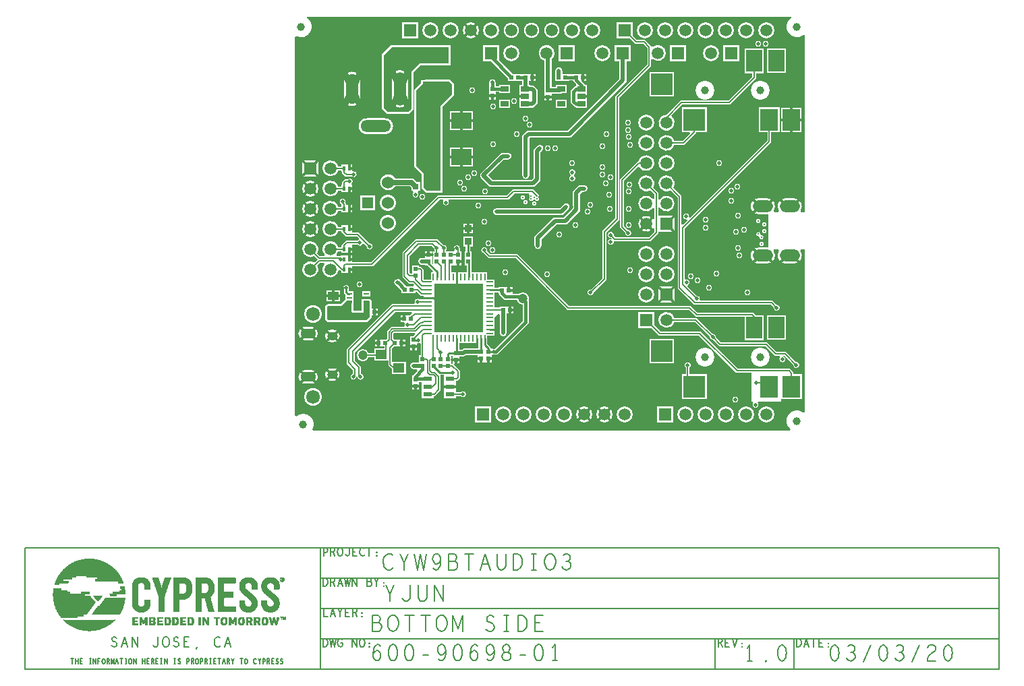
<source format=gbr>
G04 ================== begin FILE IDENTIFICATION RECORD ==================*
G04 Layout Name:  600-90698-01_CYW9BTAUDIO3_REV1.0.brd*
G04 Film Name:    BOTTOM*
G04 File Format:  Gerber RS274X*
G04 File Origin:  Cadence Allegro 16.6-2015-S077*
G04 Origin Date:  Tue Mar 03 08:59:59 2020*
G04 *
G04 Layer:  DRAWING FORMAT/FAB_FILM*
G04 Layer:  PACKAGE GEOMETRY/PLATING_BAR_BOTTOM*
G04 Layer:  PACKAGE GEOMETRY/SHORT_BOTTOM*
G04 Layer:  ETCH/BOTTOM*
G04 Layer:  PIN/BOTTOM*
G04 Layer:  VIA CLASS/BOTTOM*
G04 *
G04 Offset:    (0.00 0.00)*
G04 Mirror:    No*
G04 Mode:      Positive*
G04 Rotation:  0*
G04 FullContactRelief:  No*
G04 UndefLineWidth:     5.00*
G04 ================== end FILE IDENTIFICATION RECORD ====================*
%FSLAX35Y35*MOIN*%
%IR0*IPPOS*OFA0.00000B0.00000*MIA0B0*SFA1.00000B1.00000*%
%ADD28C,.06*%
%ADD46R,.0866X.1102*%
%ADD42C,.01181*%
%ADD45R,.0787X.1102*%
%ADD47O,.10039X.05906*%
%ADD44C,.0394*%
%ADD36R,.0315X.0315*%
%ADD18C,.04724*%
%ADD24R,.056X.056*%
%ADD14C,.05906*%
%ADD39R,.03543X.03543*%
%ADD11C,.06772*%
%ADD10C,.03937*%
%ADD29O,.05906X.16535*%
%ADD26O,.05906X.14961*%
%ADD25O,.14961X.05906*%
%ADD12C,.01969*%
%ADD15R,.05906X.05906*%
%AMMACRO40*
4,1,23,.01702,.0045,
.01702,-.0045,
-.01198,-.0045,
-.012769,-.004518,
-.013549,-.0044,
-.014297,-.004147,
-.01499,-.003769,
-.015606,-.003276,
-.016127,-.002683,
-.016538,-.002009,
-.016825,-.001274,
-.01698,-.0005,
-.016998,.000289,
-.01688,.001069,
-.016627,.001817,
-.016249,.00251,
-.015756,.003126,
-.015163,.003647,
-.014489,.004058,
-.013754,.004345,
-.01298,.0045,
-.012191,.004518,
-.01198,.0045,
.01702,.0045,
0.0*
%
%ADD40MACRO40*%
%AMMACRO33*
4,1,23,.0045,-.01702,
-.0045,-.01702,
-.0045,.01198,
-.004518,.012769,
-.0044,.013549,
-.004147,.014297,
-.003769,.01499,
-.003276,.015606,
-.002683,.016127,
-.002009,.016538,
-.001274,.016825,
-.0005,.01698,
.000289,.016998,
.001069,.01688,
.001817,.016627,
.00251,.016249,
.003126,.015756,
.003647,.015163,
.004058,.014489,
.004345,.013754,
.0045,.01298,
.004518,.012191,
.0045,.01198,
.0045,-.01702,
0.0*
%
%ADD33MACRO33*%
%ADD22R,.02559X.00984*%
%ADD38R,.12992X.07874*%
%ADD43R,.1102X.1102*%
%ADD30R,.04331X.02362*%
%ADD16O,.05315X.04134*%
%ADD34R,.24016X.24016*%
%ADD27R,.05512X.04724*%
%ADD23R,.01378X.02362*%
%ADD17R,.05512X.03937*%
%ADD31R,.01969X.02165*%
%ADD21R,.02559X.01575*%
%ADD19R,.02165X.01969*%
%AMMACRO35*
4,1,23,-.0045,.01702,
.0045,.01702,
.0045,-.01198,
.004518,-.012769,
.0044,-.013549,
.004147,-.014297,
.003769,-.01499,
.003276,-.015606,
.002683,-.016127,
.002009,-.016538,
.001274,-.016825,
.0005,-.01698,
-.000289,-.016998,
-.001069,-.01688,
-.001817,-.016627,
-.00251,-.016249,
-.003126,-.015756,
-.003647,-.015163,
-.004058,-.014489,
-.004345,-.013754,
-.0045,-.01298,
-.004518,-.012191,
-.0045,-.01198,
-.0045,.01702,
0.0*
%
%ADD35MACRO35*%
%AMMACRO32*
4,1,23,-.01702,-.0045,
-.01702,.0045,
.01198,.0045,
.012769,.004518,
.013549,.0044,
.014297,.004147,
.01499,.003769,
.015606,.003276,
.016127,.002683,
.016538,.002009,
.016825,.001274,
.01698,.0005,
.016998,-.000289,
.01688,-.001069,
.016627,-.001817,
.016249,-.00251,
.015756,-.003126,
.015163,-.003647,
.014489,-.004058,
.013754,-.004345,
.01298,-.0045,
.012191,-.004518,
.01198,-.0045,
-.01702,-.0045,
0.0*
%
%ADD32MACRO32*%
%ADD13O,.07677X.04724*%
%ADD41R,.03937X.02559*%
%ADD20R,.03937X.07087*%
%ADD37R,.09843X.08268*%
%ADD48C,.01*%
%ADD49C,.02*%
%ADD50C,.03*%
%ADD51C,.012*%
%ADD52C,.015*%
%ADD53C,.025*%
%ADD54C,.018*%
%ADD55C,.019*%
%ADD56C,.005*%
%ADD57C,.007*%
%ADD58C,.008*%
%ADD59C,.009*%
%ADD60C,.00135*%
%ADD61C,.0055*%
%ADD68C,.02204*%
%ADD74C,.08004*%
%ADD70C,.0751*%
%ADD63C,.0791*%
%ADD64R,.09272X.12424*%
%ADD65C,.02992*%
%ADD66C,.09294*%
%ADD72R,.11246X.09672*%
%ADD78C,.08776*%
%ADD67R,.10064X.12424*%
%ADD69R,.12424X.12424*%
%ADD71R,.0534X.03962*%
%ADD76R,.06916X.0534*%
%ADD75R,.07604X.07604*%
%ADD77R,.07908X.0791*%
%ADD73R,.04946X.04946*%
%ADD62R,.07908X.07908*%
G75*
%LPD*%
G75*
G36*
G01X10938Y5262D02*
G02X10585Y5850I0J400D01*
G03X2661Y12284I-4585J2450D01*
G02X2004Y12590I-257J307D01*
G01Y200040D01*
G02X2589Y200394I400J0D01*
G03X7900Y209314I2411J4606D01*
G02X8123Y210046I223J332D01*
G01X246877D01*
G02X247100Y209314I0J-400D01*
G03X253251Y200943I2900J-4314D01*
G02X253901Y200631I250J-312D01*
G01Y113247D01*
X253074D01*
Y113290D01*
X252000D01*
G02X251674Y113921I1J400D01*
G03X248446Y120160I-3228J2284D01*
G01X244312D01*
G03X241084Y113921I0J-3955D01*
G02X240758Y113290I-327J-231D01*
G01X238772D01*
G02X238446Y113921I1J400D01*
G03X235218Y120160I-3228J2284D01*
G01X231084D01*
G03Y112250I1J-3955D01*
G01X235218D01*
G03X235556Y112265I-6J3955D01*
G02X235990Y111867I34J-398D01*
G01Y96133D01*
G02X235556Y95735I-400J0D01*
G03X235218Y95750I-344J-3940D01*
G01X231084D01*
G03Y87840I1J-3955D01*
G01X235218D01*
G03X238397Y94147I0J3955D01*
G02X238718Y94784I322J237D01*
G01X240812D01*
G02X241133Y94147I-1J-400D01*
G03X244312Y87840I3179J-2352D01*
G01X248446D01*
G03X251630Y94139I-1J3955D01*
G02X251952Y94776I322J237D01*
G01X253901D01*
Y14369D01*
G02X253251Y14057I-400J0D01*
G03X246714Y5972I-3251J-4057D01*
G02X246461Y5262I-253J-310D01*
G01X10938D01*
G37*
%LPC*%
G75*
G36*
G01X145958Y181686D02*
Y178314D01*
X144205D01*
G03X143922Y177631I0J-400D01*
G01X145052Y176501D01*
Y176231D01*
X146270D01*
Y164768D01*
X140930D01*
Y165298D01*
X140149D01*
X138048Y167399D01*
Y173601D01*
X140149Y175702D01*
X140930D01*
Y176231D01*
X141014Y176433D01*
X139376Y178072D01*
Y178314D01*
X139042D01*
Y178548D01*
X137458D01*
Y178314D01*
X132553D01*
X132540Y178312D01*
G02X132114I-213J1688D01*
G01X132101Y178314D01*
X130542D01*
Y181686D01*
X130626D01*
Y183327D01*
G02X134028I1701J0D01*
G01Y181686D01*
X137458D01*
Y181452D01*
X139042D01*
Y181686D01*
X145958D01*
G37*
G36*
G01X188003Y161157D02*
G03X188031Y160565I282J-283D01*
G02X185536Y161465I-2512J-3055D01*
G01X185619D01*
X192606Y168452D01*
X216106D01*
X227898Y180244D01*
Y181858D01*
X224214D01*
Y194282D01*
X233486D01*
Y181858D01*
X229802D01*
Y179456D01*
X216894Y166548D01*
X193394D01*
X188003Y161157D01*
G37*
G36*
G01X139915Y131184D02*
G02X138085I-915J-1184D01*
G03Y131816I-245J316D01*
G02X139915I915J1184D01*
G03Y131184I245J-316D01*
G37*
G36*
G01X181352Y111464D02*
X189474D01*
Y103556D01*
X181352D01*
Y102806D01*
X177594Y99048D01*
X159889D01*
G03X159491Y98617I1J-400D01*
G02X158164Y99987I-1491J-117D01*
G01X158259Y99976D01*
X158469Y100186D01*
X158146Y100509D01*
X158058Y100505D01*
G02X159495Y101942I-58J1495D01*
G01X159491Y101854D01*
X160394Y100952D01*
X176806D01*
X179448Y103594D01*
Y104958D01*
G03X178724Y105192I-400J0D01*
G02Y109828I-3204J2318D01*
G03X179448Y110062I324J234D01*
G01Y114958D01*
G03X178724Y115192I-400J0D01*
G02Y119828I-3204J2318D01*
G03X179448Y120062I324J234D01*
G01Y122236D01*
X177564Y124121D01*
X177432Y124048D01*
G02X178982Y125598I-1912J3462D01*
G01X178909Y125466D01*
X181352Y123024D01*
Y119692D01*
G03X182098Y119492I400J1D01*
G02Y115528I3422J-1982D01*
G03X181352Y115328I-346J-201D01*
G01Y111464D01*
G37*
G36*
G01X14263Y91552D02*
X16359D01*
G03X16646Y92230I0J400D01*
G02X23280Y96085I2834J2759D01*
G01X23322Y95940D01*
X24829D01*
Y96872D01*
X25268D01*
Y97115D01*
X27205Y99052D01*
X32846D01*
G02X33463Y99496I1154J-952D01*
G03X33602Y100152I-144J373D01*
G01X32606Y101148D01*
X27226D01*
X25268Y103106D01*
X24829D01*
Y104038D01*
X23322D01*
X23280Y103893D01*
G02Y106085I-3800J1096D01*
G01X23322Y105940D01*
X24829D01*
Y106872D01*
X30171D01*
Y103052D01*
X33394D01*
X38654Y97791D01*
X38742Y97795D01*
G02X37305Y96358I58J-1495D01*
G01X37309Y96446D01*
X36052Y97702D01*
G03X35396Y97563I-283J-283D01*
G02X32846Y97148I-1396J537D01*
G01X30171D01*
Y93106D01*
X24829D01*
Y94038D01*
X23322D01*
X23280Y93893D01*
G02X22314Y92230I-3800J1095D01*
G03X22601Y91552I287J-278D01*
G01X24294D01*
X24354Y91491D01*
X24442Y91495D01*
X24444D01*
G03X24829Y91883I-15J400D01*
G01X30171D01*
Y88452D01*
X39606D01*
X72606Y121452D01*
X106606D01*
X109606Y124452D01*
X119667D01*
X121689Y122429D01*
X121736Y122415D01*
G02X122289Y120695I-325J-1053D01*
G03Y120454I159J-121D01*
G02X120395Y119361I-878J-666D01*
G03X120185Y119482I-185J-77D01*
G02X119908I-138J1093D01*
G03X119699Y119360I-24J-199D01*
G02X117805Y120454I-1016J428D01*
G03Y120695I-159J120D01*
G02X117744Y121939I878J667D01*
G03X117404Y122548I-341J209D01*
G01X110394D01*
X107394Y119548D01*
X78008D01*
G03X77690Y118906I0J-400D01*
G02X75310I-1190J-906D01*
G03X74992Y119548I-318J242D01*
G01X73394D01*
X40394Y86548D01*
X30171D01*
Y83106D01*
X24829D01*
Y84026D01*
X24088Y84767D01*
G03X23408Y84530I-283J-283D01*
G02X16497Y87586I-3928J459D01*
G03X16195Y88248I-302J262D01*
G01X14085D01*
X12869Y87033D01*
X12942Y86901D01*
G02X11392Y88451I-3462J-1912D01*
G01X11524Y88378D01*
X13134Y89989D01*
X11524Y91600D01*
X11392Y91527D01*
G02X12942Y93077I-1912J3462D01*
G01X12869Y92945D01*
X14263Y91552D01*
G37*
G36*
G01X192952Y121424D02*
Y107263D01*
G03X193634Y106980I400J0D01*
G01X195687Y109032D01*
G03X195361Y109713I-283J283D01*
G02X196687Y111039I-161J1487D01*
G03X197368Y110713I398J-43D01*
G01X235378Y148724D01*
Y152718D01*
X231298D01*
Y165142D01*
X241362D01*
Y152718D01*
X237282D01*
Y147936D01*
X194452Y105106D01*
Y80281D01*
G03X194988Y79906I400J1D01*
G02X196037Y77104I513J-1405D01*
G03X195898Y76448I144J-373D01*
G01X200354Y71991D01*
X200442Y71995D01*
G02X201906Y69988I58J-1495D01*
G03X202281Y69452I376J-136D01*
G01X237894D01*
X239854Y67491D01*
X239942Y67495D01*
G02X238505Y66058I58J-1495D01*
G01X238509Y66146D01*
X237106Y67548D01*
X199106D01*
X191048Y75606D01*
Y120636D01*
X187564Y124121D01*
X187432Y124048D01*
G02X188982Y125598I-1912J3462D01*
G01X188909Y125466D01*
X192952Y121424D01*
G37*
G36*
G01X241467Y42248D02*
X239206D01*
X234406Y47048D01*
X211606D01*
X208546Y50109D01*
X208458Y50105D01*
G02X206905Y51658I-58J1495D01*
G01X206909Y51746D01*
X199606Y59048D01*
X189342D01*
X189300Y58904D01*
G02Y61096I-3800J1096D01*
G01X189342Y60952D01*
X200394D01*
X208254Y53091D01*
X208342Y53095D01*
G02X209895Y51542I58J-1495D01*
G01X209891Y51454D01*
X212394Y48952D01*
X235194D01*
X239994Y44152D01*
X244540D01*
X249527Y39164D01*
X249615Y39168D01*
G02X248178Y37731I58J-1495D01*
G01X248182Y37819D01*
X243752Y42248D01*
X243292D01*
Y41919D01*
X243410Y41866D01*
G02X241748Y41564I-610J-1366D01*
G03X241467Y42248I-281J284D01*
G37*
G36*
G01X228073Y19648D02*
X227448D01*
Y33848D01*
X220006D01*
X201606Y52248D01*
X181906D01*
X178109Y56046D01*
X171546D01*
Y63954D01*
X179454D01*
Y57391D01*
X182694Y54152D01*
X202394D01*
X220794Y35752D01*
X246594D01*
X248302Y34044D01*
Y33142D01*
X252382D01*
Y20718D01*
X242152D01*
Y19648D01*
X230927D01*
G03X230626Y18985I0J-400D01*
G02X228374I-1126J-985D01*
G03X228073Y19648I-301J263D01*
G37*
G36*
G01X196952Y36346D02*
Y33142D01*
X205532D01*
Y20718D01*
X193108D01*
Y33142D01*
X195048D01*
Y36346D01*
G02X196952I952J1154D01*
G37*
G36*
G01X96931Y94064D02*
X96896Y93949D01*
X98394Y92452D01*
X111894D01*
X137394Y66952D01*
X197394D01*
X200894Y63452D01*
X228394D01*
X229564Y62282D01*
X233486D01*
Y49858D01*
X224214D01*
Y61548D01*
X200106D01*
X196606Y65048D01*
X136606D01*
X111106Y90548D01*
X97606D01*
X95095Y93059D01*
X95049Y93074D01*
G02X96931Y94064I451J1426D01*
G37*
G36*
G01X28559Y74981D02*
X28524Y74930D01*
Y74175D01*
X28529Y74170D01*
X28787D01*
G02X28915Y74164I8J-1201D01*
G01X28926Y74162D01*
X30768D01*
Y70502D01*
X31002D01*
Y64502D01*
X34998D01*
Y70502D01*
X35232D01*
Y74162D01*
X39194D01*
Y70222D01*
X40002Y69415D01*
Y65666D01*
X42958D01*
Y62294D01*
X40002D01*
Y61085D01*
X37915Y58998D01*
X18085D01*
X16998Y60085D01*
Y66915D01*
X17542Y67459D01*
Y67705D01*
X17789D01*
X18085Y68002D01*
X24585D01*
X26806Y70222D01*
Y72495D01*
X26122Y73179D01*
Y74932D01*
G02X28559Y74981I1201J891D01*
G37*
G36*
G01X177952Y195394D02*
Y195228D01*
G03X178620Y194932I400J1D01*
G02Y189068I2654J-2932D01*
G03X177952Y188772I-268J-297D01*
G01Y185606D01*
X162152Y169806D01*
Y109606D01*
X155752Y103206D01*
Y79906D01*
X149491Y73646D01*
X149495Y73558D01*
G02X148058Y74995I-1495J-58D01*
G01X148146Y74991D01*
X153848Y80694D01*
Y103994D01*
X160248Y110394D01*
Y170594D01*
X176048Y186394D01*
Y194606D01*
X174106Y196548D01*
X170108D01*
X167343Y199314D01*
X160780D01*
Y207222D01*
X168688D01*
Y200659D01*
X170896Y198452D01*
X174894D01*
X177952Y195394D01*
G37*
G36*
G01X232004Y102371D02*
G03X232403Y101952I399J-19D01*
G02X231302Y100904I0J-1102D01*
G03X230903Y101323I-399J19D01*
G02X232004Y102371I0J1102D01*
G37*
G36*
G01X172093Y135535D02*
G03X171464Y135618I-346J-200D01*
G01X164552Y128706D01*
Y106394D01*
X166454Y104491D01*
X166542Y104495D01*
G02X165105Y103058I58J-1495D01*
G01X165109Y103146D01*
X162648Y105606D01*
Y129494D01*
X171704Y138549D01*
X171718Y138599D01*
G02X172093Y135535I3802J-1090D01*
G37*
G36*
G01X26931Y118064D02*
X26896Y117949D01*
X27172Y117674D01*
Y116872D01*
X30171D01*
Y113106D01*
X24829D01*
Y114038D01*
X23322D01*
X23280Y113893D01*
G02Y116085I-3800J1096D01*
G01X23322Y115940D01*
X24829D01*
Y117163D01*
G02X26931Y118064I671J1337D01*
G37*
G36*
G01X23280Y126085D02*
X23322Y125940D01*
X24829D01*
Y126872D01*
X25268D01*
Y128214D01*
X26506Y129452D01*
X27846D01*
G02X29807Y127240I1154J-952D01*
G01X29715Y127181D01*
Y126872D01*
X30171D01*
Y123106D01*
X24829D01*
Y124038D01*
X23322D01*
X23280Y123893D01*
G02Y126085I-3800J1096D01*
G37*
G36*
G01X80502Y176915D02*
Y171085D01*
X75002Y165585D01*
Y122998D01*
X66585D01*
X64498Y125085D01*
Y132085D01*
X60998Y135585D01*
Y173915D01*
X64302Y177219D01*
Y178674D01*
X65757D01*
X66085Y179002D01*
X78415D01*
X80502Y176915D01*
G37*
G36*
G01X93832Y132668D02*
X103816Y142652D01*
X107327D01*
G02Y139348I0J-1652D01*
G01X105184D01*
X97336Y131500D01*
X99684Y129152D01*
X118817D01*
X119848Y130183D01*
Y144184D01*
X121832Y146168D01*
G02X124168Y143832I1168J-1168D01*
G01X123152Y142816D01*
Y128815D01*
X120185Y125848D01*
X98316D01*
X93832Y130332D01*
G02Y132668I1168J1168D01*
G37*
G36*
G01X30171Y136872D02*
Y133846D01*
G03X30661Y133457I400J1D01*
G02X30045Y130848I339J-1457D01*
G01X27007D01*
X25268Y132587D01*
Y133106D01*
X24829D01*
Y134038D01*
X23322D01*
X23280Y133893D01*
G02Y136085I-3800J1096D01*
G01X23322Y135940D01*
X24829D01*
Y136872D01*
X30171D01*
G37*
G36*
G01X196907Y152718D02*
X193108D01*
Y165142D01*
X205532D01*
Y152718D01*
X200272D01*
Y152426D01*
X194404Y146558D01*
X189362D01*
X189320Y146414D01*
G02Y148606I-3800J1096D01*
G01X189362Y148462D01*
X193616D01*
X197190Y152036D01*
G03X196907Y152718I-283J282D01*
G37*
G36*
G01X112930Y176231D02*
X114126D01*
Y178314D01*
X107042D01*
Y179520D01*
X98517Y188046D01*
X94780D01*
Y195954D01*
X102688D01*
Y188403D01*
X109405Y181686D01*
X115601D01*
X115614Y181688D01*
G02X116040I213J-1688D01*
G01X116053Y181686D01*
X120958D01*
Y178314D01*
X117528D01*
Y176231D01*
X118270D01*
Y175952D01*
X119955D01*
X122014Y173893D01*
Y167107D01*
X119955Y165048D01*
X118270D01*
Y164768D01*
X112930D01*
Y176231D01*
G37*
G36*
G01X125298Y173673D02*
Y188164D01*
X125155Y188207D01*
G02X128702Y188878I1119J3793D01*
G01Y175374D01*
X130730D01*
Y176231D01*
X136070D01*
Y172269D01*
X133825D01*
X133528Y171972D01*
X128686D01*
Y168542D01*
X125314D01*
Y173447D01*
X125312Y173460D01*
G02X125298Y173673I1688J218D01*
G37*
G36*
G01X101102Y177500D02*
Y175958D01*
X101186D01*
Y175702D01*
X102730D01*
Y176231D01*
X108070D01*
Y172269D01*
X102730D01*
Y172798D01*
X101186D01*
Y169042D01*
X97814D01*
Y175958D01*
X97898D01*
Y177500D01*
G02X101102I1602J0D01*
G37*
G36*
G01X63915Y185998D02*
X60502Y182585D01*
Y164085D01*
X58415Y161998D01*
X47585D01*
X44998Y164585D01*
Y191415D01*
X49585Y196002D01*
X79002D01*
Y185998D01*
X63915D01*
G37*
G36*
G01X6978Y35136D02*
X9932D01*
G02Y28408I-1J-3364D01*
G01X6978D01*
G02Y35136I1J3364D01*
G37*
G36*
G01Y56592D02*
X9932D01*
G02Y49864I-1J-3364D01*
G01X6978D01*
G02Y56592I1J3364D01*
G37*
G36*
G01X19793Y36022D02*
X20975D01*
G02Y29884I-1J-3069D01*
G01X19793D01*
G02Y36022I1J3069D01*
G37*
G36*
G01Y55116D02*
X20975D01*
G02Y48978I-1J-3069D01*
G01X19793D01*
G02Y55116I1J3069D01*
G37*
G36*
G01X37401Y159722D02*
X46457D01*
G02Y151814I-1J-3954D01*
G01X37401D01*
G02Y159722I1J3954D01*
G37*
G36*
G01X26164Y169744D02*
Y178800D01*
G02X34072I3954J0D01*
G01Y169744D01*
G02X26164I-3954J0D01*
G37*
G36*
G01X137203Y114797D02*
X134205Y111798D01*
X101500D01*
G02Y115202I0J1702D01*
G01X132795D01*
X134797Y117203D01*
G02X137203Y114797I1203J-1203D01*
G37*
G36*
G01X144800Y123298D02*
X143705D01*
X142702Y122295D01*
Y113795D01*
X136205Y107298D01*
X131205D01*
X123702Y99795D01*
Y96673D01*
G02X120298I-1702J0D01*
G01Y101205D01*
X129795Y110702D01*
X134795D01*
X139298Y115205D01*
Y123705D01*
X142295Y126702D01*
X144800D01*
G02Y123298I0J-1702D01*
G37*
G36*
G01X62106Y35626D02*
X60500D01*
G02Y39028I0J1701D01*
G01X63314D01*
Y42457D01*
X64048D01*
Y48219D01*
G03X63512Y48594I-400J-1D01*
G02X62673Y48540I-512J1406D01*
G03X62186Y48150I-87J-390D01*
G01Y45043D01*
X58814D01*
Y51957D01*
X60399D01*
X61308Y52866D01*
G03X61025Y53548I-283J282D01*
G01X50894D01*
X50452Y53106D01*
Y50721D01*
X50986Y50186D01*
X56458D01*
Y46814D01*
X50986D01*
X49952Y45779D01*
Y39218D01*
X56788D01*
Y33090D01*
X49874D01*
Y35781D01*
X48048Y37606D01*
Y39782D01*
X41212D01*
Y41548D01*
X38413D01*
G02Y43452I-2913J952D01*
G01X41212D01*
Y45910D01*
X46048D01*
Y46814D01*
X41542D01*
Y50186D01*
X47014D01*
X47548Y50721D01*
Y54394D01*
X49606Y56452D01*
X55719D01*
G03X56094Y56988I-1J400D01*
G02X56189Y58221I1406J512D01*
G03X55839Y58814I-350J193D01*
G01X54042D01*
Y62186D01*
X58629D01*
X59797Y63355D01*
G03X59514Y64038I-283J283D01*
G01X51418D01*
X31426Y44046D01*
Y39936D01*
X34484Y36878D01*
Y33306D01*
X34640Y33270D01*
G02X32810Y31828I-334J-1458D01*
G01X32811Y31913D01*
X32559Y32161D01*
X32309Y31908D01*
X32311Y31823D01*
G02X30433Y33230I-1495J-39D01*
G01X30582Y33269D01*
Y35262D01*
X27524Y38320D01*
Y45662D01*
X49802Y67940D01*
X60754D01*
G03X61133Y68469I0J400D01*
G02X63561Y70052I1416J481D01*
G01X65440D01*
Y71936D01*
X64219D01*
X62107Y74048D01*
X61458D01*
Y73314D01*
X54542D01*
Y74520D01*
X52118Y76944D01*
X52068Y76958D01*
G02X52500Y80102I432J1542D01*
G01X53490D01*
X56905Y76686D01*
X60502D01*
G03X60785Y77369I0J400D01*
G01X60106Y78048D01*
X58106D01*
X55048Y81106D01*
Y93394D01*
X61606Y99952D01*
X72394D01*
X75354Y96991D01*
X75442Y96995D01*
G02X76516Y94402I58J-1495D01*
G01X76452Y94342D01*
Y93957D01*
X80487D01*
G03X80806Y94598I0J400D01*
G02X83457Y95160I1194J902D01*
G01X83452Y95137D01*
Y93957D01*
X84186D01*
Y87043D01*
X79028D01*
Y83560D01*
X86768D01*
Y87043D01*
X85814D01*
Y93957D01*
X86348D01*
Y96277D01*
X85027D01*
Y101223D01*
X89973D01*
Y96277D01*
X88652D01*
Y93957D01*
X89186D01*
Y87043D01*
X89072D01*
Y83560D01*
X94642D01*
Y83562D01*
X96946D01*
Y79989D01*
G02X96949Y79949I-1150J-106D01*
G02X96989Y79946I-66J-1153D01*
G01X100562D01*
Y77642D01*
X100560D01*
Y76008D01*
X102542D01*
Y76186D01*
X109458D01*
Y72952D01*
X112662D01*
G02X117458Y69702I1838J-2452D01*
G01X117452Y69677D01*
Y58399D01*
X101774Y42722D01*
X100690D01*
X100667Y42716D01*
G02X99742Y42796I-340J1457D01*
G03X99186Y42428I-156J-368D01*
G01Y39043D01*
X92314D01*
Y42472D01*
X86532D01*
G02X85327Y41972I-1205J1202D01*
G01X83186D01*
Y38543D01*
X80767D01*
G03X80484Y37860I0J-400D01*
G01X83452Y34893D01*
Y31106D01*
X82134Y29788D01*
X81379D01*
Y24212D01*
X83846D01*
G02Y22308I1154J-952D01*
G01X81379D01*
Y21378D01*
X75645D01*
Y32848D01*
X73980D01*
G03X73839Y32507I0J-200D01*
G01X73952Y32394D01*
Y25106D01*
X71154Y22308D01*
X70355D01*
Y21378D01*
X64621D01*
Y29288D01*
X63186D01*
Y25543D01*
X59814D01*
Y32457D01*
X60048D01*
Y32602D01*
X62389Y34943D01*
G03X62106Y35626I-283J283D01*
G37*
G36*
G01X62571Y123044D02*
G02X60429I-1071J-1044D01*
G03X60142Y123724I-286J280D01*
G01X59392D01*
Y125517D01*
X58821Y126088D01*
X51494D01*
G02Y129992I-3494J1952D01*
G01X60437D01*
X62152Y128276D01*
X63946D01*
Y123724D01*
X62858D01*
G03X62571Y123044I-1J-400D01*
G37*
G36*
G01X117702Y149795D02*
Y131327D01*
G02X114298I-1702J0D01*
G01Y151205D01*
X116795Y153702D01*
X136795D01*
X162298Y179205D01*
Y188046D01*
X159820D01*
Y195954D01*
X167728D01*
Y188046D01*
X165702D01*
Y177795D01*
X138205Y150298D01*
X118205D01*
X117702Y149795D01*
G37*
G54D68*
X232403Y97701D03*
X233903Y107150D03*
X231000Y108724D03*
X234000Y104000D03*
X120045Y117425D03*
X115955Y118213D03*
X114589Y120575D03*
G54D74*
X48000Y118040D03*
Y108040D03*
G54D70*
X128734Y203268D03*
X118734D03*
X108734D03*
G54D63*
X234734D03*
Y13268D03*
X214734Y203268D03*
Y13268D03*
X224734D03*
X204734Y203268D03*
X207574Y192000D03*
X204734Y13268D03*
X194734Y203268D03*
X184734D03*
X185520Y137510D03*
X185500Y92500D03*
Y82500D03*
X194734Y13268D03*
X174734Y203268D03*
X175520Y157510D03*
Y147510D03*
X175500Y92500D03*
Y82500D03*
Y72500D03*
X164734Y13268D03*
X148734Y203268D03*
X153774Y192000D03*
X154734Y13268D03*
X138734Y203268D03*
X144734Y13268D03*
X134734D03*
X124734D03*
X114734D03*
X98734Y203268D03*
X108734Y192000D03*
X104734Y13268D03*
X88734Y203268D03*
X78734D03*
X68734D03*
X9480Y124989D03*
Y114989D03*
Y104989D03*
X224734Y203268D03*
G54D64*
X239870Y188070D03*
Y56070D03*
G54D65*
X231000Y196500D03*
X234500D03*
X211600Y137600D03*
X217500Y124000D03*
X220500Y126000D03*
X217673Y119000D03*
X220000Y103500D03*
X220800Y111600D03*
X224000Y104500D03*
X221000Y95500D03*
X221500Y92000D03*
X225600Y73600D03*
X219500Y20500D03*
X205000Y105500D03*
Y109500D03*
X197500Y81500D03*
X210280Y83000D03*
X201000Y79500D03*
X206500Y76000D03*
X166500Y154000D03*
Y157510D03*
X167000Y150500D03*
X167500Y146500D03*
X167000Y115000D03*
X166800Y123500D03*
X167200Y127000D03*
X167000Y107000D03*
X167390Y84610D03*
X156000Y152000D03*
X154000Y135600D03*
Y132000D03*
Y146000D03*
X158000Y130500D03*
X155500Y127500D03*
X157200Y122000D03*
X148000Y117000D03*
X157500Y115000D03*
X146500Y113500D03*
X127000Y145000D03*
X130500D03*
X139000Y137500D03*
X140500Y107000D03*
X132600Y102100D03*
X110227Y168327D03*
X118000Y156500D03*
X116000Y159500D03*
X111500Y152000D03*
X126673Y82500D03*
X100000Y165600D03*
Y147000D03*
X95800Y123500D03*
X97500Y98000D03*
X95500Y108500D03*
X106000Y83500D03*
X99500Y94500D03*
X89500Y173500D03*
X90500Y132700D03*
X87500Y130400D03*
X92600Y116400D03*
X85500Y125000D03*
X83500Y128000D03*
X65000Y121000D03*
X33827Y77500D03*
G54D66*
X232000Y173500D03*
Y41500D03*
X204440Y173500D03*
Y41500D03*
G54D72*
X84071Y158500D03*
Y140500D03*
G54D78*
X10817Y62972D03*
Y22028D03*
G54D67*
X247350Y158930D03*
G54D69*
X183180Y176450D03*
Y44450D03*
G54D71*
X105400Y166750D03*
X133400D03*
G54D76*
X21000Y71965D03*
G54D75*
X38000Y118040D03*
G54D77*
X9480Y134989D03*
G54D73*
X87500Y105250D03*
G54D62*
X136274Y192000D03*
X217574D03*
X191274D03*
X185500Y72500D03*
X184734Y13268D03*
X94734D03*
X58734Y203268D03*
%LPD*%
G75*
G36*
G01X30500Y63500D02*
X35500D01*
X36000Y64000D01*
Y69500D01*
X38500D01*
X39000Y69000D01*
Y61500D01*
X37500Y60000D01*
X18500D01*
X18000Y60500D01*
Y66500D01*
X18500Y67000D01*
X25000D01*
X27500Y69500D01*
X30000D01*
Y64000D01*
X30500Y63500D01*
G37*
G36*
G01X48000Y163000D02*
X46000Y165000D01*
Y191000D01*
X50000Y195000D01*
X78000D01*
Y187000D01*
X63500D01*
X59500Y183000D01*
Y164500D01*
X58000Y163000D01*
X48000D01*
G37*
G36*
G01X69011Y79946D02*
X65452D01*
Y84894D01*
X64221Y86124D01*
X63186D01*
Y86957D01*
X59814D01*
Y82778D01*
X59067D01*
X58452Y83394D01*
Y91606D01*
X63394Y96548D01*
X69606D01*
X70509Y95646D01*
X70505Y95558D01*
G03X70984Y94402I1495J-58D01*
G01X71048Y94342D01*
Y93957D01*
X70314D01*
Y87797D01*
G02X69973Y87656I-200J1D01*
G01X69686Y87942D01*
Y88598D01*
X69688Y88610D01*
G03Y89044I-1688J217D01*
G01X69686Y89056D01*
Y93957D01*
X66314D01*
Y90528D01*
X65249D01*
X65209Y90547D01*
G03X63297Y87797I-709J-1547D01*
G01X63968Y87126D01*
X66314D01*
Y87043D01*
X67329D01*
X70128Y84243D01*
G02X69880Y83562I-283J-283D01*
G01X69050D01*
Y79989D01*
G03X69048Y79948I1153J-77D01*
G03X69011Y79946I44J-1154D01*
G37*
G36*
G01X65500Y132500D02*
X62000Y136000D01*
Y173500D01*
X66500Y178000D01*
X78000D01*
X79500Y176500D01*
Y171500D01*
X74000Y166000D01*
Y124000D01*
X67000D01*
X65500Y125500D01*
Y132500D01*
G37*
G36*
G01X79186Y38278D02*
Y42348D01*
X79814D01*
Y38278D01*
X79186D01*
G37*
G36*
G01X83186Y45374D02*
Y45457D01*
X83166D01*
Y48440D01*
X92674D01*
Y45957D01*
X92314D01*
Y45874D01*
X85122D01*
X84622Y45374D01*
X83186D01*
G37*
G36*
G01X96989Y52050D02*
X100562D01*
Y54356D01*
X100560D01*
Y61133D01*
G02X100960Y61533I400J0D01*
G01X100961D01*
G03X101243Y61650I-1J400D01*
G01X102443Y62850D01*
G02X103126Y62567I283J-283D01*
G01Y53500D01*
G03X106528I1701J0D01*
G01Y63314D01*
X109958D01*
Y66686D01*
X105053D01*
X105040Y66688D01*
G03X104614I-213J-1688D01*
G01X104601Y66686D01*
X103042D01*
Y66116D01*
X100560D01*
Y73706D01*
X102542D01*
Y72814D01*
X102876D01*
Y72572D01*
X105399Y70048D01*
X111465D01*
X111498Y69888D01*
G03X114548Y67436I3002J612D01*
G01Y59601D01*
X100595Y45648D01*
X100499Y45659D01*
G03X99742Y45550I-172J-1486D01*
G02X99186Y45918I-156J368D01*
G01Y45957D01*
X98652D01*
Y46478D01*
X96946Y48184D01*
Y52011D01*
G03X96948Y52048I-1152J81D01*
G03X96989Y52050I-36J1155D01*
G37*
%LPC*%
G75*
G36*
G01X57694Y168958D02*
G02X49786I-3954J0D01*
G01Y179586D01*
G02X57694I3954J0D01*
G01Y168958D01*
G37*
%LPD*%
G75*
G54D10*
X6000Y8300D03*
X5000Y205000D03*
X250000Y10000D03*
Y205000D03*
G54D20*
X33000Y71000D03*
G54D11*
X10817Y22028D03*
Y62972D03*
G54D21*
X28787Y68795D03*
G54D30*
X67488Y23260D03*
Y27000D03*
Y30740D03*
X78512Y27000D03*
Y23260D03*
Y30740D03*
G54D12*
X4001Y17001D03*
X3001Y150001D03*
Y159001D03*
Y168501D03*
Y177001D03*
Y186001D03*
Y195501D03*
X23500Y7500D03*
X14501Y7501D03*
X23000Y17000D03*
X14001Y17001D03*
X14501Y39001D03*
Y43001D03*
X25501Y37001D03*
Y40501D03*
X14501Y47001D03*
X19501Y61501D03*
X22500Y61500D03*
X22501Y76001D03*
X19001D03*
X16001Y73501D03*
Y70501D03*
X24500Y90000D03*
X23500Y110000D03*
X25500Y118500D03*
X13001Y150001D03*
X22000Y150000D03*
X13001Y159001D03*
X22000Y159000D03*
X13001Y168501D03*
X22000Y168500D03*
Y177000D03*
X13001Y177001D03*
X22000Y186000D03*
X13001Y186001D03*
X22000Y195500D03*
X13001Y195501D03*
X17001Y209001D03*
X41001Y6501D03*
X30001Y21501D03*
X40001D03*
X26501Y33501D03*
X39501Y33001D03*
Y38501D03*
X36001Y30001D03*
X29001D03*
X36100Y33600D03*
X29100Y33900D03*
X30816Y31784D03*
X34306Y31812D03*
X36001Y56001D03*
X27500Y47000D03*
X31000Y50500D03*
X41500Y61000D03*
X40000Y50000D03*
X33000Y65500D03*
X30501Y77501D03*
X37500Y78000D03*
X27323Y75823D03*
X33827Y77500D03*
X41001Y84501D03*
X28500Y82000D03*
X35500Y90500D03*
Y95500D03*
X38800Y96300D03*
X34500Y103500D03*
X34000Y107500D03*
X34500Y111000D03*
X34000Y98100D03*
X38500Y124000D03*
X29000Y128500D03*
X36500Y137500D03*
X33001Y138001D03*
X31000Y132000D03*
X36000Y209000D03*
X27001Y209001D03*
X52501Y6501D03*
X46501Y11001D03*
X48400Y18400D03*
X44670Y36155D03*
X53332Y42847D03*
X52001Y52501D03*
X57501Y48501D03*
X57500Y57500D03*
X53001Y72001D03*
X49500Y77000D03*
X52500Y78500D03*
X50501Y91501D03*
X51000Y82000D03*
X56500Y99000D03*
Y113500D03*
X45001Y140501D03*
X58001Y140001D03*
X45501Y209001D03*
X55501D03*
X65001Y6501D03*
X75001D03*
X74501Y23001D03*
X62501Y16001D03*
X72501D03*
X60501Y44001D03*
X60500Y37327D03*
X74000Y44000D03*
X63000Y50000D03*
X76000Y76500D03*
X62549Y68951D03*
X67501Y84001D03*
X68001Y95501D03*
X64500Y89000D03*
X75500Y95500D03*
X72000D03*
X67001Y109501D03*
X69501Y112001D03*
X67000Y109500D03*
X73001Y104501D03*
X67501Y121501D03*
X61500Y122000D03*
X65000Y121000D03*
X64500Y209000D03*
X75001Y209001D03*
X84000Y6500D03*
X88501Y23001D03*
X81500Y16000D03*
X85000Y23260D03*
X88501Y36001D03*
X90500Y40000D03*
X82001Y37501D03*
X80000Y34000D03*
X85327Y43673D03*
X91001Y47001D03*
X86000Y63000D03*
X91000Y76500D03*
X84501Y95001D03*
X82501Y85501D03*
X82000Y95500D03*
X79001Y105001D03*
X82501Y104001D03*
X82001Y112501D03*
X85500Y109000D03*
X83500Y128000D03*
X85500Y125000D03*
X92600Y116400D03*
X76500Y118000D03*
X76501Y130501D03*
X91001Y140501D03*
X87500Y130400D03*
X90500Y132700D03*
X91001Y150001D03*
X77000Y150500D03*
X80001Y151501D03*
X91001Y156501D03*
Y161001D03*
X82501Y180501D03*
X82000Y175500D03*
X89000Y166000D03*
X89500Y173500D03*
X81600Y196800D03*
X85001Y209001D03*
X95500Y35500D03*
X100500Y38000D03*
X100327Y44173D03*
X99200Y48800D03*
X104827Y53500D03*
X102001Y88001D03*
X99500Y94500D03*
X95500D03*
X106000Y83500D03*
X99001Y113001D03*
X95500Y108500D03*
X97500Y98000D03*
X95800Y123500D03*
X101500Y113500D03*
X97500Y140500D03*
X94000D03*
X100000Y147000D03*
X107327Y141000D03*
X95000Y131500D03*
X103000Y156000D03*
X109000Y152000D03*
X93500Y163500D03*
X98001Y150001D03*
X94000Y159500D03*
X93500Y169000D03*
X104501Y171001D03*
X99500Y177500D03*
X100000Y165600D03*
X99501Y182501D03*
X94501Y182001D03*
X94000Y209000D03*
X104001Y209001D03*
X122001Y37001D03*
X123501Y43001D03*
X119500Y55000D03*
X121201Y67601D03*
X123000Y77500D03*
X126673Y82500D03*
X122000Y96673D03*
X116000Y131327D03*
X123000Y145000D03*
X121500Y131327D03*
X120501Y161501D03*
X111501D03*
X123501Y157501D03*
X114000Y156000D03*
X111500Y152000D03*
X116000Y159500D03*
X118000Y156500D03*
X124001Y170001D03*
X111501Y171501D03*
X110227Y168327D03*
X122400Y186400D03*
X123000Y209000D03*
X114001Y209001D03*
X127001Y34501D03*
X138001Y44001D03*
X139000Y57500D03*
X134000Y73500D03*
X131500Y79500D03*
X140001Y92501D03*
X135001D03*
Y85001D03*
X138500Y80000D03*
X135001Y97501D03*
X142800Y101600D03*
X138500Y103000D03*
X130001Y100501D03*
X132600Y102100D03*
X140500Y107000D03*
X138501Y116001D03*
X136001Y124501D03*
X132000Y124400D03*
X139000Y130000D03*
X136000Y116000D03*
X141501Y145501D03*
X132501Y147001D03*
X135500Y135000D03*
X139000Y137500D03*
X130500Y145000D03*
X127000D03*
X139000Y133000D03*
X135500Y161500D03*
X131501Y156001D03*
X137501Y174501D03*
X132800Y170000D03*
X138501Y182501D03*
X141500Y185000D03*
X132327Y183327D03*
X133001Y209001D03*
X143001D03*
X151500Y38000D03*
X145001Y41501D03*
X160000Y77500D03*
X148000Y73500D03*
X152801Y88801D03*
Y92401D03*
X158500Y90000D03*
X146400Y85600D03*
X160000Y80500D03*
X144500Y89000D03*
X160000Y87500D03*
X152801Y101601D03*
X153201Y105201D03*
X147000Y109000D03*
X144500Y97000D03*
X158000Y102000D03*
Y98500D03*
X145500Y116000D03*
X158500Y118000D03*
X146500Y113500D03*
X157500Y115000D03*
X148000Y117000D03*
X157200Y122000D03*
X155500Y127500D03*
X144800Y125000D03*
X146000Y146500D03*
X147000Y139500D03*
X158500Y134500D03*
X153200Y138800D03*
X158000Y130500D03*
X154000Y146000D03*
Y132000D03*
Y135600D03*
X158001Y154501D03*
X156001Y159501D03*
X156000Y152000D03*
X156501Y180501D03*
X157501Y165501D03*
X150501Y170501D03*
X152500Y175500D03*
X152000Y209000D03*
X160501Y209001D03*
X173001Y16501D03*
X170400Y39200D03*
X163500Y43000D03*
X168801Y68801D03*
X165601Y72001D03*
X168501Y80001D03*
Y94501D03*
X161000Y95500D03*
X167390Y84610D03*
X166600Y103000D03*
X167000Y107000D03*
X167200Y127000D03*
X166800Y123500D03*
X167000Y115000D03*
X167001Y136501D03*
X167500Y146500D03*
X165001Y161001D03*
X166500Y157510D03*
Y154000D03*
X167000Y150500D03*
X176001Y167001D03*
X172001Y175501D03*
X164000Y167200D03*
X167200Y184400D03*
X170501Y209001D03*
X182001Y22001D03*
X190001Y22501D03*
X193501Y43001D03*
Y62001D03*
Y68001D03*
X194000Y108800D03*
Y127500D03*
X191501Y135001D03*
X186501Y166001D03*
X193501Y177001D03*
X179500Y209000D03*
X190501Y209001D03*
X207001Y27501D03*
X207501Y33501D03*
X196000Y37500D03*
X202501Y60501D03*
X201200Y50800D03*
X202000Y55200D03*
X208400Y51600D03*
X202500Y65500D03*
X210500Y73500D03*
X201500Y77000D03*
X204500Y78500D03*
X206500Y76000D03*
X195500Y78500D03*
X200500Y70500D03*
X201000Y79500D03*
X204500Y87000D03*
X199001Y84001D03*
X196000Y95500D03*
X199000Y90000D03*
X210280Y83000D03*
X197500Y81500D03*
X196501Y104501D03*
X205001Y112001D03*
X203000Y104000D03*
X195200Y111200D03*
X205000Y109500D03*
Y105500D03*
X198000Y129000D03*
X200500Y126000D03*
X209200Y140000D03*
X195501Y141501D03*
X202001Y135001D03*
X206501Y145501D03*
X208501Y159001D03*
X198000Y185600D03*
X209500Y209000D03*
X200501Y209001D03*
X223001Y28001D03*
X219500Y20500D03*
X219200Y38800D03*
X219500Y43500D03*
X218400Y34000D03*
X219000Y60000D03*
X219501Y56501D03*
X216800Y50000D03*
X219000Y64500D03*
X218800Y73600D03*
X216800Y76800D03*
X225600Y73600D03*
X228001Y83501D03*
X221001Y84501D03*
X216800Y80000D03*
X216500Y94500D03*
X221500Y92000D03*
X221000Y95500D03*
X218501Y96501D03*
X216501Y110001D03*
X224000Y104500D03*
X220800Y111600D03*
X220000Y103500D03*
X222800Y128800D03*
X217673Y119000D03*
X220500Y126000D03*
X217500Y124000D03*
X219001Y139501D03*
X226501Y147001D03*
X218001Y133501D03*
X211600Y137600D03*
X222500Y152500D03*
X222001Y164501D03*
X215600Y181600D03*
X219501Y209001D03*
X243001Y7001D03*
X231501Y8001D03*
X240501Y18001D03*
X242001Y13501D03*
X230000Y28750D03*
X229500Y18000D03*
X239501Y38501D03*
X242800Y40500D03*
X244400Y46000D03*
X235000Y71000D03*
X233501Y76001D03*
X234001Y64001D03*
X240000Y66000D03*
X236501Y80001D03*
X237501Y125001D03*
X236001Y130001D03*
X235501Y141501D03*
X240501Y150501D03*
X230001Y156001D03*
X241001Y174501D03*
X242500Y168000D03*
X231000Y196500D03*
X234500D03*
X229501Y209001D03*
X238500Y209000D03*
X243001Y200501D03*
X251501Y18501D03*
X252501Y44001D03*
X249673Y37673D03*
X252501Y51501D03*
Y56501D03*
X252500Y62500D03*
X252000Y67500D03*
X246500Y63500D03*
X247001Y75001D03*
X247501Y82001D03*
X249501Y124501D03*
Y133501D03*
X251501Y150501D03*
X251001Y168501D03*
X250001Y184001D03*
X250501Y193501D03*
G54D13*
X8455Y31772D03*
Y53228D03*
G54D31*
X61500Y27327D03*
X65000Y37327D03*
Y40673D03*
X70500Y37327D03*
Y40673D03*
X74000D03*
Y37327D03*
X61500Y30673D03*
X60500Y46827D03*
Y50173D03*
X75500Y92173D03*
Y88827D03*
X72000Y92173D03*
Y88827D03*
X61500Y81827D03*
Y85173D03*
X68000Y92173D03*
Y88827D03*
X77500Y40673D03*
Y37327D03*
X81500Y40327D03*
Y43673D03*
X87500Y92173D03*
Y88827D03*
X79000Y92173D03*
Y88827D03*
X82500Y92173D03*
Y88827D03*
X97500Y44173D03*
Y40827D03*
X94000D03*
Y44173D03*
X99500Y170827D03*
Y174173D03*
X127000Y170327D03*
Y173673D03*
G54D22*
X28787Y71000D03*
Y72969D03*
X37213D03*
Y71000D03*
Y69031D03*
G54D40*
X98157Y61077D03*
Y59109D03*
Y57140D03*
Y55172D03*
Y53203D03*
Y76825D03*
Y74857D03*
Y72888D03*
Y70920D03*
Y68951D03*
Y66983D03*
Y65014D03*
Y63046D03*
Y78794D03*
G54D50*
G01X25963Y165589D02*
X30118Y174272D01*
G01X25963Y182955D02*
X30118Y174272D01*
G01D02*
X34273Y182955D01*
G01X30118Y174272D02*
X34273Y165589D01*
G01X49585Y164802D02*
X53740Y174272D01*
G01D02*
X57895Y183742D01*
G01X49585D02*
X53740Y174272D01*
G01D02*
X57895Y164802D01*
G54D41*
X105400Y174250D03*
Y166750D03*
X115600D03*
Y170500D03*
Y174250D03*
X133400D03*
Y166750D03*
X143600D03*
Y170500D03*
Y174250D03*
G54D32*
X67843Y53203D03*
Y55172D03*
Y57140D03*
Y59109D03*
Y61077D03*
Y63046D03*
Y65014D03*
Y66983D03*
Y68951D03*
Y70920D03*
Y72888D03*
Y74857D03*
Y76825D03*
Y78794D03*
G54D23*
X28780Y94989D03*
X26220D03*
X28780Y84989D03*
X26220D03*
X28780Y90000D03*
X26220D03*
X28780Y104989D03*
X26220D03*
X28780Y124989D03*
X26220D03*
X28780Y114989D03*
X26220D03*
X28780Y134989D03*
X26220D03*
G54D14*
X9480Y84989D03*
Y94989D03*
Y104989D03*
Y114989D03*
Y124989D03*
X19480Y84989D03*
Y94989D03*
Y104989D03*
Y114989D03*
Y124989D03*
Y134989D03*
X68734Y203268D03*
X78734D03*
X88734D03*
X104734Y13268D03*
X108734Y192000D03*
X98734Y203268D03*
X108734D03*
X114734Y13268D03*
X124734D03*
X126274Y192000D03*
X118734Y203268D03*
X128734D03*
X134734Y13268D03*
X144734D03*
X138734Y203268D03*
X154734Y13268D03*
X153774Y192000D03*
X148734Y203268D03*
X164734Y13268D03*
X175500Y72500D03*
Y82500D03*
Y92500D03*
X175520Y107510D03*
Y127510D03*
Y117510D03*
Y147510D03*
Y137510D03*
Y157510D03*
X174734Y203268D03*
X194734Y13268D03*
X185500Y60000D03*
Y82500D03*
Y92500D03*
X185520Y127510D03*
Y117510D03*
Y147510D03*
Y137510D03*
Y157510D03*
X181274Y192000D03*
X184734Y203268D03*
X194734D03*
X204734Y13268D03*
X207574Y192000D03*
X204734Y203268D03*
X224734Y13268D03*
X214734D03*
Y203268D03*
X224734D03*
X234734Y13268D03*
Y203268D03*
G54D60*
G01X-117420Y-73513D02*
X-113776D01*
G01X-117556Y-73648D02*
X-113776D01*
G01X-117556Y-73782D02*
X-110670D01*
G01X-117556Y-73917D02*
X-110670D01*
G01X-117556Y-74052D02*
X-110670D01*
G01X-117556Y-74187D02*
X-110670D01*
G01X-117556Y-74322D02*
X-110670D01*
G01X-117556Y-74457D02*
X-110670D01*
G01X-117556Y-74593D02*
X-109320D01*
G01X-117556Y-74728D02*
X-109320D01*
G01X-117556Y-74863D02*
X-109320D01*
G01X-117556Y-74998D02*
X-109320D01*
G01X-117556Y-75132D02*
X-109320D01*
G01X-117691Y-75267D02*
X-109320D01*
G01X-117691Y-75402D02*
X-109320D01*
G01X-117691Y-75537D02*
X-102300D01*
G01X-117691Y-75672D02*
X-102300D01*
G01X-117691Y-75807D02*
X-102300D01*
G01X-117691Y-75943D02*
X-102300D01*
G01X-117691Y-76078D02*
X-102300D01*
G01X-117691Y-76213D02*
X-102300D01*
G01X-117691Y-76348D02*
X-102300D01*
G01X-117691Y-76482D02*
X-99600D01*
G01X-117556Y-76617D02*
X-99465D01*
G01X-117556Y-76752D02*
X-99330D01*
G01X-117556Y-76887D02*
X-99196D01*
G01X-117556Y-77022D02*
X-99061D01*
G01X-117556Y-77157D02*
X-99061D01*
G01X-117556Y-77293D02*
X-98926D01*
G01X-117556Y-77428D02*
X-98791D01*
G01X-117556Y-77563D02*
X-98656D01*
G01X-117556Y-77698D02*
X-98520D01*
G01X-117556Y-77832D02*
X-98385D01*
G01X-117556Y-77967D02*
X-98250D01*
G01X-117556Y-78102D02*
X-98250D01*
G01X-117420Y-78237D02*
X-98115D01*
G01X-117420Y-78372D02*
X-97980D01*
G01X-117420Y-78507D02*
X-97846D01*
G01X-117420Y-78643D02*
X-97711D01*
G01X-117420Y-78778D02*
X-97576D01*
G01X-117420Y-78913D02*
X-97441D01*
G01X-117420Y-79048D02*
X-97306D01*
G01X-117285Y-79182D02*
X-97306D01*
G01X-117285Y-79317D02*
X-97170D01*
G01X-117285Y-79452D02*
X-97035D01*
G01X-117285Y-79587D02*
X-96900D01*
G01X-117285Y-79722D02*
X-97035D01*
G01X-117150Y-79857D02*
X-97170D01*
G01X-117150Y-79993D02*
X-97170D01*
G01X-117150Y-80128D02*
X-97306D01*
G01X-117150Y-80263D02*
X-97441D01*
G01X-117015Y-80398D02*
X-97576D01*
G01X-117015Y-80532D02*
X-97576D01*
G01X-117015Y-80667D02*
X-97711D01*
G01X-117015Y-80802D02*
X-97846D01*
G01X-116880Y-80937D02*
X-97980D01*
G01X-116880Y-81072D02*
X-97980D01*
G01X-116880Y-81207D02*
X-98115D01*
G01X-116746Y-81343D02*
X-98250D01*
G01X-116746Y-81478D02*
X-98385D01*
G01X-116746Y-81613D02*
X-98385D01*
G01X-116611Y-81748D02*
X-98520D01*
G01X-116611Y-81882D02*
X-98656D01*
G01X-116611Y-82017D02*
X-98791D01*
G01X-115935Y-83502D02*
X-99870D01*
G01X-115800Y-83637D02*
X-99870D01*
G01X-115800Y-83772D02*
X-100006D01*
G01X-115665Y-83907D02*
X-100141D01*
G01X-115665Y-84043D02*
X-100276D01*
G01X-115530Y-84178D02*
X-100276D01*
G01X-115530Y-84313D02*
X-100411D01*
G01X-115396Y-84448D02*
X-100546D01*
G01X-115396Y-84582D02*
X-100680D01*
G01X-115261Y-84717D02*
X-100680D01*
G01X-115261Y-84852D02*
X-100815D01*
G01X-115126Y-84987D02*
X-100950D01*
G01X-114991Y-85122D02*
X-100950D01*
G01X-114991Y-85257D02*
X-101085D01*
G01X-114856Y-85393D02*
X-101220D01*
G01X-114856Y-85528D02*
X-102841D01*
G01X-114720Y-85663D02*
X-102976D01*
G01X-114585Y-85798D02*
X-102976D01*
G01X-114585Y-85932D02*
X-102976D01*
G01X-114450Y-86067D02*
X-102976D01*
G01X-114315Y-86202D02*
X-102976D01*
G01X-114180Y-86337D02*
X-102841D01*
G01X-114180Y-86472D02*
X-105811D01*
G01X-114046Y-86607D02*
X-105811D01*
G01X-113911Y-86743D02*
X-105811D01*
G01X-113776Y-86878D02*
X-105811D01*
G01X-113776Y-87013D02*
X-105811D01*
G01X-113641Y-87148D02*
X-105811D01*
G01X-113506Y-87282D02*
X-105811D01*
G01X-112561Y-88228D02*
X-112426D01*
G01X-112561Y-88363D02*
X-87180D01*
G01X-112426Y-88498D02*
X-87315D01*
G01X-112291Y-88632D02*
X-87450D01*
G01X-112156Y-88767D02*
X-87585D01*
G01X-111885Y-88902D02*
X-87720D01*
G01X-111750Y-89037D02*
X-87991D01*
G01X-111615Y-89172D02*
X-88126D01*
G01X-111480Y-89307D02*
X-88261D01*
G01X-111346Y-89443D02*
X-88396D01*
G01X-111211Y-89578D02*
X-88530D01*
G01X-111076Y-89713D02*
X-88665D01*
G01X-110806Y-89848D02*
X-88935D01*
G01X-110670Y-89982D02*
X-89070D01*
G01X-110535Y-90117D02*
X-89206D01*
G01X-116476Y-82152D02*
X-98791D01*
G01X-116476Y-82287D02*
X-98926D01*
G01X-116341Y-82422D02*
X-99061D01*
G01X-116341Y-82557D02*
X-99061D01*
G01X-116341Y-82693D02*
X-99196D01*
G01X-116206Y-82828D02*
X-99330D01*
G01X-116206Y-82963D02*
X-99465D01*
G01X-116070Y-83098D02*
X-99465D01*
G01X-116070Y-83232D02*
X-99600D01*
G01X-115935Y-83367D02*
X-99735D01*
G01X-117420Y-72837D02*
X-113776D01*
G01X-117420Y-72972D02*
X-113776D01*
G01X-117420Y-73107D02*
X-113776D01*
G01X-117420Y-73243D02*
X-113776D01*
G01X-117420Y-73378D02*
X-113776D01*
G01X-116611Y-69732D02*
X-110265D01*
G01X-116611Y-69867D02*
X-110265D01*
G01X-116611Y-70002D02*
X-110400D01*
G01X-116746Y-70137D02*
X-114720D01*
G01X-116746Y-70272D02*
X-114720D01*
G01X-116746Y-70407D02*
X-114720D01*
G01X-116880Y-70543D02*
X-114720D01*
G01X-116880Y-70678D02*
X-114720D01*
G01X-116880Y-70813D02*
X-114720D01*
G01X-113100Y-64063D02*
X-86641D01*
G01X-113235Y-64198D02*
X-86506D01*
G01X-113370Y-64332D02*
X-86370D01*
G01X-113506Y-64467D02*
X-86235D01*
G01X-113641Y-64602D02*
X-86100D01*
G01X-113776Y-64737D02*
X-85965D01*
G01X-113776Y-64872D02*
X-85965D01*
G01X-113911Y-65007D02*
X-85830D01*
G01X-114046Y-65143D02*
X-85696D01*
G01X-114180Y-65278D02*
X-85561D01*
G01X-114180Y-65413D02*
X-85561D01*
G01X-114315Y-65548D02*
X-85426D01*
G01X-114450Y-65682D02*
X-85291D01*
G01X-114585Y-65817D02*
X-85156D01*
G01X-114585Y-65952D02*
X-85156D01*
G01X-114720Y-66087D02*
X-85020D01*
G01X-114856Y-66222D02*
X-84885D01*
G01X-114856Y-66357D02*
X-84885D01*
G01X-114991Y-66493D02*
X-106620D01*
G01X-114991Y-66628D02*
X-106620D01*
G01X-115126Y-66763D02*
X-106620D01*
G01X-115261Y-66898D02*
X-106620D01*
G01X-115261Y-67032D02*
X-106620D01*
G01X-115396Y-67167D02*
X-106485D01*
G01X-115396Y-67302D02*
X-108646D01*
G01X-115530Y-67437D02*
X-108646D01*
G01X-115530Y-67572D02*
X-108646D01*
G01X-115665Y-67707D02*
X-108646D01*
G01X-115665Y-67843D02*
X-108646D01*
G01X-115800Y-67978D02*
X-108646D01*
G01X-115800Y-68113D02*
X-108646D01*
G01X-115935Y-68248D02*
X-112696D01*
G01X-115935Y-68382D02*
X-112696D01*
G01X-116070Y-68517D02*
X-112696D01*
G01X-116070Y-68652D02*
X-112696D01*
G01X-116206Y-68787D02*
X-112696D01*
G01X-116206Y-68922D02*
X-112696D01*
G01X-116341Y-69057D02*
X-112696D01*
G01X-116341Y-69193D02*
X-110265D01*
G01X-116341Y-69328D02*
X-110265D01*
G01X-116476Y-69463D02*
X-110265D01*
G01X-116476Y-69598D02*
X-110265D01*
G01X-110535Y-61632D02*
X-89206D01*
G01X-110670Y-61767D02*
X-89070D01*
G01X-110806Y-61902D02*
X-88935D01*
G01X-111076Y-62037D02*
X-88665D01*
G01X-111211Y-62172D02*
X-88530D01*
G01X-111346Y-62307D02*
X-88396D01*
G01X-111480Y-62443D02*
X-88261D01*
G01X-111615Y-62578D02*
X-88126D01*
G01X-111750Y-62713D02*
X-87856D01*
G01X-111885Y-62848D02*
X-87720D01*
G01X-112156Y-62982D02*
X-87585D01*
G01X-112291Y-63117D02*
X-87450D01*
G01X-112426Y-63252D02*
X-87315D01*
G01X-112561Y-63387D02*
X-87180D01*
G01X-112696Y-63522D02*
X-87046D01*
G01X-112830Y-63657D02*
X-86911D01*
G01X-112830Y-63793D02*
X-86776D01*
G01X-112965Y-63928D02*
X-86641D01*
G01X-106080Y-92548D02*
X-93661D01*
G01X-105676Y-92682D02*
X-94065D01*
G01X-110265Y-90252D02*
X-89476D01*
G01X-110130Y-90387D02*
X-89611D01*
G01X-109996Y-90522D02*
X-89746D01*
G01X-109726Y-90657D02*
X-90015D01*
G01X-109591Y-90793D02*
X-90150D01*
G01X-109320Y-90928D02*
X-90420D01*
G01X-109050Y-91063D02*
X-90691D01*
G01X-108915Y-91198D02*
X-90826D01*
G01X-108646Y-91332D02*
X-91096D01*
G01X-108376Y-91467D02*
X-91365D01*
G01X-108106Y-91602D02*
X-91635D01*
G01X-107835Y-91737D02*
X-91770D01*
G01X-107565Y-91872D02*
X-92041D01*
G01X-107296Y-92007D02*
X-92446D01*
G01X-107026Y-92143D02*
X-92715D01*
G01X-106756Y-92278D02*
X-92985D01*
G01X-106350Y-92413D02*
X-93391D01*
G01X-105270Y-92817D02*
X-94470D01*
G01X-104865Y-92952D02*
X-94876D01*
G01X-104326Y-93087D02*
X-95415D01*
G01X-103785Y-93222D02*
X-95956D01*
G01X-103111Y-93357D02*
X-96630D01*
G01X-102165Y-93493D02*
X-97441D01*
G01X-100546Y-93628D02*
X-99061D01*
G01X-97035Y-83502D02*
X-83806D01*
G01X-97035Y-83637D02*
X-83806D01*
G01X-97170Y-83772D02*
X-83941D01*
G01X-97306Y-83907D02*
X-83941D01*
G01X-97441Y-84043D02*
X-84076D01*
G01X-97441Y-84178D02*
X-84076D01*
G01X-97576Y-84313D02*
X-84211D01*
G01X-97711Y-84448D02*
X-84346D01*
G01X-97846Y-84582D02*
X-84346D01*
G01X-97846Y-84717D02*
X-84480D01*
G01X-97980Y-84852D02*
X-84480D01*
G01X-98115Y-84987D02*
X-84615D01*
G01X-98250Y-85122D02*
X-84750D01*
G01X-98250Y-85257D02*
X-84750D01*
G01X-98385Y-85393D02*
X-84885D01*
G01X-96091Y-78372D02*
X-95011D01*
G01X-96091Y-78507D02*
X-95011D01*
G01X-95956Y-78643D02*
X-95146D01*
G01X-95820Y-78778D02*
X-95280D01*
G01X-95685Y-78913D02*
X-95415D01*
G01X-94470Y-81072D02*
X-82861D01*
G01X-94606Y-81207D02*
X-82861D01*
G01X-94606Y-81343D02*
X-82996D01*
G01X-94741Y-81478D02*
X-82996D01*
G01X-95550Y-81613D02*
X-82996D01*
G01X-95685Y-81748D02*
X-83130D01*
G01X-95820Y-81882D02*
X-83130D01*
G01X-95956Y-82017D02*
X-83130D01*
G01X-95956Y-82152D02*
X-83265D01*
G01X-96091Y-82287D02*
X-83265D01*
G01X-103785Y-74593D02*
X-99870D01*
G01X-103785Y-74728D02*
X-99870D01*
G01X-103785Y-74863D02*
X-99870D01*
G01X-103785Y-74998D02*
X-99870D01*
G01X-103785Y-75132D02*
X-99870D01*
G01X-103785Y-75267D02*
X-99870D01*
G01X-103785Y-75402D02*
X-99870D01*
G01X-97846Y-76482D02*
X-93526D01*
G01X-97711Y-76617D02*
X-93661D01*
G01X-97576Y-76752D02*
X-93796D01*
G01X-97441Y-76887D02*
X-93796D01*
G01X-97306Y-77022D02*
X-93930D01*
G01X-97170Y-77157D02*
X-94065D01*
G01X-97035Y-77293D02*
X-94200D01*
G01X-96900Y-77428D02*
X-94200D01*
G01X-96900Y-77563D02*
X-94335D01*
G01X-96765Y-77698D02*
X-94470D01*
G01X-96630Y-77832D02*
X-94606D01*
G01X-96496Y-77967D02*
X-94606D01*
G01X-96361Y-78102D02*
X-94741D01*
G01X-96226Y-78237D02*
X-94876D01*
G01X-96226Y-82422D02*
X-83400D01*
G01X-96361Y-82557D02*
X-83400D01*
G01X-96361Y-82693D02*
X-83400D01*
G01X-96496Y-82828D02*
X-83535D01*
G01X-96630Y-82963D02*
X-83535D01*
G01X-96630Y-83098D02*
X-83670D01*
G01X-96765Y-83232D02*
X-83670D01*
G01X-96900Y-83367D02*
X-83806D01*
G01X-93526Y-79722D02*
X-82456D01*
G01X-93526Y-79857D02*
X-82591D01*
G01X-93661Y-79993D02*
X-82591D01*
G01X-93796Y-80128D02*
X-82591D01*
G01X-93930Y-80263D02*
X-82591D01*
G01X-93930Y-80398D02*
X-82726D01*
G01X-94065Y-80532D02*
X-82726D01*
G01X-94200Y-80667D02*
X-82726D01*
G01X-94335Y-80802D02*
X-82726D01*
G01X-94335Y-80937D02*
X-82861D01*
G01X-110130Y-61363D02*
X-89611D01*
G01X-110265Y-61498D02*
X-89476D01*
G01X-105676Y-59067D02*
X-94065D01*
G01X-106080Y-59202D02*
X-93661D01*
G01X-106350Y-59337D02*
X-93391D01*
G01X-106756Y-59472D02*
X-92985D01*
G01X-107026Y-59607D02*
X-92715D01*
G01X-107296Y-59743D02*
X-92446D01*
G01X-107565Y-59878D02*
X-92041D01*
G01X-107835Y-60013D02*
X-91770D01*
G01X-108106Y-60148D02*
X-91635D01*
G01X-108376Y-60282D02*
X-91365D01*
G01X-108646Y-60417D02*
X-91096D01*
G01X-108915Y-60552D02*
X-90826D01*
G01X-109050Y-60687D02*
X-90556D01*
G01X-109320Y-60822D02*
X-90420D01*
G01X-109591Y-60957D02*
X-90150D01*
G01X-109726Y-61093D02*
X-90015D01*
G01X-109996Y-61228D02*
X-89746D01*
G01X-95820Y-67302D02*
X-84346D01*
G01X-95820Y-67437D02*
X-84211D01*
G01X-95820Y-67572D02*
X-84076D01*
G01X-95820Y-67707D02*
X-84076D01*
G01X-95820Y-67843D02*
X-83941D01*
G01X-95820Y-67978D02*
X-83941D01*
G01X-95820Y-68113D02*
X-83806D01*
G01X-101085Y-66493D02*
X-84750D01*
G01X-101085Y-66628D02*
X-84615D01*
G01X-101085Y-66763D02*
X-84615D01*
G01X-101085Y-66898D02*
X-84480D01*
G01X-101085Y-67032D02*
X-84480D01*
G01X-101085Y-67167D02*
X-84346D01*
G01X-96765Y-68248D02*
X-83806D01*
G01X-96765Y-68382D02*
X-83670D01*
G01X-96765Y-68517D02*
X-83670D01*
G01X-96765Y-68652D02*
X-83670D01*
G01X-96765Y-68787D02*
X-83535D01*
G01X-96765Y-68922D02*
X-83535D01*
G01X-96765Y-69057D02*
X-83400D01*
G01X-100546Y-58122D02*
X-99061D01*
G01X-102165Y-58257D02*
X-97441D01*
G01X-103111Y-58393D02*
X-96630D01*
G01X-103785Y-58528D02*
X-95956D01*
G01X-104326Y-58663D02*
X-95415D01*
G01X-104865Y-58798D02*
X-94876D01*
G01X-105270Y-58932D02*
X-94470D01*
G01X-78406Y-90252D02*
X-75841D01*
G01X-78406Y-90387D02*
X-75841D01*
G01X-78406Y-90522D02*
X-75841D01*
G01X-78406Y-90657D02*
X-75841D01*
G01X-78406Y-90793D02*
X-75841D01*
G01X-78406Y-90928D02*
X-78270D01*
G01X-87315Y-88228D02*
X-87180D01*
G01X-83806Y-73513D02*
X-82185D01*
G01X-83806Y-73648D02*
X-82185D01*
G01X-84885Y-73782D02*
X-82185D01*
G01X-84885Y-73917D02*
X-82185D01*
G01X-84885Y-74052D02*
X-82185D01*
G01X-84885Y-74187D02*
X-82185D01*
G01X-84885Y-74322D02*
X-82185D01*
G01X-84885Y-74457D02*
X-82185D01*
G01X-87991Y-74593D02*
X-82185D01*
G01X-87991Y-74728D02*
X-82185D01*
G01X-87991Y-74863D02*
X-82185D01*
G01X-87991Y-74998D02*
X-82050D01*
G01X-87991Y-75132D02*
X-82050D01*
G01X-87991Y-75267D02*
X-82050D01*
G01X-87991Y-75402D02*
X-82050D01*
G01X-89746Y-75537D02*
X-86641D01*
G01X-89611Y-75672D02*
X-86641D01*
G01X-89611Y-75807D02*
X-86641D01*
G01X-89611Y-75943D02*
X-86641D01*
G01X-89611Y-76078D02*
X-86641D01*
G01X-89611Y-76213D02*
X-86641D01*
G01X-89611Y-76348D02*
X-86641D01*
G01X-91770Y-77428D02*
X-82185D01*
G01X-91906Y-77563D02*
X-82185D01*
G01X-92041Y-77698D02*
X-82185D01*
G01X-92041Y-77832D02*
X-82185D01*
G01X-92176Y-77967D02*
X-82185D01*
G01X-92311Y-78102D02*
X-82185D01*
G01X-92446Y-78237D02*
X-82185D01*
G01X-92446Y-78372D02*
X-82320D01*
G01X-92580Y-78507D02*
X-82320D01*
G01X-92715Y-78643D02*
X-82320D01*
G01X-92715Y-78778D02*
X-82320D01*
G01X-92850Y-78913D02*
X-82320D01*
G01X-92985Y-79048D02*
X-82320D01*
G01X-93120Y-79182D02*
X-82456D01*
G01X-93120Y-79317D02*
X-82456D01*
G01X-93256Y-79452D02*
X-82456D01*
G01X-93391Y-79587D02*
X-82456D01*
G01X-77056Y-83502D02*
X-71385D01*
G01X-76920Y-83637D02*
X-71520D01*
G01X-78406Y-87013D02*
X-75841D01*
G01X-78406Y-87148D02*
X-75841D01*
G01X-78406Y-87282D02*
X-75841D01*
G01X-78406Y-87417D02*
X-75841D01*
G01X-78406Y-87552D02*
X-75841D01*
G01X-78406Y-87687D02*
X-77596D01*
G01X-78406Y-87822D02*
X-77596D01*
G01X-78406Y-87957D02*
X-77596D01*
G01X-78406Y-88093D02*
X-77596D01*
G01X-78406Y-88228D02*
X-77596D01*
G01X-78406Y-88363D02*
X-77596D01*
G01X-78406Y-88498D02*
X-77596D01*
G01X-78406Y-88632D02*
X-76111D01*
G01X-78406Y-88767D02*
X-76111D01*
G01X-78406Y-88902D02*
X-76111D01*
G01X-78406Y-89037D02*
X-76111D01*
G01X-78406Y-89172D02*
X-76111D01*
G01X-78406Y-89307D02*
X-77596D01*
G01X-78406Y-89443D02*
X-77596D01*
G01X-78406Y-89578D02*
X-77596D01*
G01X-78406Y-89713D02*
X-77596D01*
G01X-78406Y-89848D02*
X-77596D01*
G01X-78406Y-89982D02*
X-77596D01*
G01X-78406Y-90117D02*
X-77596D01*
G01X-78541Y-73513D02*
X-75976D01*
G01X-78541Y-73648D02*
X-75976D01*
G01X-78541Y-73782D02*
X-75976D01*
G01X-78541Y-73917D02*
X-75976D01*
G01X-78541Y-74052D02*
X-75976D01*
G01X-78541Y-74187D02*
X-75976D01*
G01X-78541Y-74322D02*
X-75976D01*
G01X-78541Y-74457D02*
X-75976D01*
G01X-78541Y-74593D02*
X-75976D01*
G01X-78541Y-74728D02*
X-75976D01*
G01X-78541Y-74863D02*
X-75976D01*
G01X-78541Y-74998D02*
X-75976D01*
G01X-78541Y-75132D02*
X-75976D01*
G01X-78541Y-75267D02*
X-75976D01*
G01X-78541Y-75402D02*
X-75976D01*
G01X-78541Y-75537D02*
X-75976D01*
G01X-78541Y-75672D02*
X-75976D01*
G01X-78541Y-75807D02*
X-75976D01*
G01X-78541Y-75943D02*
X-75976D01*
G01X-78541Y-76078D02*
X-75976D01*
G01X-78541Y-76213D02*
X-75976D01*
G01X-78541Y-76348D02*
X-75976D01*
G01X-78541Y-76482D02*
X-75976D01*
G01X-78541Y-76617D02*
X-75976D01*
G01X-78541Y-76752D02*
X-75976D01*
G01X-78541Y-76887D02*
X-75976D01*
G01X-78541Y-77022D02*
X-75976D01*
G01X-78541Y-77157D02*
X-75976D01*
G01X-78541Y-77293D02*
X-75976D01*
G01X-78541Y-77428D02*
X-75976D01*
G01X-78541Y-77563D02*
X-75976D01*
G01X-78541Y-77698D02*
X-75976D01*
G01X-78541Y-77832D02*
X-75976D01*
G01X-78541Y-77967D02*
X-75976D01*
G01X-78541Y-78102D02*
X-75976D01*
G01X-78541Y-78237D02*
X-75976D01*
G01X-78541Y-78372D02*
X-75976D01*
G01X-78541Y-78507D02*
X-75976D01*
G01X-78541Y-78643D02*
X-75976D01*
G01X-78541Y-78778D02*
X-75976D01*
G01X-78541Y-78913D02*
X-75976D01*
G01X-78541Y-79048D02*
X-75976D01*
G01X-78541Y-79182D02*
X-75976D01*
G01X-78541Y-79317D02*
X-75976D01*
G01X-78541Y-79452D02*
X-75976D01*
G01X-78541Y-79587D02*
X-75976D01*
G01X-78541Y-79722D02*
X-75976D01*
G01X-78541Y-79857D02*
X-75976D01*
G01X-78541Y-79993D02*
X-75976D01*
G01X-78541Y-80128D02*
X-75976D01*
G01X-78541Y-80263D02*
X-75976D01*
G01X-78541Y-80398D02*
X-75976D01*
G01X-78541Y-80532D02*
X-75976D01*
G01X-78541Y-80667D02*
X-75841D01*
G01X-78541Y-80802D02*
X-75841D01*
G01X-78541Y-80937D02*
X-75841D01*
G01X-78541Y-81072D02*
X-75706D01*
G01X-78541Y-81207D02*
X-75570D01*
G01X-78406Y-81343D02*
X-75435D01*
G01X-78406Y-81478D02*
X-75300D01*
G01X-78406Y-81613D02*
X-75165D01*
G01X-78406Y-81748D02*
X-74761D01*
G01X-78270Y-81882D02*
X-70170D01*
G01X-78270Y-82017D02*
X-70170D01*
G01X-78135Y-82152D02*
X-70306D01*
G01X-78135Y-82287D02*
X-70306D01*
G01X-78000Y-82422D02*
X-70441D01*
G01X-77865Y-82557D02*
X-70441D01*
G01X-77865Y-82693D02*
X-70576D01*
G01X-77730Y-82828D02*
X-70711D01*
G01X-77596Y-82963D02*
X-70846D01*
G01X-77461Y-83098D02*
X-70846D01*
G01X-77326Y-83232D02*
X-70980D01*
G01X-77191Y-83367D02*
X-71115D01*
G01X-84480Y-72432D02*
X-82456D01*
G01X-84480Y-72567D02*
X-82456D01*
G01X-84480Y-72702D02*
X-82320D01*
G01X-83806Y-72837D02*
X-82320D01*
G01X-83806Y-72972D02*
X-82320D01*
G01X-83806Y-73107D02*
X-82320D01*
G01X-83806Y-73243D02*
X-82320D01*
G01X-83806Y-73378D02*
X-82320D01*
G01X-85561Y-69193D02*
X-83400D01*
G01X-85561Y-69328D02*
X-83400D01*
G01X-85561Y-69463D02*
X-83265D01*
G01X-85561Y-69598D02*
X-83265D01*
G01X-85561Y-69732D02*
X-83130D01*
G01X-85561Y-69867D02*
X-83130D01*
G01X-85426Y-70002D02*
X-83130D01*
G01X-84480Y-71893D02*
X-82591D01*
G01X-84480Y-72028D02*
X-82456D01*
G01X-84480Y-72163D02*
X-82456D01*
G01X-84480Y-72298D02*
X-82456D01*
G01X-78541Y-72432D02*
X-75976D01*
G01X-78541Y-72567D02*
X-75976D01*
G01X-78541Y-72702D02*
X-75976D01*
G01X-78541Y-72837D02*
X-75976D01*
G01X-78541Y-72972D02*
X-75976D01*
G01X-78541Y-73107D02*
X-75976D01*
G01X-78541Y-73243D02*
X-75976D01*
G01X-78541Y-73378D02*
X-75976D01*
G01X-76920Y-68113D02*
X-71520D01*
G01X-77056Y-68248D02*
X-71250D01*
G01X-77191Y-68382D02*
X-71115D01*
G01X-77326Y-68517D02*
X-70980D01*
G01X-77461Y-68652D02*
X-70846D01*
G01X-77596Y-68787D02*
X-70711D01*
G01X-77730Y-68922D02*
X-70711D01*
G01X-77865Y-69057D02*
X-70576D01*
G01X-77865Y-69193D02*
X-70441D01*
G01X-78000Y-69328D02*
X-70441D01*
G01X-78135Y-69463D02*
X-70306D01*
G01X-78135Y-69598D02*
X-70170D01*
G01X-78270Y-69732D02*
X-70170D01*
G01X-78270Y-69867D02*
X-70170D01*
G01X-78406Y-70002D02*
X-74896D01*
G01X-78406Y-70137D02*
X-75165D01*
G01X-78406Y-70272D02*
X-75300D01*
G01X-78406Y-70407D02*
X-75570D01*
G01X-78541Y-70543D02*
X-75570D01*
G01X-78541Y-70678D02*
X-75706D01*
G01X-78541Y-70813D02*
X-75841D01*
G01X-78541Y-70948D02*
X-75841D01*
G01X-78541Y-71082D02*
X-75841D01*
G01X-78541Y-71217D02*
X-75976D01*
G01X-78541Y-71352D02*
X-75976D01*
G01X-78541Y-71487D02*
X-75976D01*
G01X-78541Y-71622D02*
X-75976D01*
G01X-78541Y-71757D02*
X-75976D01*
G01X-78541Y-71893D02*
X-75976D01*
G01X-78541Y-72028D02*
X-75976D01*
G01X-78541Y-72163D02*
X-75976D01*
G01X-78541Y-72298D02*
X-75976D01*
G01X-74761Y-90252D02*
X-74085D01*
G01X-74761Y-90387D02*
X-74085D01*
G01X-74761Y-90522D02*
X-74085D01*
G01X-74761Y-90657D02*
X-74085D01*
G01X-74761Y-90793D02*
X-74085D01*
G01X-62611Y-90252D02*
X-59911D01*
G01X-62611Y-90387D02*
X-59911D01*
G01X-62611Y-90522D02*
X-60046D01*
G01X-62611Y-90657D02*
X-60180D01*
G01X-62611Y-90793D02*
X-60450D01*
G01X-62611Y-90928D02*
X-62476D01*
G01X-72061Y-90252D02*
X-71250D01*
G01X-70035D02*
X-67335D01*
G01X-66256D02*
X-63556D01*
G01X-72061Y-90387D02*
X-71250D01*
G01X-70035D02*
X-67335D01*
G01X-72061Y-90522D02*
X-71250D01*
G01X-70035D02*
X-67470D01*
G01X-72061Y-90657D02*
X-71250D01*
G01X-70035D02*
X-67606D01*
G01X-72061Y-90793D02*
X-71250D01*
G01X-70035D02*
X-67741D01*
G01X-71385Y-90928D02*
X-71250D01*
G01X-66256Y-90387D02*
X-63556D01*
G01X-66256Y-90522D02*
X-63556D01*
G01X-66256Y-90657D02*
X-63556D01*
G01X-66256Y-90793D02*
X-63556D01*
G01X-75570Y-84313D02*
X-72870D01*
G01X-74626Y-84448D02*
X-73815D01*
G01X-74896Y-87013D02*
X-74085D01*
G01X-74761Y-87148D02*
X-73950D01*
G01X-74761Y-87282D02*
X-73950D01*
G01X-74761Y-87417D02*
X-73815D01*
G01X-74761Y-87552D02*
X-73815D01*
G01X-72330D02*
X-71250D01*
G01X-74761Y-87687D02*
X-73680D01*
G01X-72330D02*
X-71250D01*
G01X-74761Y-87822D02*
X-73680D01*
G01X-72465D02*
X-71250D01*
G01X-74761Y-87957D02*
X-73546D01*
G01X-72465D02*
X-71250D01*
G01X-74761Y-88093D02*
X-73546D01*
G01X-72600D02*
X-71250D01*
G01X-74761Y-88228D02*
X-73411D01*
G01X-72600D02*
X-71250D01*
G01X-74761Y-88363D02*
X-73411D01*
G01X-72735D02*
X-71250D01*
G01X-74761Y-88498D02*
X-73276D01*
G01X-72735D02*
X-71250D01*
G01X-74761Y-88632D02*
X-73276D01*
G01X-72870D02*
X-71250D01*
G01X-74761Y-88767D02*
X-74085D01*
G01X-73950D02*
X-73141D01*
G01X-72870D02*
X-72061D01*
G01X-74761Y-88902D02*
X-74085D01*
G01X-73950D02*
X-73141D01*
G01X-72870D02*
X-72196D01*
G01X-74761Y-89037D02*
X-74085D01*
G01X-73815D02*
X-72196D01*
G01X-74761Y-89172D02*
X-74085D01*
G01X-73815D02*
X-72330D01*
G01X-74761Y-89307D02*
X-74085D01*
G01X-73680D02*
X-72330D01*
G01X-74761Y-89443D02*
X-74085D01*
G01X-73680D02*
X-72465D01*
G01X-74761Y-89578D02*
X-74085D01*
G01X-73546D02*
X-72465D01*
G01X-74761Y-89713D02*
X-74085D01*
G01X-73546D02*
X-72600D01*
G01X-74761Y-89848D02*
X-74085D01*
G01X-73411D02*
X-72600D01*
G01X-74761Y-89982D02*
X-74085D01*
G01X-73411D02*
X-72735D01*
G01X-74761Y-90117D02*
X-74085D01*
G01X-73276D02*
X-73141D01*
G01X-76650Y-83772D02*
X-71656D01*
G01X-76515Y-83907D02*
X-71926D01*
G01X-76246Y-84043D02*
X-72196D01*
G01X-75976Y-84178D02*
X-72465D01*
G01X-72330Y-78507D02*
X-69900D01*
G01X-72465Y-78643D02*
X-69765D01*
G01X-72465Y-78778D02*
X-69765D01*
G01X-72465Y-78913D02*
X-69765D01*
G01X-72465Y-79048D02*
X-69765D01*
G01X-72465Y-79182D02*
X-69765D01*
G01X-72465Y-79317D02*
X-69765D01*
G01X-72465Y-79452D02*
X-69765D01*
G01X-72465Y-79587D02*
X-69765D01*
G01X-72465Y-79722D02*
X-69765D01*
G01X-72465Y-79857D02*
X-69765D01*
G01X-72465Y-79993D02*
X-69765D01*
G01X-72465Y-80128D02*
X-69765D01*
G01X-72465Y-80263D02*
X-69765D01*
G01X-72465Y-80398D02*
X-69765D01*
G01X-72465Y-80532D02*
X-69765D01*
G01X-72465Y-80667D02*
X-69765D01*
G01X-72600Y-80802D02*
X-69900D01*
G01X-72600Y-80937D02*
X-69900D01*
G01X-72735Y-81072D02*
X-69900D01*
G01X-72735Y-81207D02*
X-69900D01*
G01X-72870Y-81343D02*
X-69900D01*
G01X-73006Y-81478D02*
X-70035D01*
G01X-73276Y-81613D02*
X-70035D01*
G01X-73546Y-81748D02*
X-70035D01*
G01X-65446Y-83502D02*
X-62880D01*
G01X-65446Y-83637D02*
X-62880D01*
G01X-65446Y-83772D02*
X-62880D01*
G01X-65446Y-83907D02*
X-62880D01*
G01X-65446Y-84043D02*
X-62880D01*
G01X-65446Y-84178D02*
X-62880D01*
G01X-62611Y-87013D02*
X-60585D01*
G01X-62611Y-87148D02*
X-60315D01*
G01X-62611Y-87282D02*
X-60180D01*
G01X-62611Y-87417D02*
X-60046D01*
G01X-62611Y-87552D02*
X-59911D01*
G01X-62611Y-87687D02*
X-61800D01*
G01X-62611Y-87822D02*
X-61800D01*
G01X-62611Y-87957D02*
X-61800D01*
G01X-62611Y-88093D02*
X-61800D01*
G01X-62611Y-88228D02*
X-61800D01*
G01X-62611Y-88363D02*
X-61800D01*
G01X-62611Y-88498D02*
X-61800D01*
G01X-62611Y-88632D02*
X-61800D01*
G01X-62611Y-88767D02*
X-61800D01*
G01X-62611Y-88902D02*
X-61800D01*
G01X-62611Y-89037D02*
X-61800D01*
G01X-62611Y-89172D02*
X-61800D01*
G01X-62611Y-89307D02*
X-61800D01*
G01X-62611Y-89443D02*
X-61800D01*
G01X-62611Y-89578D02*
X-61800D01*
G01X-62611Y-89713D02*
X-61800D01*
G01X-62611Y-89848D02*
X-61800D01*
G01X-62611Y-89982D02*
X-61800D01*
G01X-62611Y-90117D02*
X-61800D01*
G01X-72061Y-87013D02*
X-71250D01*
G01X-70035D02*
X-68011D01*
G01X-72061Y-87148D02*
X-71250D01*
G01X-70035D02*
X-67741D01*
G01X-72196Y-87282D02*
X-71250D01*
G01X-70035D02*
X-67606D01*
G01X-72196Y-87417D02*
X-71250D01*
G01X-70035D02*
X-67470D01*
G01X-70035Y-87552D02*
X-67335D01*
G01X-70035Y-87687D02*
X-69361D01*
G01X-70035Y-87822D02*
X-69361D01*
G01X-70035Y-87957D02*
X-69361D01*
G01X-70035Y-88093D02*
X-69361D01*
G01X-70035Y-88228D02*
X-69361D01*
G01X-70035Y-88363D02*
X-69361D01*
G01X-70035Y-88498D02*
X-69361D01*
G01X-70035Y-88632D02*
X-67470D01*
G01X-71926Y-88767D02*
X-71250D01*
G01X-70035D02*
X-67606D01*
G01X-72061Y-88902D02*
X-71250D01*
G01X-70035D02*
X-67741D01*
G01X-72061Y-89037D02*
X-71250D01*
G01X-70035D02*
X-67470D01*
G01X-72061Y-89172D02*
X-71250D01*
G01X-70035D02*
X-67335D01*
G01X-72061Y-89307D02*
X-71250D01*
G01X-70035D02*
X-69361D01*
G01X-72061Y-89443D02*
X-71250D01*
G01X-70035D02*
X-69361D01*
G01X-72061Y-89578D02*
X-71250D01*
G01X-70035D02*
X-69361D01*
G01X-72061Y-89713D02*
X-71250D01*
G01X-70035D02*
X-69361D01*
G01X-72061Y-89848D02*
X-71250D01*
G01X-70035D02*
X-69361D01*
G01X-72061Y-89982D02*
X-71250D01*
G01X-70035D02*
X-69361D01*
G01X-72061Y-90117D02*
X-71250D01*
G01X-70035D02*
X-69361D01*
G01X-66256Y-87013D02*
X-63556D01*
G01X-66256Y-87148D02*
X-63556D01*
G01X-66256Y-87282D02*
X-63556D01*
G01X-66256Y-87417D02*
X-63556D01*
G01X-66256Y-87552D02*
X-63556D01*
G01X-68280Y-87687D02*
X-67335D01*
G01X-66256D02*
X-65446D01*
G01X-68146Y-87822D02*
X-67200D01*
G01X-66256D02*
X-65446D01*
G01X-68011Y-87957D02*
X-67200D01*
G01X-66256D02*
X-65446D01*
G01X-68011Y-88093D02*
X-67200D01*
G01X-66256D02*
X-65446D01*
G01X-68011Y-88228D02*
X-67200D01*
G01X-66256D02*
X-65446D01*
G01X-68146Y-88363D02*
X-67335D01*
G01X-66256D02*
X-65446D01*
G01X-68280Y-88498D02*
X-67335D01*
G01X-66256D02*
X-65446D01*
G01X-66256Y-88632D02*
X-63826D01*
G01X-66256Y-88767D02*
X-63826D01*
G01X-66256Y-88902D02*
X-63826D01*
G01X-66256Y-89037D02*
X-63826D01*
G01X-66256Y-89172D02*
X-63826D01*
G01X-68280Y-89307D02*
X-67335D01*
G01X-66256D02*
X-65446D01*
G01X-68011Y-89443D02*
X-67200D01*
G01X-66256D02*
X-65446D01*
G01X-68011Y-89578D02*
X-67200D01*
G01X-66256D02*
X-65446D01*
G01X-68011Y-89713D02*
X-67200D01*
G01X-66256D02*
X-65446D01*
G01X-68011Y-89848D02*
X-67200D01*
G01X-66256D02*
X-65446D01*
G01X-68011Y-89982D02*
X-67200D01*
G01X-66256D02*
X-65446D01*
G01X-68146Y-90117D02*
X-67200D01*
G01X-66256D02*
X-65446D01*
G01X-65580Y-76348D02*
X-62611D01*
G01X-65580Y-76482D02*
X-62746D01*
G01X-65580Y-76617D02*
X-62746D01*
G01X-65446Y-76752D02*
X-62746D01*
G01X-65446Y-76887D02*
X-62880D01*
G01X-65446Y-77022D02*
X-62880D01*
G01X-65446Y-77157D02*
X-62880D01*
G01X-65446Y-77293D02*
X-62880D01*
G01X-65446Y-77428D02*
X-62880D01*
G01X-65446Y-77563D02*
X-62880D01*
G01X-65446Y-77698D02*
X-62880D01*
G01X-65446Y-77832D02*
X-62880D01*
G01X-65446Y-77967D02*
X-62880D01*
G01X-65446Y-78102D02*
X-62880D01*
G01X-65446Y-78237D02*
X-62880D01*
G01X-65446Y-78372D02*
X-62880D01*
G01X-65446Y-78507D02*
X-62880D01*
G01X-65446Y-78643D02*
X-62880D01*
G01X-65446Y-78778D02*
X-62880D01*
G01X-65446Y-78913D02*
X-62880D01*
G01X-65446Y-79048D02*
X-62880D01*
G01X-65446Y-79182D02*
X-62880D01*
G01X-65446Y-79317D02*
X-62880D01*
G01X-65446Y-79452D02*
X-62880D01*
G01X-65446Y-79587D02*
X-62880D01*
G01X-65446Y-79722D02*
X-62880D01*
G01X-65446Y-79857D02*
X-62880D01*
G01X-65446Y-79993D02*
X-62880D01*
G01X-65446Y-80128D02*
X-62880D01*
G01X-65446Y-80263D02*
X-62880D01*
G01X-65446Y-80398D02*
X-62880D01*
G01X-65446Y-80532D02*
X-62880D01*
G01X-65446Y-80667D02*
X-62880D01*
G01X-65446Y-80802D02*
X-62880D01*
G01X-65446Y-80937D02*
X-62880D01*
G01X-65446Y-81072D02*
X-62880D01*
G01X-65446Y-81207D02*
X-62880D01*
G01X-65446Y-81343D02*
X-62880D01*
G01X-65446Y-81478D02*
X-62880D01*
G01X-65446Y-81613D02*
X-62880D01*
G01X-65446Y-81748D02*
X-62880D01*
G01X-65446Y-81882D02*
X-62880D01*
G01X-65446Y-82017D02*
X-62880D01*
G01X-65446Y-82152D02*
X-62880D01*
G01X-65446Y-82287D02*
X-62880D01*
G01X-65446Y-82422D02*
X-62880D01*
G01X-65446Y-82557D02*
X-62880D01*
G01X-65446Y-82693D02*
X-62880D01*
G01X-65446Y-82828D02*
X-62880D01*
G01X-65446Y-82963D02*
X-62880D01*
G01X-65446Y-83098D02*
X-62880D01*
G01X-65446Y-83232D02*
X-62880D01*
G01X-65446Y-83367D02*
X-62880D01*
G01X-66526Y-73513D02*
X-61665D01*
G01X-66526Y-73648D02*
X-61800D01*
G01X-66391Y-73782D02*
X-61800D01*
G01X-66391Y-73917D02*
X-61800D01*
G01X-66391Y-74052D02*
X-61935D01*
G01X-66256Y-74187D02*
X-61935D01*
G01X-66256Y-74322D02*
X-61935D01*
G01X-66256Y-74457D02*
X-62070D01*
G01X-66120Y-74593D02*
X-62070D01*
G01X-66120Y-74728D02*
X-62070D01*
G01X-66120Y-74863D02*
X-62206D01*
G01X-65985Y-74998D02*
X-62206D01*
G01X-65985Y-75132D02*
X-62206D01*
G01X-65985Y-75267D02*
X-62341D01*
G01X-65850Y-75402D02*
X-62341D01*
G01X-65850Y-75537D02*
X-62341D01*
G01X-65850Y-75672D02*
X-62476D01*
G01X-65850Y-75807D02*
X-62476D01*
G01X-65715Y-75943D02*
X-62476D01*
G01X-65715Y-76078D02*
X-62611D01*
G01X-65715Y-76213D02*
X-62611D01*
G01X-60991Y-87687D02*
X-59911D01*
G01X-60720Y-87822D02*
X-59776D01*
G01X-60585Y-87957D02*
X-59776D01*
G01X-60585Y-88093D02*
X-59776D01*
G01X-60585Y-88228D02*
X-59776D01*
G01X-60450Y-88363D02*
X-59776D01*
G01X-60450Y-88498D02*
X-59641D01*
G01X-60450Y-88632D02*
X-59641D01*
G01X-60450Y-88767D02*
X-59641D01*
G01X-60450Y-88902D02*
X-59776D01*
G01X-60450Y-89037D02*
X-59641D01*
G01X-60450Y-89172D02*
X-59641D01*
G01X-60450Y-89307D02*
X-59641D01*
G01X-60450Y-89443D02*
X-59776D01*
G01X-60450Y-89578D02*
X-59776D01*
G01X-60585Y-89713D02*
X-59776D01*
G01X-60585Y-89848D02*
X-59776D01*
G01X-60720Y-89982D02*
X-59776D01*
G01X-60856Y-90117D02*
X-59776D01*
G01X-72465Y-72432D02*
X-69765D01*
G01X-72465Y-72567D02*
X-69765D01*
G01X-72465Y-72702D02*
X-69765D01*
G01X-72465Y-72837D02*
X-69765D01*
G01X-72465Y-72972D02*
X-69765D01*
G01X-72465Y-73107D02*
X-69765D01*
G01X-72330Y-73243D02*
X-69900D01*
G01X-74626Y-67302D02*
X-73680D01*
G01X-75570Y-67437D02*
X-72870D01*
G01X-73546Y-70002D02*
X-70035D01*
G01X-73276Y-70137D02*
X-70035D01*
G01X-73006Y-70272D02*
X-69900D01*
G01X-72870Y-70407D02*
X-69900D01*
G01X-72735Y-70543D02*
X-69900D01*
G01X-72735Y-70678D02*
X-69900D01*
G01X-72600Y-70813D02*
X-69900D01*
G01X-72600Y-70948D02*
X-69765D01*
G01X-72465Y-71082D02*
X-69765D01*
G01X-72465Y-71217D02*
X-69765D01*
G01X-72465Y-71352D02*
X-69765D01*
G01X-72465Y-71487D02*
X-69765D01*
G01X-72465Y-71622D02*
X-69765D01*
G01X-72465Y-71757D02*
X-69765D01*
G01X-72465Y-71893D02*
X-69765D01*
G01X-72465Y-72028D02*
X-69765D01*
G01X-72465Y-72163D02*
X-69765D01*
G01X-72465Y-72298D02*
X-69765D01*
G01X-75976Y-67572D02*
X-72465D01*
G01X-76246Y-67707D02*
X-72061D01*
G01X-76515Y-67843D02*
X-71926D01*
G01X-76650Y-67978D02*
X-71656D01*
G01X-66930Y-72432D02*
X-61396D01*
G01X-66796Y-72567D02*
X-61396D01*
G01X-66796Y-72702D02*
X-61396D01*
G01X-66796Y-72837D02*
X-61530D01*
G01X-66661Y-72972D02*
X-61530D01*
G01X-66661Y-73107D02*
X-61530D01*
G01X-66661Y-73243D02*
X-61665D01*
G01X-66526Y-73378D02*
X-61665D01*
G01X-62476Y-67572D02*
X-59641D01*
G01X-62476Y-67707D02*
X-59641D01*
G01X-62611Y-67843D02*
X-59776D01*
G01X-62611Y-67978D02*
X-59776D01*
G01X-62611Y-68113D02*
X-59776D01*
G01X-62746Y-68248D02*
X-59911D01*
G01X-62746Y-68382D02*
X-59911D01*
G01X-62746Y-68517D02*
X-59911D01*
G01X-62880Y-68652D02*
X-60046D01*
G01X-62880Y-68787D02*
X-60046D01*
G01X-62880Y-68922D02*
X-60180D01*
G01X-63015Y-69057D02*
X-60180D01*
G01X-63015Y-69193D02*
X-60180D01*
G01X-63015Y-69328D02*
X-60315D01*
G01X-63150Y-69463D02*
X-60315D01*
G01X-63150Y-69598D02*
X-60315D01*
G01X-63150Y-69732D02*
X-60450D01*
G01X-63285Y-69867D02*
X-60450D01*
G01X-63285Y-70002D02*
X-60450D01*
G01X-63285Y-70137D02*
X-60585D01*
G01X-63420Y-70272D02*
X-60585D01*
G01X-63420Y-70407D02*
X-60585D01*
G01X-63420Y-70543D02*
X-60720D01*
G01X-63556Y-70678D02*
X-60720D01*
G01X-63556Y-70813D02*
X-60856D01*
G01X-63556Y-70948D02*
X-60856D01*
G01X-63691Y-71082D02*
X-60856D01*
G01X-63691Y-71217D02*
X-60991D01*
G01X-63691Y-71352D02*
X-60991D01*
G01X-63691Y-71487D02*
X-60991D01*
G01X-63826Y-71622D02*
X-61126D01*
G01X-63826Y-71757D02*
X-61126D01*
G01X-63826Y-71893D02*
X-61261D01*
G01X-63961Y-72028D02*
X-61261D01*
G01X-63961Y-72163D02*
X-61261D01*
G01X-63961Y-72298D02*
X-61261D01*
G01X-68550Y-67572D02*
X-65850D01*
G01X-68550Y-67707D02*
X-65715D01*
G01X-68550Y-67843D02*
X-65715D01*
G01X-68550Y-67978D02*
X-65715D01*
G01X-68415Y-68113D02*
X-65580D01*
G01X-68415Y-68248D02*
X-65580D01*
G01X-68415Y-68382D02*
X-65580D01*
G01X-68280Y-68517D02*
X-65446D01*
G01X-68280Y-68652D02*
X-65446D01*
G01X-68280Y-68787D02*
X-65446D01*
G01X-68146Y-68922D02*
X-65446D01*
G01X-68146Y-69057D02*
X-65311D01*
G01X-68011Y-69193D02*
X-65311D01*
G01X-68011Y-69328D02*
X-65311D01*
G01X-68011Y-69463D02*
X-65176D01*
G01X-67876Y-69598D02*
X-65176D01*
G01X-67876Y-69732D02*
X-65176D01*
G01X-67876Y-69867D02*
X-65041D01*
G01X-67741Y-70002D02*
X-65041D01*
G01X-67741Y-70137D02*
X-65041D01*
G01X-67741Y-70272D02*
X-64906D01*
G01X-67606Y-70407D02*
X-64906D01*
G01X-67606Y-70543D02*
X-64906D01*
G01X-67470Y-70678D02*
X-64770D01*
G01X-67470Y-70813D02*
X-64770D01*
G01X-67470Y-70948D02*
X-64770D01*
G01X-67335Y-71082D02*
X-64635D01*
G01X-67335Y-71217D02*
X-64635D01*
G01X-67335Y-71352D02*
X-64635D01*
G01X-67200Y-71487D02*
X-64500D01*
G01X-67200Y-71622D02*
X-64500D01*
G01X-67200Y-71757D02*
X-64500D01*
G01X-67065Y-71893D02*
X-64365D01*
G01X-67065Y-72028D02*
X-64365D01*
G01X-66930Y-72163D02*
X-64365D01*
G01X-66930Y-72298D02*
X-64230D01*
G01X-51135Y-90252D02*
X-48435D01*
G01X-54780D02*
X-52215D01*
G01X-51135Y-90387D02*
X-48570D01*
G01X-51135Y-90522D02*
X-48706D01*
G01X-51135Y-90657D02*
X-48841D01*
G01X-51135Y-90793D02*
X-49111D01*
G01X-54780Y-90387D02*
X-52215D01*
G01X-54780Y-90522D02*
X-52215D01*
G01X-54780Y-90657D02*
X-52215D01*
G01X-54780Y-90793D02*
X-52215D01*
G01X-54780Y-90928D02*
X-54646D01*
G01X-58696Y-90252D02*
X-55996D01*
G01X-58696Y-90387D02*
X-56130D01*
G01X-58696Y-90522D02*
X-56130D01*
G01X-58696Y-90657D02*
X-56400D01*
G01X-58696Y-90793D02*
X-56535D01*
G01X-58696Y-90928D02*
X-58561D01*
G01X-43846Y-90252D02*
X-43035D01*
G01X-43846Y-90387D02*
X-43035D01*
G01X-43846Y-90522D02*
X-43035D01*
G01X-43846Y-90657D02*
X-43035D01*
G01X-43846Y-90793D02*
X-43035D01*
G01X-45061Y-90928D02*
X-44926D01*
G01X-43170D02*
X-43035D01*
G01X-45735Y-90252D02*
X-44926D01*
G01X-45735Y-90387D02*
X-44926D01*
G01X-45735Y-90522D02*
X-44926D01*
G01X-45735Y-90657D02*
X-44926D01*
G01X-45735Y-90793D02*
X-44926D01*
G01X-51270Y-87013D02*
X-49246D01*
G01X-51135Y-87148D02*
X-48976D01*
G01X-51135Y-87282D02*
X-48706D01*
G01X-51135Y-87417D02*
X-48570D01*
G01X-51135Y-87552D02*
X-48570D01*
G01X-51135Y-87687D02*
X-50461D01*
G01X-51135Y-87822D02*
X-50461D01*
G01X-51135Y-87957D02*
X-50461D01*
G01X-51135Y-88093D02*
X-50461D01*
G01X-51135Y-88228D02*
X-50461D01*
G01X-51135Y-88363D02*
X-50461D01*
G01X-51135Y-88498D02*
X-50461D01*
G01X-51135Y-88632D02*
X-50461D01*
G01X-51135Y-88767D02*
X-50461D01*
G01X-51135Y-88902D02*
X-50461D01*
G01X-51135Y-89037D02*
X-50461D01*
G01X-51135Y-89172D02*
X-50461D01*
G01X-51135Y-89307D02*
X-50461D01*
G01X-51135Y-89443D02*
X-50461D01*
G01X-51135Y-89578D02*
X-50461D01*
G01X-51135Y-89713D02*
X-50461D01*
G01X-51135Y-89848D02*
X-50461D01*
G01X-51135Y-89982D02*
X-50461D01*
G01X-51135Y-90117D02*
X-50461D01*
G01X-54780Y-87013D02*
X-52215D01*
G01X-54780Y-87148D02*
X-52215D01*
G01X-54780Y-87282D02*
X-52215D01*
G01X-54780Y-87417D02*
X-52215D01*
G01X-54780Y-87552D02*
X-52215D01*
G01X-54780Y-87687D02*
X-53970D01*
G01X-54780Y-87822D02*
X-53970D01*
G01X-54780Y-87957D02*
X-53970D01*
G01X-54780Y-88093D02*
X-53970D01*
G01X-54780Y-88228D02*
X-53970D01*
G01X-54780Y-88363D02*
X-53970D01*
G01X-54780Y-88498D02*
X-53970D01*
G01X-54780Y-88632D02*
X-52485D01*
G01X-54780Y-88767D02*
X-52485D01*
G01X-54780Y-88902D02*
X-52485D01*
G01X-54780Y-89037D02*
X-52485D01*
G01X-54780Y-89172D02*
X-52485D01*
G01X-54780Y-89307D02*
X-53970D01*
G01X-54780Y-89443D02*
X-53970D01*
G01X-54780Y-89578D02*
X-53970D01*
G01X-54780Y-89713D02*
X-53970D01*
G01X-54780Y-89848D02*
X-53970D01*
G01X-54780Y-89982D02*
X-53970D01*
G01X-54780Y-90117D02*
X-53970D01*
G01X-58020Y-83502D02*
X-55320D01*
G01X-58020Y-83637D02*
X-55320D01*
G01X-58020Y-83772D02*
X-55320D01*
G01X-58020Y-83907D02*
X-55320D01*
G01X-58020Y-84043D02*
X-55320D01*
G01X-58020Y-84178D02*
X-55320D01*
G01X-58696Y-87013D02*
X-56670D01*
G01X-58696Y-87148D02*
X-56400D01*
G01X-58696Y-87282D02*
X-56265D01*
G01X-58696Y-87417D02*
X-56130D01*
G01X-58696Y-87552D02*
X-55996D01*
G01X-58696Y-87687D02*
X-57885D01*
G01X-57076D02*
X-55996D01*
G01X-58696Y-87822D02*
X-57885D01*
G01X-56806D02*
X-55861D01*
G01X-58696Y-87957D02*
X-57885D01*
G01X-56670D02*
X-55861D01*
G01X-58696Y-88093D02*
X-57885D01*
G01X-56670D02*
X-55861D01*
G01X-58696Y-88228D02*
X-57885D01*
G01X-56670D02*
X-55861D01*
G01X-58696Y-88363D02*
X-57885D01*
G01X-56535D02*
X-55861D01*
G01X-58696Y-88498D02*
X-57885D01*
G01X-56535D02*
X-55861D01*
G01X-58696Y-88632D02*
X-57885D01*
G01X-56535D02*
X-55861D01*
G01X-58696Y-88767D02*
X-57885D01*
G01X-56535D02*
X-55861D01*
G01X-58696Y-88902D02*
X-57885D01*
G01X-56535D02*
X-55861D01*
G01X-58696Y-89037D02*
X-57885D01*
G01X-56535D02*
X-55861D01*
G01X-58696Y-89172D02*
X-57885D01*
G01X-56535D02*
X-55861D01*
G01X-58696Y-89307D02*
X-57885D01*
G01X-56535D02*
X-55861D01*
G01X-58696Y-89443D02*
X-57885D01*
G01X-56535D02*
X-55861D01*
G01X-58696Y-89578D02*
X-57885D01*
G01X-56670D02*
X-55861D01*
G01X-58696Y-89713D02*
X-57885D01*
G01X-56670D02*
X-55861D01*
G01X-58696Y-89848D02*
X-57885D01*
G01X-56670D02*
X-55861D01*
G01X-58696Y-89982D02*
X-57885D01*
G01X-56806D02*
X-55861D01*
G01X-58696Y-90117D02*
X-57885D01*
G01X-56941D02*
X-55861D01*
G01X-51811Y-73513D02*
X-49246D01*
G01X-51811Y-73648D02*
X-49246D01*
G01X-51811Y-73782D02*
X-49246D01*
G01X-51811Y-73917D02*
X-49246D01*
G01X-51811Y-74052D02*
X-49246D01*
G01X-51946Y-74187D02*
X-49246D01*
G01X-51946Y-74322D02*
X-49246D01*
G01X-51946Y-74457D02*
X-49246D01*
G01X-52080Y-74593D02*
X-49246D01*
G01X-52080Y-74728D02*
X-49246D01*
G01X-52215Y-74863D02*
X-49246D01*
G01X-52350Y-74998D02*
X-49380D01*
G01X-52485Y-75132D02*
X-49380D01*
G01X-52756Y-75267D02*
X-49380D01*
G01X-58020Y-73513D02*
X-55320D01*
G01X-58020Y-73648D02*
X-55320D01*
G01X-58020Y-73782D02*
X-55320D01*
G01X-58020Y-73917D02*
X-55320D01*
G01X-58020Y-74052D02*
X-55320D01*
G01X-58020Y-74187D02*
X-55320D01*
G01X-58020Y-74322D02*
X-55320D01*
G01X-58020Y-74457D02*
X-55320D01*
G01X-58020Y-74593D02*
X-55320D01*
G01X-58020Y-74728D02*
X-55320D01*
G01X-58020Y-74863D02*
X-55320D01*
G01X-58020Y-74998D02*
X-55320D01*
G01X-58020Y-75132D02*
X-55320D01*
G01X-58020Y-75267D02*
X-55320D01*
G01X-58020Y-75402D02*
X-49515D01*
G01X-58020Y-75537D02*
X-49515D01*
G01X-58020Y-75672D02*
X-49650D01*
G01X-58020Y-75807D02*
X-49650D01*
G01X-58020Y-75943D02*
X-49785D01*
G01X-58020Y-76078D02*
X-49785D01*
G01X-58020Y-76213D02*
X-49920D01*
G01X-58020Y-76348D02*
X-50056D01*
G01X-58020Y-76482D02*
X-50191D01*
G01X-58020Y-76617D02*
X-50191D01*
G01X-58020Y-76752D02*
X-50326D01*
G01X-58020Y-76887D02*
X-50461D01*
G01X-58020Y-77022D02*
X-50596D01*
G01X-58020Y-77157D02*
X-50865D01*
G01X-58020Y-77293D02*
X-51000D01*
G01X-58020Y-77428D02*
X-51135D01*
G01X-58020Y-77563D02*
X-51406D01*
G01X-58020Y-77698D02*
X-51676D01*
G01X-58020Y-77832D02*
X-52080D01*
G01X-58020Y-77967D02*
X-52485D01*
G01X-58020Y-78102D02*
X-55320D01*
G01X-58020Y-78237D02*
X-55320D01*
G01X-58020Y-78372D02*
X-55320D01*
G01X-58020Y-78507D02*
X-55320D01*
G01X-58020Y-78643D02*
X-55320D01*
G01X-58020Y-78778D02*
X-55320D01*
G01X-58020Y-78913D02*
X-55320D01*
G01X-58020Y-79048D02*
X-55320D01*
G01X-58020Y-79182D02*
X-55320D01*
G01X-58020Y-79317D02*
X-55320D01*
G01X-58020Y-79452D02*
X-55320D01*
G01X-58020Y-79587D02*
X-55320D01*
G01X-58020Y-79722D02*
X-55320D01*
G01X-58020Y-79857D02*
X-55320D01*
G01X-58020Y-79993D02*
X-55320D01*
G01X-58020Y-80128D02*
X-55320D01*
G01X-58020Y-80263D02*
X-55320D01*
G01X-58020Y-80398D02*
X-55320D01*
G01X-58020Y-80532D02*
X-55320D01*
G01X-58020Y-80667D02*
X-55320D01*
G01X-58020Y-80802D02*
X-55320D01*
G01X-58020Y-80937D02*
X-55320D01*
G01X-58020Y-81072D02*
X-55320D01*
G01X-58020Y-81207D02*
X-55320D01*
G01X-58020Y-81343D02*
X-55320D01*
G01X-58020Y-81478D02*
X-55320D01*
G01X-58020Y-81613D02*
X-55320D01*
G01X-58020Y-81748D02*
X-55320D01*
G01X-58020Y-81882D02*
X-55320D01*
G01X-58020Y-82017D02*
X-55320D01*
G01X-58020Y-82152D02*
X-55320D01*
G01X-58020Y-82287D02*
X-55320D01*
G01X-58020Y-82422D02*
X-55320D01*
G01X-58020Y-82557D02*
X-55320D01*
G01X-58020Y-82693D02*
X-55320D01*
G01X-58020Y-82828D02*
X-55320D01*
G01X-58020Y-82963D02*
X-55320D01*
G01X-58020Y-83098D02*
X-55320D01*
G01X-58020Y-83232D02*
X-55320D01*
G01X-58020Y-83367D02*
X-55320D01*
G01X-43846Y-87013D02*
X-43035D01*
G01X-43846Y-87148D02*
X-42900D01*
G01X-43846Y-87282D02*
X-42900D01*
G01X-43846Y-87417D02*
X-42765D01*
G01X-43846Y-87552D02*
X-42765D01*
G01X-43846Y-87687D02*
X-42630D01*
G01X-43846Y-87822D02*
X-42496D01*
G01X-43846Y-87957D02*
X-42496D01*
G01X-43846Y-88093D02*
X-42361D01*
G01X-43846Y-88228D02*
X-42226D01*
G01X-43846Y-88363D02*
X-42226D01*
G01X-43846Y-88498D02*
X-42091D01*
G01X-43846Y-88632D02*
X-43035D01*
G01X-43846Y-88767D02*
X-43035D01*
G01X-43846Y-88902D02*
X-43035D01*
G01X-43846Y-89037D02*
X-43035D01*
G01X-43846Y-89172D02*
X-43035D01*
G01X-43846Y-89307D02*
X-43035D01*
G01X-43846Y-89443D02*
X-43035D01*
G01X-43846Y-89578D02*
X-43035D01*
G01X-43846Y-89713D02*
X-43035D01*
G01X-43846Y-89848D02*
X-43035D01*
G01X-43846Y-89982D02*
X-43035D01*
G01X-43846Y-90117D02*
X-43035D01*
G01X-47085Y-83502D02*
X-44385D01*
G01X-47085Y-83637D02*
X-44385D01*
G01X-47085Y-83772D02*
X-44385D01*
G01X-47085Y-83907D02*
X-44385D01*
G01X-47085Y-84043D02*
X-44385D01*
G01X-47085Y-84178D02*
X-44520D01*
G01X-45735Y-87013D02*
X-44926D01*
G01X-45735Y-87148D02*
X-44926D01*
G01X-45735Y-87282D02*
X-44926D01*
G01X-45735Y-87417D02*
X-44926D01*
G01X-45735Y-87552D02*
X-44926D01*
G01X-49515Y-87687D02*
X-48435D01*
G01X-45735D02*
X-44926D01*
G01X-49246Y-87822D02*
X-48435D01*
G01X-45735D02*
X-44926D01*
G01X-49246Y-87957D02*
X-48300D01*
G01X-45735D02*
X-44926D01*
G01X-49111Y-88093D02*
X-48300D01*
G01X-45735D02*
X-44926D01*
G01X-49111Y-88228D02*
X-48300D01*
G01X-45735D02*
X-44926D01*
G01X-49111Y-88363D02*
X-48300D01*
G01X-45735D02*
X-44926D01*
G01X-49111Y-88498D02*
X-48300D01*
G01X-45735D02*
X-44926D01*
G01X-49111Y-88632D02*
X-48300D01*
G01X-45735D02*
X-44926D01*
G01X-49111Y-88767D02*
X-48300D01*
G01X-45735D02*
X-44926D01*
G01X-49111Y-88902D02*
X-48300D01*
G01X-45735D02*
X-44926D01*
G01X-49111Y-89037D02*
X-48300D01*
G01X-45735D02*
X-44926D01*
G01X-49111Y-89172D02*
X-48300D01*
G01X-45735D02*
X-44926D01*
G01X-49111Y-89307D02*
X-48300D01*
G01X-45735D02*
X-44926D01*
G01X-49111Y-89443D02*
X-48300D01*
G01X-45735D02*
X-44926D01*
G01X-49111Y-89578D02*
X-48300D01*
G01X-45735D02*
X-44926D01*
G01X-49111Y-89713D02*
X-48300D01*
G01X-45735D02*
X-44926D01*
G01X-49111Y-89848D02*
X-48300D01*
G01X-45735D02*
X-44926D01*
G01X-49246Y-89982D02*
X-48435D01*
G01X-45735D02*
X-44926D01*
G01X-49380Y-90117D02*
X-48435D01*
G01X-45735D02*
X-44926D01*
G01X-47085Y-73513D02*
X-44385D01*
G01X-47085Y-73648D02*
X-44385D01*
G01X-47085Y-73782D02*
X-44385D01*
G01X-47085Y-73917D02*
X-44385D01*
G01X-47085Y-74052D02*
X-44385D01*
G01X-47085Y-74187D02*
X-44385D01*
G01X-47085Y-74322D02*
X-44385D01*
G01X-47085Y-74457D02*
X-44385D01*
G01X-47085Y-74593D02*
X-44385D01*
G01X-47085Y-74728D02*
X-44385D01*
G01X-47085Y-74863D02*
X-44385D01*
G01X-47085Y-74998D02*
X-44250D01*
G01X-47085Y-75132D02*
X-38580D01*
G01X-47085Y-75267D02*
X-38715D01*
G01X-47085Y-75402D02*
X-38715D01*
G01X-47085Y-75537D02*
X-38850D01*
G01X-47085Y-75672D02*
X-38985D01*
G01X-47085Y-75807D02*
X-38985D01*
G01X-47085Y-75943D02*
X-39120D01*
G01X-47085Y-76078D02*
X-39256D01*
G01X-47085Y-76213D02*
X-39391D01*
G01X-47085Y-76348D02*
X-39526D01*
G01X-47085Y-76482D02*
X-39661D01*
G01X-47085Y-76617D02*
X-39796D01*
G01X-47085Y-76752D02*
X-39930D01*
G01X-47085Y-76887D02*
X-40065D01*
G01X-47085Y-77022D02*
X-40065D01*
G01X-47085Y-77157D02*
X-40065D01*
G01X-47085Y-77293D02*
X-40065D01*
G01X-47085Y-77428D02*
X-40065D01*
G01X-47085Y-77563D02*
X-44385D01*
G01X-47085Y-77698D02*
X-44385D01*
G01X-47085Y-77832D02*
X-44385D01*
G01X-47085Y-77967D02*
X-44385D01*
G01X-47085Y-78102D02*
X-44385D01*
G01X-47085Y-78237D02*
X-44385D01*
G01X-47085Y-78372D02*
X-44385D01*
G01X-47085Y-78507D02*
X-44385D01*
G01X-47085Y-78643D02*
X-44385D01*
G01X-47085Y-78778D02*
X-44385D01*
G01X-47085Y-78913D02*
X-44385D01*
G01X-47085Y-79048D02*
X-44385D01*
G01X-47085Y-79182D02*
X-44385D01*
G01X-47085Y-79317D02*
X-44385D01*
G01X-47085Y-79452D02*
X-44385D01*
G01X-47085Y-79587D02*
X-44385D01*
G01X-47085Y-79722D02*
X-44385D01*
G01X-47085Y-79857D02*
X-44385D01*
G01X-47085Y-79993D02*
X-44385D01*
G01X-47085Y-80128D02*
X-44385D01*
G01X-47085Y-80263D02*
X-44385D01*
G01X-47085Y-80398D02*
X-44385D01*
G01X-47085Y-80532D02*
X-44385D01*
G01X-47085Y-80667D02*
X-44385D01*
G01X-47085Y-80802D02*
X-44385D01*
G01X-47085Y-80937D02*
X-44385D01*
G01X-47085Y-81072D02*
X-44385D01*
G01X-47085Y-81207D02*
X-44385D01*
G01X-47085Y-81343D02*
X-44385D01*
G01X-47085Y-81478D02*
X-44385D01*
G01X-47085Y-81613D02*
X-44385D01*
G01X-47085Y-81748D02*
X-44385D01*
G01X-47085Y-81882D02*
X-44385D01*
G01X-47085Y-82017D02*
X-44385D01*
G01X-47085Y-82152D02*
X-44385D01*
G01X-47085Y-82287D02*
X-44385D01*
G01X-47085Y-82422D02*
X-44385D01*
G01X-47085Y-82557D02*
X-44385D01*
G01X-47085Y-82693D02*
X-44385D01*
G01X-47085Y-82828D02*
X-44385D01*
G01X-47085Y-82963D02*
X-44385D01*
G01X-47085Y-83098D02*
X-44385D01*
G01X-47085Y-83232D02*
X-44385D01*
G01X-47085Y-83367D02*
X-44385D01*
G01X-51811Y-72432D02*
X-49246D01*
G01X-51811Y-72567D02*
X-49246D01*
G01X-51811Y-72702D02*
X-49246D01*
G01X-51811Y-72837D02*
X-49246D01*
G01X-51811Y-72972D02*
X-49246D01*
G01X-51811Y-73107D02*
X-49246D01*
G01X-51811Y-73243D02*
X-49246D01*
G01X-51811Y-73378D02*
X-49246D01*
G01X-58020Y-72432D02*
X-55320D01*
G01X-58020Y-72567D02*
X-55320D01*
G01X-58020Y-72702D02*
X-55320D01*
G01X-58020Y-72837D02*
X-55320D01*
G01X-58020Y-72972D02*
X-55320D01*
G01X-58020Y-73107D02*
X-55320D01*
G01X-58020Y-73243D02*
X-55320D01*
G01X-58020Y-73378D02*
X-55320D01*
G01X-52350Y-70543D02*
X-49380D01*
G01X-52215Y-70678D02*
X-49246D01*
G01X-52080Y-70813D02*
X-49246D01*
G01X-51946Y-70948D02*
X-49246D01*
G01X-51946Y-71082D02*
X-49246D01*
G01X-51946Y-71217D02*
X-49246D01*
G01X-51811Y-71352D02*
X-49246D01*
G01X-51811Y-71487D02*
X-49246D01*
G01X-51811Y-71622D02*
X-49246D01*
G01X-51811Y-71757D02*
X-49246D01*
G01X-51811Y-71893D02*
X-49246D01*
G01X-51811Y-72028D02*
X-49246D01*
G01X-51811Y-72163D02*
X-49246D01*
G01X-51811Y-72298D02*
X-49246D01*
G01X-53026Y-70137D02*
X-49515D01*
G01X-52620Y-70272D02*
X-49380D01*
G01X-52485Y-70407D02*
X-49380D01*
G01X-57750Y-67437D02*
X-53161D01*
G01X-58020Y-67572D02*
X-52215D01*
G01X-58020Y-67707D02*
X-51811D01*
G01X-58020Y-67843D02*
X-51541D01*
G01X-58020Y-67978D02*
X-51270D01*
G01X-58020Y-68113D02*
X-51000D01*
G01X-58020Y-68248D02*
X-50865D01*
G01X-58020Y-68382D02*
X-50730D01*
G01X-58020Y-68517D02*
X-50596D01*
G01X-58020Y-68652D02*
X-50461D01*
G01X-58020Y-68787D02*
X-50326D01*
G01X-58020Y-68922D02*
X-50191D01*
G01X-58020Y-69057D02*
X-50056D01*
G01X-58020Y-69193D02*
X-49920D01*
G01X-58020Y-69328D02*
X-49920D01*
G01X-58020Y-69463D02*
X-49785D01*
G01X-58020Y-69598D02*
X-49650D01*
G01X-58020Y-69732D02*
X-49650D01*
G01X-58020Y-69867D02*
X-49515D01*
G01X-58020Y-70002D02*
X-49515D01*
G01X-58020Y-70137D02*
X-55185D01*
G01X-58020Y-70272D02*
X-55320D01*
G01X-58020Y-70407D02*
X-55320D01*
G01X-58020Y-70543D02*
X-55320D01*
G01X-58020Y-70678D02*
X-55320D01*
G01X-58020Y-70813D02*
X-55320D01*
G01X-58020Y-70948D02*
X-55320D01*
G01X-58020Y-71082D02*
X-55320D01*
G01X-58020Y-71217D02*
X-55320D01*
G01X-58020Y-71352D02*
X-55320D01*
G01X-58020Y-71487D02*
X-55320D01*
G01X-58020Y-71622D02*
X-55320D01*
G01X-58020Y-71757D02*
X-55320D01*
G01X-58020Y-71893D02*
X-55320D01*
G01X-58020Y-72028D02*
X-55320D01*
G01X-58020Y-72163D02*
X-55320D01*
G01X-58020Y-72298D02*
X-55320D01*
G01X-47085Y-72432D02*
X-44385D01*
G01X-47085Y-72567D02*
X-44385D01*
G01X-47085Y-72702D02*
X-44385D01*
G01X-47085Y-72837D02*
X-44385D01*
G01X-47085Y-72972D02*
X-44385D01*
G01X-47085Y-73107D02*
X-44385D01*
G01X-47085Y-73243D02*
X-44385D01*
G01X-47085Y-73378D02*
X-44385D01*
G01X-46950Y-67437D02*
X-42226D01*
G01X-47085Y-67572D02*
X-41415D01*
G01X-47085Y-67707D02*
X-40876D01*
G01X-47085Y-67843D02*
X-40606D01*
G01X-47085Y-67978D02*
X-40335D01*
G01X-47085Y-68113D02*
X-40200D01*
G01X-47085Y-68248D02*
X-39930D01*
G01X-47085Y-68382D02*
X-39796D01*
G01X-47085Y-68517D02*
X-39661D01*
G01X-47085Y-68652D02*
X-39526D01*
G01X-47085Y-68787D02*
X-39391D01*
G01X-47085Y-68922D02*
X-39256D01*
G01X-47085Y-69057D02*
X-39120D01*
G01X-47085Y-69193D02*
X-39120D01*
G01X-47085Y-69328D02*
X-38985D01*
G01X-47085Y-69463D02*
X-38850D01*
G01X-47085Y-69598D02*
X-38850D01*
G01X-47085Y-69732D02*
X-38715D01*
G01X-47085Y-69867D02*
X-38715D01*
G01X-47085Y-70002D02*
X-38580D01*
G01X-47085Y-70137D02*
X-44385D01*
G01X-47085Y-70272D02*
X-44385D01*
G01X-47085Y-70407D02*
X-44385D01*
G01X-47085Y-70543D02*
X-44385D01*
G01X-47085Y-70678D02*
X-44385D01*
G01X-47085Y-70813D02*
X-44385D01*
G01X-47085Y-70948D02*
X-44385D01*
G01X-47085Y-71082D02*
X-44385D01*
G01X-47085Y-71217D02*
X-44385D01*
G01X-47085Y-71352D02*
X-44385D01*
G01X-47085Y-71487D02*
X-44385D01*
G01X-47085Y-71622D02*
X-44385D01*
G01X-47085Y-71757D02*
X-44385D01*
G01X-47085Y-71893D02*
X-44385D01*
G01X-47085Y-72028D02*
X-44385D01*
G01X-47085Y-72163D02*
X-44385D01*
G01X-47085Y-72298D02*
X-44385D01*
G01X-41820Y-90252D02*
X-40741D01*
G01X-41820Y-90387D02*
X-40741D01*
G01X-41685Y-90522D02*
X-40741D01*
G01X-41550Y-90657D02*
X-40741D01*
G01X-41550Y-90793D02*
X-40741D01*
G01X-40876Y-90928D02*
X-40741D01*
G01X-34530Y-90252D02*
X-33315D01*
G01X-33180D02*
X-31965D01*
G01X-30750D02*
X-29941D01*
G01X-34396Y-90387D02*
X-32100D01*
G01X-30750D02*
X-29941D01*
G01X-34261Y-90522D02*
X-32235D01*
G01X-30750D02*
X-29941D01*
G01X-34126Y-90657D02*
X-32370D01*
G01X-30750D02*
X-29941D01*
G01X-33991Y-90793D02*
X-32506D01*
G01X-30750D02*
X-29941D01*
G01X-33585Y-90928D02*
X-32911D01*
G01X-30750D02*
X-30615D01*
G01X-37230Y-90252D02*
X-36420D01*
G01X-37230Y-90387D02*
X-36420D01*
G01X-37230Y-90522D02*
X-36420D01*
G01X-37230Y-90657D02*
X-36420D01*
G01X-37230Y-90793D02*
X-36420D01*
G01X-27915Y-90252D02*
X-27106D01*
G01X-27915Y-90387D02*
X-27106D01*
G01X-27915Y-90522D02*
X-27106D01*
G01X-27915Y-90657D02*
X-27106D01*
G01X-27915Y-90793D02*
X-27106D01*
G01X-27915Y-90928D02*
X-27780D01*
G01X-41011Y-83502D02*
X-38446D01*
G01X-41011Y-83637D02*
X-38446D01*
G01X-41011Y-83772D02*
X-38311D01*
G01X-41011Y-83907D02*
X-38311D01*
G01X-40876Y-84043D02*
X-38311D01*
G01X-40876Y-84178D02*
X-38311D01*
G01X-41550Y-87013D02*
X-40741D01*
G01X-41550Y-87148D02*
X-40741D01*
G01X-41550Y-87282D02*
X-40741D01*
G01X-41550Y-87417D02*
X-40741D01*
G01X-41550Y-87552D02*
X-40741D01*
G01X-41550Y-87687D02*
X-40741D01*
G01X-41550Y-87822D02*
X-40741D01*
G01X-41550Y-87957D02*
X-40741D01*
G01X-41550Y-88093D02*
X-40741D01*
G01X-41550Y-88228D02*
X-40741D01*
G01X-41550Y-88363D02*
X-40741D01*
G01X-41550Y-88498D02*
X-40741D01*
G01X-42900Y-88632D02*
X-41956D01*
G01X-41550D02*
X-40741D01*
G01X-42765Y-88767D02*
X-41956D01*
G01X-41550D02*
X-40741D01*
G01X-42765Y-88902D02*
X-41820D01*
G01X-41550D02*
X-40741D01*
G01X-42630Y-89037D02*
X-41685D01*
G01X-41550D02*
X-40741D01*
G01X-42630Y-89172D02*
X-41685D01*
G01X-41550D02*
X-40741D01*
G01X-42496Y-89307D02*
X-40741D01*
G01X-42361Y-89443D02*
X-40741D01*
G01X-42361Y-89578D02*
X-40741D01*
G01X-42226Y-89713D02*
X-40741D01*
G01X-42091Y-89848D02*
X-40741D01*
G01X-42091Y-89982D02*
X-40741D01*
G01X-41956Y-90117D02*
X-40741D01*
G01X-40876Y-73513D02*
X-38311D01*
G01X-40876Y-73648D02*
X-38311D01*
G01X-40876Y-73782D02*
X-38311D01*
G01X-41011Y-73917D02*
X-38311D01*
G01X-41011Y-74052D02*
X-38311D01*
G01X-41011Y-74187D02*
X-38311D01*
G01X-41146Y-74322D02*
X-38311D01*
G01X-41280Y-74457D02*
X-38446D01*
G01X-41415Y-74593D02*
X-38446D01*
G01X-41550Y-74728D02*
X-38446D01*
G01X-41685Y-74863D02*
X-38580D01*
G01X-42091Y-74998D02*
X-38580D01*
G01X-42765Y-77563D02*
X-39930D01*
G01X-42630Y-77698D02*
X-39930D01*
G01X-42630Y-77832D02*
X-39930D01*
G01X-42496Y-77967D02*
X-39930D01*
G01X-42496Y-78102D02*
X-39796D01*
G01X-42496Y-78237D02*
X-39796D01*
G01X-42496Y-78372D02*
X-39796D01*
G01X-42361Y-78507D02*
X-39796D01*
G01X-42361Y-78643D02*
X-39661D01*
G01X-42361Y-78778D02*
X-39661D01*
G01X-42361Y-78913D02*
X-39661D01*
G01X-42226Y-79048D02*
X-39661D01*
G01X-42226Y-79182D02*
X-39526D01*
G01X-42226Y-79317D02*
X-39526D01*
G01X-42091Y-79452D02*
X-39526D01*
G01X-42091Y-79587D02*
X-39391D01*
G01X-42091Y-79722D02*
X-39391D01*
G01X-42091Y-79857D02*
X-39391D01*
G01X-41956Y-79993D02*
X-39391D01*
G01X-41956Y-80128D02*
X-39256D01*
G01X-41956Y-80263D02*
X-39256D01*
G01X-41956Y-80398D02*
X-39256D01*
G01X-41820Y-80532D02*
X-39120D01*
G01X-41820Y-80667D02*
X-39120D01*
G01X-41820Y-80802D02*
X-39120D01*
G01X-41685Y-80937D02*
X-39120D01*
G01X-41685Y-81072D02*
X-38985D01*
G01X-41685Y-81207D02*
X-38985D01*
G01X-41685Y-81343D02*
X-38985D01*
G01X-41550Y-81478D02*
X-38985D01*
G01X-41550Y-81613D02*
X-38850D01*
G01X-41550Y-81748D02*
X-38850D01*
G01X-41550Y-81882D02*
X-38850D01*
G01X-41415Y-82017D02*
X-38850D01*
G01X-41415Y-82152D02*
X-38715D01*
G01X-41415Y-82287D02*
X-38715D01*
G01X-41415Y-82422D02*
X-38715D01*
G01X-41280Y-82557D02*
X-38715D01*
G01X-41280Y-82693D02*
X-38580D01*
G01X-41280Y-82828D02*
X-38580D01*
G01X-41146Y-82963D02*
X-38580D01*
G01X-41146Y-83098D02*
X-38580D01*
G01X-41146Y-83232D02*
X-38446D01*
G01X-41146Y-83367D02*
X-38446D01*
G01X-33856Y-87013D02*
X-32641D01*
G01X-30750D02*
X-29941D01*
G01X-34126Y-87148D02*
X-32370D01*
G01X-30750D02*
X-29941D01*
G01X-28050D02*
X-27106D01*
G01X-34261Y-87282D02*
X-32235D01*
G01X-30750D02*
X-29806D01*
G01X-28050D02*
X-27106D01*
G01X-34396Y-87417D02*
X-32100D01*
G01X-30750D02*
X-29806D01*
G01X-28185D02*
X-27106D01*
G01X-34530Y-87552D02*
X-31965D01*
G01X-30750D02*
X-29670D01*
G01X-28185D02*
X-27106D01*
G01X-34530Y-87687D02*
X-33585D01*
G01X-32911D02*
X-31965D01*
G01X-30750D02*
X-29670D01*
G01X-28320D02*
X-27106D01*
G01X-34665Y-87822D02*
X-33720D01*
G01X-32776D02*
X-31830D01*
G01X-30750D02*
X-29535D01*
G01X-28320D02*
X-27106D01*
G01X-34665Y-87957D02*
X-33856D01*
G01X-32641D02*
X-31830D01*
G01X-30750D02*
X-29535D01*
G01X-28456D02*
X-27106D01*
G01X-34665Y-88093D02*
X-33856D01*
G01X-32641D02*
X-31830D01*
G01X-30750D02*
X-29400D01*
G01X-28456D02*
X-27106D01*
G01X-34665Y-88228D02*
X-33856D01*
G01X-32641D02*
X-31830D01*
G01X-30750D02*
X-29400D01*
G01X-28591D02*
X-27106D01*
G01X-34665Y-88363D02*
X-33856D01*
G01X-32506D02*
X-31830D01*
G01X-30750D02*
X-29265D01*
G01X-28591D02*
X-27106D01*
G01X-34665Y-88498D02*
X-33991D01*
G01X-32506D02*
X-31830D01*
G01X-30750D02*
X-29265D01*
G01X-28726D02*
X-27106D01*
G01X-34665Y-88632D02*
X-33991D01*
G01X-32506D02*
X-31830D01*
G01X-30750D02*
X-29130D01*
G01X-28726D02*
X-27106D01*
G01X-34665Y-88767D02*
X-33991D01*
G01X-32506D02*
X-31830D01*
G01X-30750D02*
X-29130D01*
G01X-28861D02*
X-28050D01*
G01X-34665Y-88902D02*
X-33991D01*
G01X-32506D02*
X-31830D01*
G01X-30750D02*
X-29941D01*
G01X-29806D02*
X-28996D01*
G01X-28861D02*
X-28050D01*
G01X-34665Y-89037D02*
X-33991D01*
G01X-32506D02*
X-31830D01*
G01X-30750D02*
X-29941D01*
G01X-29806D02*
X-28185D01*
G01X-34665Y-89172D02*
X-33991D01*
G01X-32506D02*
X-31830D01*
G01X-30750D02*
X-29941D01*
G01X-29670D02*
X-28185D01*
G01X-34665Y-89307D02*
X-33991D01*
G01X-32506D02*
X-31830D01*
G01X-30750D02*
X-29941D01*
G01X-29670D02*
X-28320D01*
G01X-34665Y-89443D02*
X-33991D01*
G01X-32506D02*
X-31830D01*
G01X-30750D02*
X-29941D01*
G01X-29535D02*
X-28320D01*
G01X-34665Y-89578D02*
X-33856D01*
G01X-32641D02*
X-31830D01*
G01X-30750D02*
X-29941D01*
G01X-29535D02*
X-28456D01*
G01X-34665Y-89713D02*
X-33856D01*
G01X-32641D02*
X-31830D01*
G01X-30750D02*
X-29941D01*
G01X-29400D02*
X-28456D01*
G01X-34665Y-89848D02*
X-33856D01*
G01X-32641D02*
X-31830D01*
G01X-30750D02*
X-29941D01*
G01X-29400D02*
X-28591D01*
G01X-34665Y-89982D02*
X-33856D01*
G01X-32641D02*
X-31830D01*
G01X-30750D02*
X-29941D01*
G01X-29265D02*
X-28591D01*
G01X-34530Y-90117D02*
X-33720D01*
G01X-32776D02*
X-31830D01*
G01X-30750D02*
X-29941D01*
G01X-36015Y-83502D02*
X-27646D01*
G01X-36015Y-83637D02*
X-27646D01*
G01X-36015Y-83772D02*
X-27646D01*
G01X-36015Y-83907D02*
X-27646D01*
G01X-36015Y-84043D02*
X-27646D01*
G01X-36015Y-84178D02*
X-27780D01*
G01X-38311Y-87013D02*
X-35476D01*
G01X-38311Y-87148D02*
X-35476D01*
G01X-38311Y-87282D02*
X-35476D01*
G01X-38311Y-87417D02*
X-35476D01*
G01X-38311Y-87552D02*
X-35476D01*
G01X-37230Y-87687D02*
X-36420D01*
G01X-37230Y-87822D02*
X-36420D01*
G01X-37230Y-87957D02*
X-36420D01*
G01X-37230Y-88093D02*
X-36420D01*
G01X-37230Y-88228D02*
X-36420D01*
G01X-37230Y-88363D02*
X-36420D01*
G01X-37230Y-88498D02*
X-36420D01*
G01X-37230Y-88632D02*
X-36420D01*
G01X-37230Y-88767D02*
X-36420D01*
G01X-37230Y-88902D02*
X-36420D01*
G01X-37230Y-89037D02*
X-36420D01*
G01X-37230Y-89172D02*
X-36420D01*
G01X-37230Y-89307D02*
X-36420D01*
G01X-37230Y-89443D02*
X-36420D01*
G01X-37230Y-89578D02*
X-36420D01*
G01X-37230Y-89713D02*
X-36420D01*
G01X-37230Y-89848D02*
X-36420D01*
G01X-37230Y-89982D02*
X-36420D01*
G01X-37230Y-90117D02*
X-36420D01*
G01X-36015Y-73513D02*
X-33450D01*
G01X-36015Y-73648D02*
X-33450D01*
G01X-36015Y-73782D02*
X-33450D01*
G01X-36015Y-73917D02*
X-33450D01*
G01X-36015Y-74052D02*
X-33450D01*
G01X-36015Y-74187D02*
X-33450D01*
G01X-36015Y-74322D02*
X-33450D01*
G01X-36015Y-74457D02*
X-33315D01*
G01X-36015Y-74593D02*
X-28861D01*
G01X-36015Y-74728D02*
X-28861D01*
G01X-36015Y-74863D02*
X-28726D01*
G01X-36015Y-74998D02*
X-28726D01*
G01X-36015Y-75132D02*
X-28726D01*
G01X-36015Y-75267D02*
X-28726D01*
G01X-36015Y-75402D02*
X-28726D01*
G01X-36015Y-75537D02*
X-28726D01*
G01X-36015Y-75672D02*
X-28726D01*
G01X-36015Y-75807D02*
X-28726D01*
G01X-36015Y-75943D02*
X-28726D01*
G01X-36015Y-76078D02*
X-28726D01*
G01X-36015Y-76213D02*
X-28726D01*
G01X-36015Y-76348D02*
X-28726D01*
G01X-36015Y-76482D02*
X-28726D01*
G01X-36015Y-76617D02*
X-28726D01*
G01X-36015Y-76752D02*
X-28726D01*
G01X-36015Y-76887D02*
X-28726D01*
G01X-36015Y-77022D02*
X-28726D01*
G01X-36015Y-77157D02*
X-28861D01*
G01X-36015Y-77293D02*
X-33315D01*
G01X-36015Y-77428D02*
X-33450D01*
G01X-36015Y-77563D02*
X-33450D01*
G01X-36015Y-77698D02*
X-33450D01*
G01X-36015Y-77832D02*
X-33450D01*
G01X-36015Y-77967D02*
X-33450D01*
G01X-36015Y-78102D02*
X-33450D01*
G01X-36015Y-78237D02*
X-33450D01*
G01X-36015Y-78372D02*
X-33450D01*
G01X-36015Y-78507D02*
X-33450D01*
G01X-36015Y-78643D02*
X-33450D01*
G01X-36015Y-78778D02*
X-33450D01*
G01X-36015Y-78913D02*
X-33450D01*
G01X-36015Y-79048D02*
X-33450D01*
G01X-36015Y-79182D02*
X-33450D01*
G01X-36015Y-79317D02*
X-33450D01*
G01X-36015Y-79452D02*
X-33450D01*
G01X-36015Y-79587D02*
X-33450D01*
G01X-36015Y-79722D02*
X-33450D01*
G01X-36015Y-79857D02*
X-33450D01*
G01X-36015Y-79993D02*
X-33450D01*
G01X-36015Y-80128D02*
X-33450D01*
G01X-36015Y-80263D02*
X-33450D01*
G01X-36015Y-80398D02*
X-33450D01*
G01X-36015Y-80532D02*
X-33450D01*
G01X-36015Y-80667D02*
X-33450D01*
G01X-36015Y-80802D02*
X-33450D01*
G01X-36015Y-80937D02*
X-33450D01*
G01X-36015Y-81072D02*
X-33450D01*
G01X-36015Y-81207D02*
X-33450D01*
G01X-36015Y-81343D02*
X-33450D01*
G01X-36015Y-81478D02*
X-33450D01*
G01X-36015Y-81613D02*
X-33315D01*
G01X-36015Y-81748D02*
X-27780D01*
G01X-36015Y-81882D02*
X-27646D01*
G01X-36015Y-82017D02*
X-27646D01*
G01X-36015Y-82152D02*
X-27646D01*
G01X-36015Y-82287D02*
X-27646D01*
G01X-36015Y-82422D02*
X-27646D01*
G01X-36015Y-82557D02*
X-27646D01*
G01X-36015Y-82693D02*
X-27646D01*
G01X-36015Y-82828D02*
X-27646D01*
G01X-36015Y-82963D02*
X-27646D01*
G01X-36015Y-83098D02*
X-27646D01*
G01X-36015Y-83232D02*
X-27646D01*
G01X-36015Y-83367D02*
X-27646D01*
G01X-27915Y-87013D02*
X-27106D01*
G01X-26161Y-88093D02*
X-25350D01*
G01X-26161Y-88228D02*
X-25350D01*
G01X-26161Y-88363D02*
X-25350D01*
G01X-26161Y-88498D02*
X-25350D01*
G01X-26161Y-88632D02*
X-25350D01*
G01X-27915Y-88767D02*
X-27106D01*
G01X-26161D02*
X-25350D01*
G01X-27915Y-88902D02*
X-27106D01*
G01X-26161D02*
X-25350D01*
G01X-27915Y-89037D02*
X-27106D01*
G01X-26161D02*
X-25350D01*
G01X-27915Y-89172D02*
X-27106D01*
G01X-26161D02*
X-25350D01*
G01X-27915Y-89307D02*
X-27106D01*
G01X-26161D02*
X-25350D01*
G01X-27915Y-89443D02*
X-27106D01*
G01X-26161D02*
X-25350D01*
G01X-27915Y-89578D02*
X-27106D01*
G01X-26161D02*
X-25350D01*
G01X-27915Y-89713D02*
X-27106D01*
G01X-26161D02*
X-25350D01*
G01X-27915Y-89848D02*
X-27106D01*
G01X-27915Y-89982D02*
X-27106D01*
G01X-27915Y-90117D02*
X-27106D01*
G01X-40876Y-72432D02*
X-38311D01*
G01X-40876Y-72567D02*
X-38311D01*
G01X-40876Y-72702D02*
X-38311D01*
G01X-40876Y-72837D02*
X-38311D01*
G01X-40876Y-72972D02*
X-38311D01*
G01X-40876Y-73107D02*
X-38311D01*
G01X-40876Y-73243D02*
X-38311D01*
G01X-40876Y-73378D02*
X-38311D01*
G01X-41820Y-70137D02*
X-38580D01*
G01X-41550Y-70272D02*
X-38446D01*
G01X-41415Y-70407D02*
X-38446D01*
G01X-41280Y-70543D02*
X-38446D01*
G01X-41146Y-70678D02*
X-38311D01*
G01X-41011Y-70813D02*
X-38311D01*
G01X-41011Y-70948D02*
X-38311D01*
G01X-41011Y-71082D02*
X-38311D01*
G01X-40876Y-71217D02*
X-38311D01*
G01X-40876Y-71352D02*
X-38311D01*
G01X-40876Y-71487D02*
X-38311D01*
G01X-40876Y-71622D02*
X-38311D01*
G01X-40876Y-71757D02*
X-38311D01*
G01X-40876Y-71893D02*
X-38311D01*
G01X-40876Y-72028D02*
X-38311D01*
G01X-40876Y-72163D02*
X-38311D01*
G01X-40876Y-72298D02*
X-38311D01*
G01X-36015Y-72432D02*
X-33450D01*
G01X-36015Y-72567D02*
X-33450D01*
G01X-36015Y-72702D02*
X-33450D01*
G01X-36015Y-72837D02*
X-33450D01*
G01X-36015Y-72972D02*
X-33450D01*
G01X-36015Y-73107D02*
X-33450D01*
G01X-36015Y-73243D02*
X-33450D01*
G01X-36015Y-73378D02*
X-33450D01*
G01X-36015Y-67572D02*
X-27780D01*
G01X-36015Y-67707D02*
X-27646D01*
G01X-36015Y-67843D02*
X-27646D01*
G01X-36015Y-67978D02*
X-27646D01*
G01X-36015Y-68113D02*
X-27646D01*
G01X-36015Y-68248D02*
X-27646D01*
G01X-36015Y-68382D02*
X-27646D01*
G01X-36015Y-68517D02*
X-27646D01*
G01X-36015Y-68652D02*
X-27646D01*
G01X-36015Y-68787D02*
X-27646D01*
G01X-36015Y-68922D02*
X-27646D01*
G01X-36015Y-69057D02*
X-27646D01*
G01X-36015Y-69193D02*
X-27646D01*
G01X-36015Y-69328D02*
X-27646D01*
G01X-36015Y-69463D02*
X-27646D01*
G01X-36015Y-69598D02*
X-27646D01*
G01X-36015Y-69732D02*
X-27646D01*
G01X-36015Y-69867D02*
X-27646D01*
G01X-36015Y-70002D02*
X-27780D01*
G01X-36015Y-70137D02*
X-33315D01*
G01X-36015Y-70272D02*
X-33450D01*
G01X-36015Y-70407D02*
X-33450D01*
G01X-36015Y-70543D02*
X-33450D01*
G01X-36015Y-70678D02*
X-33450D01*
G01X-36015Y-70813D02*
X-33450D01*
G01X-36015Y-70948D02*
X-33450D01*
G01X-36015Y-71082D02*
X-33450D01*
G01X-36015Y-71217D02*
X-33450D01*
G01X-36015Y-71352D02*
X-33450D01*
G01X-36015Y-71487D02*
X-33450D01*
G01X-36015Y-71622D02*
X-33450D01*
G01X-36015Y-71757D02*
X-33450D01*
G01X-36015Y-71893D02*
X-33450D01*
G01X-36015Y-72028D02*
X-33450D01*
G01X-36015Y-72163D02*
X-33450D01*
G01X-36015Y-72298D02*
X-33450D01*
G01X-24541Y-90252D02*
X-23326D01*
G01X-22111D02*
X-21435D01*
G01X-20356D02*
X-19546D01*
G01X-18330D02*
X-17520D01*
G01X-22111Y-90387D02*
X-21435D01*
G01X-20356D02*
X-19411D01*
G01X-18330D02*
X-17520D01*
G01X-22111Y-90522D02*
X-21435D01*
G01X-20220D02*
X-19411D01*
G01X-18330D02*
X-17520D01*
G01X-22111Y-90657D02*
X-21435D01*
G01X-20220D02*
X-19276D01*
G01X-18330D02*
X-17520D01*
G01X-22111Y-90793D02*
X-21435D01*
G01X-20085D02*
X-19276D01*
G01X-18330D02*
X-17520D01*
G01X-25891Y-90252D02*
X-24811D01*
G01X-25891Y-90387D02*
X-23461D01*
G01X-25756Y-90522D02*
X-23596D01*
G01X-25620Y-90657D02*
X-23730D01*
G01X-25350Y-90793D02*
X-24000D01*
G01X-24946Y-90928D02*
X-24270D01*
G01X-10096Y-90252D02*
X-9015D01*
G01X-14280D02*
X-13200D01*
G01X-12930D02*
X-11715D01*
G01X-10096Y-90387D02*
X-9150D01*
G01X-10096Y-90522D02*
X-9150D01*
G01X-9961Y-90657D02*
X-9150D01*
G01X-9961Y-90793D02*
X-9285D01*
G01X-9420Y-90928D02*
X-9285D01*
G01X-14280Y-90387D02*
X-11850D01*
G01X-14146Y-90522D02*
X-11985D01*
G01X-14011Y-90657D02*
X-12120D01*
G01X-13741Y-90793D02*
X-12391D01*
G01X-13470Y-90928D02*
X-12661D01*
G01X-16441Y-90252D02*
X-15630D01*
G01X-16441Y-90387D02*
X-15496D01*
G01X-16306Y-90522D02*
X-15496D01*
G01X-16306Y-90657D02*
X-15361D01*
G01X-16170Y-90793D02*
X-15361D01*
G01X-16170Y-90928D02*
X-16035D01*
G01X-24135Y-83502D02*
X-18330D01*
G01X-24000Y-83637D02*
X-18600D01*
G01X-23730Y-83772D02*
X-18735D01*
G01X-23596Y-83907D02*
X-19006D01*
G01X-23326Y-84043D02*
X-19141D01*
G01X-22920Y-84178D02*
X-19546D01*
G01X-22515Y-84313D02*
X-19950D01*
G01X-21706Y-84448D02*
X-20761D01*
G01X-22246Y-87013D02*
X-20085D01*
G01X-18330D02*
X-16170D01*
G01X-22111Y-87148D02*
X-19815D01*
G01X-18330D02*
X-15900D01*
G01X-22111Y-87282D02*
X-19680D01*
G01X-18330D02*
X-15765D01*
G01X-22111Y-87417D02*
X-19546D01*
G01X-18330D02*
X-15630D01*
G01X-22111Y-87552D02*
X-19411D01*
G01X-18330D02*
X-15630D01*
G01X-24270Y-87687D02*
X-23326D01*
G01X-22111D02*
X-21435D01*
G01X-20356D02*
X-19411D01*
G01X-18330D02*
X-17520D01*
G01X-24135Y-87822D02*
X-23326D01*
G01X-22111D02*
X-21435D01*
G01X-20220D02*
X-19411D01*
G01X-18330D02*
X-17520D01*
G01X-24000Y-87957D02*
X-23191D01*
G01X-22111D02*
X-21435D01*
G01X-20085D02*
X-19276D01*
G01X-18330D02*
X-17520D01*
G01X-24000Y-88093D02*
X-23191D01*
G01X-22111D02*
X-21435D01*
G01X-20085D02*
X-19276D01*
G01X-18330D02*
X-17520D01*
G01X-24000Y-88228D02*
X-23191D01*
G01X-22111D02*
X-21435D01*
G01X-20085D02*
X-19276D01*
G01X-18330D02*
X-17520D01*
G01X-24000Y-88363D02*
X-23191D01*
G01X-22111D02*
X-21435D01*
G01X-20085D02*
X-19276D01*
G01X-18330D02*
X-17520D01*
G01X-24000Y-88498D02*
X-23191D01*
G01X-22111D02*
X-21435D01*
G01X-20220D02*
X-19411D01*
G01X-18330D02*
X-17520D01*
G01X-24000Y-88632D02*
X-23191D01*
G01X-22111D02*
X-21435D01*
G01X-20356D02*
X-19411D01*
G01X-18330D02*
X-17520D01*
G01X-24000Y-88767D02*
X-23191D01*
G01X-22111D02*
X-19546D01*
G01X-18330D02*
X-15630D01*
G01X-24000Y-88902D02*
X-23191D01*
G01X-22111D02*
X-19546D01*
G01X-18330D02*
X-15630D01*
G01X-24000Y-89037D02*
X-23191D01*
G01X-22111D02*
X-19680D01*
G01X-18330D02*
X-15765D01*
G01X-24000Y-89172D02*
X-23191D01*
G01X-22111D02*
X-19950D01*
G01X-18330D02*
X-16035D01*
G01X-24000Y-89307D02*
X-23191D01*
G01X-22111D02*
X-19950D01*
G01X-18330D02*
X-16035D01*
G01X-24000Y-89443D02*
X-23191D01*
G01X-22111D02*
X-21435D01*
G01X-20761D02*
X-19950D01*
G01X-18330D02*
X-17520D01*
G01X-24000Y-89578D02*
X-23191D01*
G01X-22111D02*
X-21435D01*
G01X-20761D02*
X-19815D01*
G01X-18330D02*
X-17520D01*
G01X-24000Y-89713D02*
X-23191D01*
G01X-22111D02*
X-21435D01*
G01X-20626D02*
X-19815D01*
G01X-18330D02*
X-17520D01*
G01X-24000Y-89848D02*
X-23191D01*
G01X-22111D02*
X-21435D01*
G01X-20626D02*
X-19680D01*
G01X-18330D02*
X-17520D01*
G01X-24135Y-89982D02*
X-23326D01*
G01X-22111D02*
X-21435D01*
G01X-20491D02*
X-19680D01*
G01X-18330D02*
X-17520D01*
G01X-24270Y-90117D02*
X-23326D01*
G01X-22111D02*
X-21435D01*
G01X-20491D02*
X-19546D01*
G01X-18330D02*
X-17520D01*
G01X-25215Y-87013D02*
X-24000D01*
G01X-25485Y-87148D02*
X-23865D01*
G01X-25620Y-87282D02*
X-23596D01*
G01X-25756Y-87417D02*
X-23461D01*
G01X-25891Y-87552D02*
X-23461D01*
G01X-26026Y-87687D02*
X-24946D01*
G01X-26026Y-87822D02*
X-25215D01*
G01X-26026Y-87957D02*
X-25215D01*
G01X-26026Y-89848D02*
X-25215D01*
G01X-26026Y-89982D02*
X-25215D01*
G01X-26026Y-90117D02*
X-25080D01*
G01X-24811Y-74322D02*
X-21030D01*
G01X-24676Y-74457D02*
X-20896D01*
G01X-24541Y-74593D02*
X-20626D01*
G01X-24541Y-74728D02*
X-20491D01*
G01X-24406Y-74863D02*
X-20356D01*
G01X-24270Y-74998D02*
X-20220D01*
G01X-24135Y-75132D02*
X-20085D01*
G01X-24000Y-75267D02*
X-19950D01*
G01X-23730Y-75402D02*
X-19680D01*
G01X-23596Y-75537D02*
X-19546D01*
G01X-23461Y-75672D02*
X-19411D01*
G01X-23326Y-75807D02*
X-19276D01*
G01X-23191Y-75943D02*
X-19141D01*
G01X-23056Y-76078D02*
X-19006D01*
G01X-22785Y-76213D02*
X-18870D01*
G01X-22650Y-76348D02*
X-18600D01*
G01X-22515Y-76482D02*
X-18465D01*
G01X-22380Y-76617D02*
X-18330D01*
G01X-22246Y-76752D02*
X-18196D01*
G01X-22111Y-76887D02*
X-18061D01*
G01X-21841Y-77022D02*
X-17926D01*
G01X-21706Y-77157D02*
X-17791D01*
G01X-21570Y-77293D02*
X-17791D01*
G01X-21435Y-77428D02*
X-17656D01*
G01X-21300Y-77563D02*
X-17520D01*
G01X-21165Y-77698D02*
X-17520D01*
G01X-21030Y-77832D02*
X-17385D01*
G01X-20761Y-77967D02*
X-17385D01*
G01X-20626Y-78102D02*
X-17250D01*
G01X-20491Y-78237D02*
X-17250D01*
G01X-20356Y-78372D02*
X-17115D01*
G01X-20220Y-78507D02*
X-17115D01*
G01X-20085Y-78643D02*
X-17115D01*
G01X-19950Y-78778D02*
X-16980D01*
G01X-19815Y-78913D02*
X-16980D01*
G01X-19680Y-79048D02*
X-16980D01*
G01X-19680Y-79182D02*
X-16980D01*
G01X-19680Y-79317D02*
X-16846D01*
G01X-19546Y-79452D02*
X-16846D01*
G01X-19546Y-79587D02*
X-16846D01*
G01X-19546Y-79722D02*
X-16846D01*
G01X-19546Y-79857D02*
X-16846D01*
G01X-19546Y-79993D02*
X-16846D01*
G01X-19546Y-80128D02*
X-16846D01*
G01X-19546Y-80263D02*
X-16846D01*
G01X-19546Y-80398D02*
X-16846D01*
G01X-19546Y-80532D02*
X-16846D01*
G01X-19546Y-80667D02*
X-16846D01*
G01X-19546Y-80802D02*
X-16846D01*
G01X-19680Y-80937D02*
X-16846D01*
G01X-19680Y-81072D02*
X-16846D01*
G01X-19815Y-81207D02*
X-16980D01*
G01X-19950Y-81343D02*
X-16980D01*
G01X-20085Y-81478D02*
X-16980D01*
G01X-20220Y-81613D02*
X-16980D01*
G01X-20626Y-81748D02*
X-17115D01*
G01X-24811Y-82693D02*
X-17656D01*
G01X-24811Y-82828D02*
X-17656D01*
G01X-24676Y-82963D02*
X-17791D01*
G01X-24541Y-83098D02*
X-17926D01*
G01X-24406Y-83232D02*
X-18061D01*
G01X-24270Y-83367D02*
X-18196D01*
G01X-25215Y-73513D02*
X-21976D01*
G01X-25215Y-73648D02*
X-21706D01*
G01X-25080Y-73782D02*
X-21570D01*
G01X-25080Y-73917D02*
X-21435D01*
G01X-24946Y-74052D02*
X-21300D01*
G01X-24946Y-74187D02*
X-21165D01*
G01X-25620Y-78913D02*
X-23056D01*
G01X-25620Y-79048D02*
X-23056D01*
G01X-25620Y-79182D02*
X-23056D01*
G01X-25620Y-79317D02*
X-23056D01*
G01X-25620Y-79452D02*
X-23056D01*
G01X-25620Y-79587D02*
X-23056D01*
G01X-25620Y-79722D02*
X-23056D01*
G01X-25620Y-79857D02*
X-23056D01*
G01X-25620Y-79993D02*
X-23056D01*
G01X-25620Y-80128D02*
X-23056D01*
G01X-25620Y-80263D02*
X-23056D01*
G01X-25620Y-80398D02*
X-22920D01*
G01X-25620Y-80532D02*
X-22920D01*
G01X-25620Y-80667D02*
X-22920D01*
G01X-25620Y-80802D02*
X-22920D01*
G01X-25620Y-80937D02*
X-22785D01*
G01X-25620Y-81072D02*
X-22785D01*
G01X-25485Y-81207D02*
X-22650D01*
G01X-25485Y-81343D02*
X-22515D01*
G01X-25485Y-81478D02*
X-22380D01*
G01X-25485Y-81613D02*
X-22111D01*
G01X-25350Y-81748D02*
X-21841D01*
G01X-25350Y-81882D02*
X-17115D01*
G01X-25215Y-82017D02*
X-17250D01*
G01X-25215Y-82152D02*
X-17250D01*
G01X-25080Y-82287D02*
X-17385D01*
G01X-25080Y-82422D02*
X-17385D01*
G01X-24946Y-82557D02*
X-17520D01*
G01X-13200Y-83502D02*
X-7396D01*
G01X-13065Y-83637D02*
X-7665D01*
G01X-12796Y-83772D02*
X-7800D01*
G01X-12661Y-83907D02*
X-8070D01*
G01X-11580Y-84313D02*
X-9015D01*
G01X-10770Y-84448D02*
X-9826D01*
G01X-11041Y-87013D02*
X-10096D01*
G01X-10906Y-87148D02*
X-10096D01*
G01X-10906Y-87282D02*
X-10096D01*
G01X-10906Y-87417D02*
X-10096D01*
G01X-10770Y-87552D02*
X-10096D01*
G01X-10770Y-87687D02*
X-9961D01*
G01X-10770Y-87822D02*
X-9961D01*
G01X-10770Y-87957D02*
X-9961D01*
G01X-10635Y-88093D02*
X-9961D01*
G01X-10635Y-88228D02*
X-9826D01*
G01X-9285D02*
X-7935D01*
G01X-10635Y-88363D02*
X-9826D01*
G01X-9285D02*
X-7800D01*
G01X-10635Y-88498D02*
X-9826D01*
G01X-9285D02*
X-7800D01*
G01X-10500Y-88632D02*
X-9826D01*
G01X-9285D02*
X-8611D01*
G01X-10500Y-88767D02*
X-9691D01*
G01X-9420D02*
X-8611D01*
G01X-10500Y-88902D02*
X-9691D01*
G01X-9420D02*
X-8611D01*
G01X-10500Y-89037D02*
X-9691D01*
G01X-9420D02*
X-8746D01*
G01X-10365Y-89172D02*
X-9691D01*
G01X-9556D02*
X-8746D01*
G01X-10365Y-89307D02*
X-8746D01*
G01X-10365Y-89443D02*
X-8880D01*
G01X-10230Y-89578D02*
X-8880D01*
G01X-10230Y-89713D02*
X-8880D01*
G01X-10230Y-89848D02*
X-9015D01*
G01X-10230Y-89982D02*
X-9015D01*
G01X-10096Y-90117D02*
X-9015D01*
G01X-12391Y-84043D02*
X-8206D01*
G01X-12120Y-84178D02*
X-8611D01*
G01X-13606Y-87013D02*
X-12526D01*
G01X-13876Y-87148D02*
X-12256D01*
G01X-14011Y-87282D02*
X-11985D01*
G01X-14146Y-87417D02*
X-11850D01*
G01X-14280Y-87552D02*
X-11850D01*
G01X-14415Y-87687D02*
X-13335D01*
G01X-12796D02*
X-11715D01*
G01X-14415Y-87822D02*
X-13606D01*
G01X-12526D02*
X-11715D01*
G01X-14415Y-87957D02*
X-13606D01*
G01X-12526D02*
X-11715D01*
G01X-14550Y-88093D02*
X-13741D01*
G01X-12391D02*
X-11580D01*
G01X-14550Y-88228D02*
X-13741D01*
G01X-12391D02*
X-11580D01*
G01X-14550Y-88363D02*
X-13741D01*
G01X-12391D02*
X-11580D01*
G01X-14550Y-88498D02*
X-13741D01*
G01X-12391D02*
X-11580D01*
G01X-14550Y-88632D02*
X-13741D01*
G01X-12391D02*
X-11580D01*
G01X-14550Y-88767D02*
X-13741D01*
G01X-12391D02*
X-11580D01*
G01X-14550Y-88902D02*
X-13741D01*
G01X-12391D02*
X-11580D01*
G01X-14550Y-89037D02*
X-13741D01*
G01X-12391D02*
X-11580D01*
G01X-14550Y-89172D02*
X-13741D01*
G01X-12391D02*
X-11580D01*
G01X-14550Y-89307D02*
X-13741D01*
G01X-12391D02*
X-11580D01*
G01X-14550Y-89443D02*
X-13741D01*
G01X-12391D02*
X-11580D01*
G01X-14550Y-89578D02*
X-13741D01*
G01X-12391D02*
X-11580D01*
G01X-14550Y-89713D02*
X-13741D01*
G01X-12391D02*
X-11580D01*
G01X-14550Y-89848D02*
X-13741D01*
G01X-12391D02*
X-11580D01*
G01X-14415Y-89982D02*
X-13606D01*
G01X-12526D02*
X-11715D01*
G01X-14415Y-90117D02*
X-13470D01*
G01X-12661D02*
X-11715D01*
G01X-16441Y-87687D02*
X-15496D01*
G01X-16306Y-87822D02*
X-15496D01*
G01X-16306Y-87957D02*
X-15496D01*
G01X-16170Y-88093D02*
X-15361D01*
G01X-16170Y-88228D02*
X-15361D01*
G01X-16306Y-88363D02*
X-15496D01*
G01X-16306Y-88498D02*
X-15496D01*
G01X-16441Y-88632D02*
X-15496D01*
G01X-16846Y-89443D02*
X-16035D01*
G01X-16846Y-89578D02*
X-15900D01*
G01X-16711Y-89713D02*
X-15900D01*
G01X-16711Y-89848D02*
X-15765D01*
G01X-16576Y-89982D02*
X-15765D01*
G01X-16576Y-90117D02*
X-15630D01*
G01X-11715Y-76348D02*
X-7665D01*
G01X-11580Y-76482D02*
X-7530D01*
G01X-11446Y-76617D02*
X-7396D01*
G01X-11311Y-76752D02*
X-7261D01*
G01X-11176Y-76887D02*
X-7126D01*
G01X-11041Y-77022D02*
X-6991D01*
G01X-10770Y-77157D02*
X-6856D01*
G01X-10635Y-77293D02*
X-6856D01*
G01X-10500Y-77428D02*
X-6720D01*
G01X-10365Y-77563D02*
X-6585D01*
G01X-10230Y-77698D02*
X-6585D01*
G01X-10096Y-77832D02*
X-6450D01*
G01X-9826Y-77967D02*
X-6450D01*
G01X-9691Y-78102D02*
X-6315D01*
G01X-9556Y-78237D02*
X-6315D01*
G01X-9420Y-78372D02*
X-6180D01*
G01X-9285Y-78507D02*
X-6180D01*
G01X-14280Y-73513D02*
X-11041D01*
G01X-14280Y-73648D02*
X-10906D01*
G01X-14146Y-73782D02*
X-10635D01*
G01X-14146Y-73917D02*
X-10500D01*
G01X-14011Y-74052D02*
X-10365D01*
G01X-14011Y-74187D02*
X-10230D01*
G01X-13876Y-74322D02*
X-10096D01*
G01X-13741Y-74457D02*
X-9961D01*
G01X-13741Y-74593D02*
X-9691D01*
G01X-13606Y-74728D02*
X-9556D01*
G01X-13470Y-74863D02*
X-9420D01*
G01X-13335Y-74998D02*
X-9285D01*
G01X-13200Y-75132D02*
X-9150D01*
G01X-13065Y-75267D02*
X-9015D01*
G01X-12796Y-75402D02*
X-8880D01*
G01X-12661Y-75537D02*
X-8611D01*
G01X-12526Y-75672D02*
X-8476D01*
G01X-12391Y-75807D02*
X-8341D01*
G01X-12256Y-75943D02*
X-8206D01*
G01X-12120Y-76078D02*
X-8070D01*
G01X-11985Y-76213D02*
X-7935D01*
G01X-14685Y-78913D02*
X-12120D01*
G01X-14685Y-79048D02*
X-12120D01*
G01X-14685Y-79182D02*
X-12120D01*
G01X-14685Y-79317D02*
X-12120D01*
G01X-14685Y-79452D02*
X-12120D01*
G01X-14685Y-79587D02*
X-12120D01*
G01X-14685Y-79722D02*
X-12120D01*
G01X-14685Y-79857D02*
X-12120D01*
G01X-14685Y-79993D02*
X-12120D01*
G01X-14685Y-80128D02*
X-12120D01*
G01X-9420Y-81613D02*
X-6180D01*
G01X-9691Y-81748D02*
X-6180D01*
G01X-14685Y-80263D02*
X-12120D01*
G01X-14685Y-80398D02*
X-12120D01*
G01X-14685Y-80532D02*
X-11985D01*
G01X-14685Y-80667D02*
X-11985D01*
G01X-14685Y-80802D02*
X-11985D01*
G01X-14685Y-80937D02*
X-11850D01*
G01X-14685Y-81072D02*
X-11850D01*
G01X-14550Y-81207D02*
X-11715D01*
G01X-14550Y-81343D02*
X-11580D01*
G01X-14550Y-81478D02*
X-11446D01*
G01X-14550Y-81613D02*
X-11176D01*
G01X-14415Y-81748D02*
X-10906D01*
G01X-14415Y-81882D02*
X-6180D01*
G01X-14280Y-82017D02*
X-6315D01*
G01X-14280Y-82152D02*
X-6315D01*
G01X-14146Y-82287D02*
X-6450D01*
G01X-14146Y-82422D02*
X-6450D01*
G01X-14011Y-82557D02*
X-6585D01*
G01X-13876Y-82693D02*
X-6720D01*
G01X-13876Y-82828D02*
X-6720D01*
G01X-13741Y-82963D02*
X-6856D01*
G01X-13606Y-83098D02*
X-6991D01*
G01X-13470Y-83232D02*
X-7126D01*
G01X-13335Y-83367D02*
X-7261D01*
G01X-19546Y-72432D02*
X-16846D01*
G01X-19546Y-72567D02*
X-16846D01*
G01X-19546Y-72702D02*
X-16846D01*
G01X-19411Y-72837D02*
X-16846D01*
G01X-19411Y-72972D02*
X-16980D01*
G01X-25620Y-72432D02*
X-22785D01*
G01X-25485Y-72567D02*
X-22785D01*
G01X-25485Y-72702D02*
X-22650D01*
G01X-25485Y-72837D02*
X-22650D01*
G01X-25485Y-72972D02*
X-22515D01*
G01X-25350Y-73107D02*
X-22380D01*
G01X-25350Y-73243D02*
X-22246D01*
G01X-25350Y-73378D02*
X-22111D01*
G01X-21706Y-67302D02*
X-20761D01*
G01X-22515Y-67437D02*
X-19950D01*
G01X-22920Y-67572D02*
X-19546D01*
G01X-23326Y-67707D02*
X-19141D01*
G01X-23596Y-67843D02*
X-18870D01*
G01X-23730Y-67978D02*
X-18735D01*
G01X-24000Y-68113D02*
X-18465D01*
G01X-24135Y-68248D02*
X-18330D01*
G01X-24270Y-68382D02*
X-18196D01*
G01X-24406Y-68517D02*
X-18061D01*
G01X-24541Y-68652D02*
X-17926D01*
G01X-24676Y-68787D02*
X-17791D01*
G01X-24811Y-68922D02*
X-17656D01*
G01X-24811Y-69057D02*
X-17656D01*
G01X-20626Y-70002D02*
X-17115D01*
G01X-20220Y-70137D02*
X-16980D01*
G01X-20085Y-70272D02*
X-16980D01*
G01X-19950Y-70407D02*
X-16980D01*
G01X-19815Y-70543D02*
X-16980D01*
G01X-19680Y-70678D02*
X-16846D01*
G01X-19680Y-70813D02*
X-16846D01*
G01X-19546Y-70948D02*
X-16846D01*
G01X-19546Y-71082D02*
X-16846D01*
G01X-19546Y-71217D02*
X-16846D01*
G01X-19546Y-71352D02*
X-16846D01*
G01X-19546Y-71487D02*
X-16846D01*
G01X-19546Y-71622D02*
X-16846D01*
G01X-19546Y-71757D02*
X-16846D01*
G01X-19546Y-71893D02*
X-16846D01*
G01X-19546Y-72028D02*
X-16846D01*
G01X-19546Y-72163D02*
X-16846D01*
G01X-19546Y-72298D02*
X-16846D01*
G01X-24946Y-69193D02*
X-17520D01*
G01X-25080Y-69328D02*
X-17385D01*
G01X-25080Y-69463D02*
X-17385D01*
G01X-25215Y-69598D02*
X-17250D01*
G01X-25215Y-69732D02*
X-17250D01*
G01X-25350Y-69867D02*
X-17115D01*
G01X-25350Y-70002D02*
X-21841D01*
G01X-25485Y-70137D02*
X-22246D01*
G01X-25485Y-70272D02*
X-22380D01*
G01X-25485Y-70407D02*
X-22515D01*
G01X-25485Y-70543D02*
X-22650D01*
G01X-25620Y-70678D02*
X-22785D01*
G01X-25620Y-70813D02*
X-22785D01*
G01X-25620Y-70948D02*
X-22920D01*
G01X-25620Y-71082D02*
X-22920D01*
G01X-25620Y-71217D02*
X-22920D01*
G01X-25620Y-71352D02*
X-22920D01*
G01X-25620Y-71487D02*
X-23056D01*
G01X-25620Y-71622D02*
X-22920D01*
G01X-25620Y-71757D02*
X-22920D01*
G01X-25620Y-71893D02*
X-22920D01*
G01X-25620Y-72028D02*
X-22920D01*
G01X-25620Y-72163D02*
X-22920D01*
G01X-25620Y-72298D02*
X-22920D01*
G01X-14685Y-72432D02*
X-11850D01*
G01X-14685Y-72567D02*
X-11850D01*
G01X-14550Y-72702D02*
X-11715D01*
G01X-14550Y-72837D02*
X-11715D01*
G01X-14550Y-72972D02*
X-11580D01*
G01X-14550Y-73107D02*
X-11446D01*
G01X-14415Y-73243D02*
X-11311D01*
G01X-14415Y-73378D02*
X-11176D01*
G01X-10770Y-67302D02*
X-9826D01*
G01X-11580Y-67437D02*
X-9015D01*
G01X-9691Y-70002D02*
X-6180D01*
G01X-11985Y-67572D02*
X-8611D01*
G01X-12391Y-67707D02*
X-8206D01*
G01X-12661Y-67843D02*
X-7935D01*
G01X-12796Y-67978D02*
X-7800D01*
G01X-13065Y-68113D02*
X-7530D01*
G01X-13200Y-68248D02*
X-7396D01*
G01X-13335Y-68382D02*
X-7261D01*
G01X-13470Y-68517D02*
X-7126D01*
G01X-13606Y-68652D02*
X-6991D01*
G01X-13741Y-68787D02*
X-6856D01*
G01X-13876Y-68922D02*
X-6720D01*
G01X-14011Y-69057D02*
X-6720D01*
G01X-14011Y-69193D02*
X-6585D01*
G01X-14146Y-69328D02*
X-6450D01*
G01X-14146Y-69463D02*
X-6450D01*
G01X-14280Y-69598D02*
X-6315D01*
G01X-14280Y-69732D02*
X-6315D01*
G01X-14415Y-69867D02*
X-6180D01*
G01X-14415Y-70002D02*
X-10906D01*
G01X-9420Y-70137D02*
X-6180D01*
G01X-14550D02*
X-11311D01*
G01X-14550Y-70272D02*
X-11446D01*
G01X-14550Y-70407D02*
X-11580D01*
G01X-14550Y-70543D02*
X-11715D01*
G01X-14685Y-70678D02*
X-11850D01*
G01X-14685Y-70813D02*
X-11850D01*
G01X-14685Y-70948D02*
X-11985D01*
G01X-14685Y-71082D02*
X-11985D01*
G01X-14685Y-71217D02*
X-11985D01*
G01X-14685Y-71352D02*
X-12120D01*
G01X-14685Y-71487D02*
X-12120D01*
G01X-14685Y-71622D02*
X-12120D01*
G01X-14685Y-71757D02*
X-12120D01*
G01X-14685Y-71893D02*
X-11985D01*
G01X-14685Y-72028D02*
X-11985D01*
G01X-14685Y-72163D02*
X-11985D01*
G01X-14685Y-72298D02*
X-11985D01*
G01X-8070Y-90252D02*
X-6991D01*
G01X-7935Y-90387D02*
X-6991D01*
G01X-7935Y-90522D02*
X-7126D01*
G01X-7935Y-90657D02*
X-7126D01*
G01X-7800Y-90793D02*
X-7126D01*
G01X-8880Y-87013D02*
X-8206D01*
G01X-8880Y-87148D02*
X-8206D01*
G01X-8880Y-87282D02*
X-8206D01*
G01X-9015Y-87417D02*
X-8070D01*
G01X-9015Y-87552D02*
X-8070D01*
G01X-9015Y-87687D02*
X-8070D01*
G01X-9150Y-87822D02*
X-8070D01*
G01X-9150Y-87957D02*
X-7935D01*
G01X-9150Y-88093D02*
X-7935D01*
G01X-6991Y-87013D02*
X-6180D01*
G01X-6991Y-87148D02*
X-6180D01*
G01X-6991Y-87282D02*
X-6180D01*
G01X-6991Y-87417D02*
X-6180D01*
G01X-7126Y-87552D02*
X-6315D01*
G01X-7126Y-87687D02*
X-6315D01*
G01X-7126Y-87822D02*
X-6315D01*
G01X-7126Y-87957D02*
X-6315D01*
G01X-7261Y-88093D02*
X-6450D01*
G01X-7261Y-88228D02*
X-6450D01*
G01X-7261Y-88363D02*
X-6450D01*
G01X-7261Y-88498D02*
X-6585D01*
G01X-8476Y-88632D02*
X-7800D01*
G01X-7396D02*
X-6585D01*
G01X-8476Y-88767D02*
X-7665D01*
G01X-7396D02*
X-6585D01*
G01X-8476Y-88902D02*
X-7665D01*
G01X-7396D02*
X-6585D01*
G01X-8341Y-89037D02*
X-7665D01*
G01X-7396D02*
X-6720D01*
G01X-8341Y-89172D02*
X-7665D01*
G01X-7530D02*
X-6720D01*
G01X-8341Y-89307D02*
X-6720D01*
G01X-8341Y-89443D02*
X-6720D01*
G01X-8206Y-89578D02*
X-6856D01*
G01X-8206Y-89713D02*
X-6856D01*
G01X-8206Y-89848D02*
X-6856D01*
G01X-8070Y-89982D02*
X-6856D01*
G01X-8070Y-90117D02*
X-6991D01*
G01X-9150Y-78643D02*
X-6180D01*
G01X-9015Y-78778D02*
X-6046D01*
G01X-8880Y-78913D02*
X-6046D01*
G01X-8880Y-79048D02*
X-6046D01*
G01X-8746Y-79182D02*
X-6046D01*
G01X-8746Y-79317D02*
X-5911D01*
G01X-8611Y-79452D02*
X-5911D01*
G01X-8611Y-79587D02*
X-5911D01*
G01X-8611Y-79722D02*
X-5911D01*
G01X-8611Y-79857D02*
X-5911D01*
G01X-8611Y-79993D02*
X-5911D01*
G01X-8611Y-80128D02*
X-5911D01*
G01X-8746Y-80937D02*
X-5911D01*
G01X-8746Y-81072D02*
X-6046D01*
G01X-8880Y-81207D02*
X-6046D01*
G01X-9015Y-81343D02*
X-6046D01*
G01X-9150Y-81478D02*
X-6046D01*
G01X-8611Y-80263D02*
X-5911D01*
G01X-8611Y-80398D02*
X-5911D01*
G01X-8611Y-80532D02*
X-5911D01*
G01X-8611Y-80667D02*
X-5911D01*
G01X-8611Y-80802D02*
X-5911D01*
G01X-4156Y-86878D02*
X-3750D01*
G01X-3211D02*
X-2941D01*
G01X-4156Y-87013D02*
X-3750D01*
G01X-3211D02*
X-2941D01*
G01X-4156Y-87148D02*
X-3750D01*
G01X-3346D02*
X-2941D01*
G01X-4156Y-87282D02*
X-3615D01*
G01X-3346D02*
X-3211D01*
G01X-3076D02*
X-2941D01*
G01X-4156Y-87417D02*
X-3885D01*
G01X-3750D02*
X-3615D01*
G01X-3346D02*
X-3211D01*
G01X-3076D02*
X-2941D01*
G01X-4156Y-87552D02*
X-3885D01*
G01X-3750D02*
X-3211D01*
G01X-3076D02*
X-2941D01*
G01X-4156Y-87687D02*
X-3885D01*
G01X-3750D02*
X-3346D01*
G01X-3076D02*
X-2941D01*
G01X-4156Y-87822D02*
X-3885D01*
G01X-3615D02*
X-3346D01*
G01X-3076D02*
X-2941D01*
G01X-4156Y-87957D02*
X-3885D01*
G01X-3615D02*
X-3480D01*
G01X-3076D02*
X-2941D01*
G01X-5370Y-86878D02*
X-4426D01*
G01X-5235Y-87013D02*
X-4426D01*
G01X-4965Y-87148D02*
X-4696D01*
G01X-4965Y-87282D02*
X-4696D01*
G01X-4965Y-87417D02*
X-4696D01*
G01X-4965Y-87552D02*
X-4696D01*
G01X-4965Y-87687D02*
X-4696D01*
G01X-4965Y-87822D02*
X-4696D01*
G01X-4965Y-87957D02*
X-4696D01*
G01X-8611Y-72432D02*
X-5911D01*
G01X-8611Y-72567D02*
X-5911D01*
G01X-8611Y-72702D02*
X-5911D01*
G01X-8611Y-72837D02*
X-5911D01*
G01X-8476Y-72972D02*
X-6046D01*
G01X-9150Y-70272D02*
X-6046D01*
G01X-9015Y-70407D02*
X-6046D01*
G01X-8880Y-70543D02*
X-6046D01*
G01X-8746Y-70678D02*
X-6046D01*
G01X-8746Y-70813D02*
X-5911D01*
G01X-8611Y-70948D02*
X-5911D01*
G01X-8611Y-71082D02*
X-5911D01*
G01X-8611Y-71217D02*
X-5911D01*
G01X-8611Y-71352D02*
X-5911D01*
G01X-8611Y-71487D02*
X-5911D01*
G01X-8611Y-71622D02*
X-5911D01*
G01X-8611Y-71757D02*
X-5911D01*
G01X-8611Y-71893D02*
X-5911D01*
G01X-8611Y-72028D02*
X-5911D01*
G01X-8611Y-72163D02*
X-5911D01*
G01X-8611Y-72298D02*
X-5911D01*
G01X-4291Y-67572D02*
X-3885D01*
G01X-4156Y-67707D02*
X-3750D01*
G01X-4020Y-67843D02*
X-3615D01*
G01X-4426Y-67978D02*
X-4156D01*
G01X-3885D02*
X-3615D01*
G01X-4291Y-68113D02*
X-4156D01*
G01X-3885D02*
X-3480D01*
G01X-3885Y-68248D02*
X-3480D01*
G01X-3750Y-68382D02*
X-3480D01*
G01X-4561Y-68517D02*
X-4426D01*
G01X-3885D02*
X-3480D01*
G01X-4561Y-68652D02*
X-4291D01*
G01X-3885D02*
X-3615D01*
G01X-4426Y-68787D02*
X-4156D01*
G01X-3885D02*
X-3615D01*
G01X-4291Y-68922D02*
X-4156D01*
G01X-4020D02*
X-3750D01*
G01X-4156Y-69057D02*
X-3750D01*
G01X-4830Y-67302D02*
X-4426D01*
G01X-5100Y-67437D02*
X-4020D01*
G01X-5370Y-67572D02*
X-4830D01*
G01X-5506Y-67707D02*
X-5100D01*
G01X-5506Y-67843D02*
X-5235D01*
G01X-4965D02*
X-4291D01*
G01X-5641Y-67978D02*
X-5370D01*
G01X-4965D02*
X-4830D01*
G01X-5641Y-68113D02*
X-5370D01*
G01X-4965D02*
X-4830D01*
G01X-5641Y-68248D02*
X-5370D01*
G01X-4965D02*
X-4156D01*
G01X-5641Y-68382D02*
X-5370D01*
G01X-4965D02*
X-4291D01*
G01X-5641Y-68517D02*
X-5370D01*
G01X-4965D02*
X-4830D01*
G01X-5641Y-68652D02*
X-5370D01*
G01X-4965D02*
X-4830D01*
G01X-5641Y-68787D02*
X-5235D01*
G01X-4965D02*
X-4830D01*
G01X-5506Y-68922D02*
X-5235D01*
G01X-4965D02*
X-4830D01*
G01X-5370Y-69057D02*
X-4965D01*
G01X-5235Y-69193D02*
X-3885D01*
G01X-4965Y-69328D02*
X-4156D01*
G54D51*
G01X3414Y28208D02*
X8455Y31772D01*
G01X3414Y35336D02*
X8455Y31772D01*
G01X3414Y49664D02*
X8455Y53228D01*
G01X3414Y56792D02*
X8455Y53228D01*
G01X6342Y111851D02*
X9480Y114989D01*
G01X6342Y101851D02*
X9480Y104989D01*
G01X6342Y108127D02*
X9480Y104989D01*
G01X6342Y121851D02*
X9480Y124989D01*
G01X6342Y128127D02*
X9480Y124989D01*
G01X6342Y118127D02*
X9480Y114989D01*
G01X5325Y130834D02*
X9480Y134989D01*
G01X5325Y139144D02*
X9480Y134989D01*
G01X8455Y31772D02*
X13496Y28208D01*
G01X16524Y29684D02*
X20384Y32953D01*
G01D02*
X24244Y36222D01*
G01X16524D02*
X20384Y32953D01*
G01D02*
X24244Y29684D01*
G01X8455Y31772D02*
X13496Y35336D01*
G01X16524Y48778D02*
X20384Y52047D01*
G01D02*
X24244Y55316D01*
G01X16524D02*
X20384Y52047D01*
G01D02*
X24244Y48778D01*
G01X8455Y53228D02*
X13496Y56792D01*
G01X8455Y53228D02*
X13496Y49664D01*
G01X21000Y69094D02*
Y71965D01*
G01D02*
Y74836D01*
G01X17342Y71965D02*
X21000D01*
G01D02*
X24658D01*
G01X9480Y114989D02*
X12618Y111851D01*
G01X9480Y104989D02*
X12618Y108127D01*
G01X9480Y104989D02*
X12618Y101851D01*
G01X9480Y124989D02*
X12618Y128127D01*
G01X9480Y124989D02*
X12618Y121851D01*
G01X9480Y114989D02*
X12618Y118127D01*
G01X9480Y134989D02*
X13635Y139144D01*
G01X9480Y134989D02*
X13635Y130834D01*
G01X41342Y48500D02*
X43327D01*
G01X33000Y65500D02*
Y71000D01*
G01X35031D02*
X37213D01*
G01D02*
X39395D01*
G01X41173Y62093D02*
Y63980D01*
G01D02*
Y65867D01*
G01Y63980D02*
X43158D01*
G01X28780Y92906D02*
Y94989D01*
G01D02*
X30371D01*
G01X28780Y82906D02*
Y84989D01*
G01D02*
X30371D01*
G01X28780Y90000D02*
Y92083D01*
G01Y90000D02*
X30371D01*
G01X28780Y104989D02*
Y107072D01*
G01Y104989D02*
X30371D01*
G01X28780Y122906D02*
Y124989D01*
G01D02*
X30371D01*
G01X28780Y112906D02*
Y114989D01*
G01D02*
Y117072D01*
G01Y114989D02*
X30371D01*
G01X28780Y134989D02*
Y137072D01*
G01Y134989D02*
X30371D01*
G01X58613Y46827D02*
X60500D01*
G01X55827Y60500D02*
Y62387D01*
G01X53842Y60500D02*
X55827D01*
G01X43327Y46613D02*
Y48500D01*
G01D02*
Y50387D01*
G01X54673Y46613D02*
Y48500D01*
G01D02*
Y50387D01*
G01Y48500D02*
X56658D01*
G01X75444Y27000D02*
X78512D01*
G01X61500Y25342D02*
Y27327D01*
G01X59613D02*
X61500D01*
G01D02*
X63387D01*
G01X60500Y44842D02*
Y46827D01*
G01D02*
X62387D01*
G01X68000Y92173D02*
Y94158D01*
G01X66113Y92173D02*
X68000D01*
G01D02*
X69887D01*
G01X78512Y27000D02*
X81580D01*
G01X92113Y40827D02*
X94000D01*
G01X81500Y38342D02*
Y40327D01*
G01X79613D02*
X81500D01*
G01D02*
X83387D01*
G01X82500Y86842D02*
Y88827D01*
G01D02*
X84387D01*
G01X87500Y102576D02*
Y105250D01*
G01D02*
Y107924D01*
G01X84826Y105250D02*
X87500D01*
G01D02*
X90174D01*
G01X84071Y135464D02*
Y140500D01*
G01D02*
Y145536D01*
G01X78247Y140500D02*
X84071D01*
G01D02*
X89895D01*
G01X84071Y153464D02*
Y158500D01*
G01D02*
Y163536D01*
G01X78247Y158500D02*
X84071D01*
G01D02*
X89895D01*
G01X85596Y200130D02*
X88734Y203268D01*
G01D02*
X91872Y206406D01*
G01X85596D02*
X88734Y203268D01*
G01D02*
X91872Y200130D01*
G01X94000Y38842D02*
Y40827D01*
G01X97500Y38842D02*
Y40827D01*
G01D02*
X99387D01*
G01X108173Y63113D02*
Y65000D01*
G01D02*
Y66887D01*
G01Y65000D02*
X110158D01*
G01X107673Y74500D02*
Y76387D01*
G01Y74500D02*
X109658D01*
G01X99500Y168842D02*
Y170827D01*
G01X97613D02*
X99500D01*
G01D02*
X101387D01*
G01X125113Y170327D02*
X127000D01*
G01X112729Y170500D02*
X115600D01*
G01X119173Y178113D02*
Y180000D01*
G01D02*
Y181887D01*
G01Y180000D02*
X121158D01*
G01X141596Y10130D02*
X144734Y13268D01*
G01X141596Y16406D02*
X144734Y13268D01*
G01X127000Y168342D02*
Y170327D01*
G01D02*
X128887D01*
G01X151596Y10130D02*
X154734Y13268D01*
G01D02*
X157872Y10130D01*
G01X144734Y13268D02*
X147872Y10130D01*
G01X154734Y13268D02*
X157872Y16406D01*
G01X151596D02*
X154734Y13268D01*
G01X144734D02*
X147872Y16406D01*
G01X143600Y170500D02*
X146471D01*
G01X144173Y178113D02*
Y180000D01*
G01D02*
Y181887D01*
G01Y180000D02*
X146158D01*
G01X172382Y104372D02*
X175520Y107510D01*
G01D02*
X178658Y110648D01*
G01X172382D02*
X175520Y107510D01*
G01D02*
X178658Y104372D01*
G01X181345Y68345D02*
X185500Y72500D01*
G01D02*
X189655Y76655D01*
G01X181345D02*
X185500Y72500D01*
G01D02*
X189655Y68345D01*
G01X185520Y107510D02*
X189675Y111665D01*
G01X185520Y107510D02*
X189675Y103355D01*
G01X226929Y87640D02*
X233151Y91795D01*
G01X226929Y112050D02*
X233151Y116205D01*
G01X226929Y95950D02*
X233151Y91795D01*
G01X226929Y120360D02*
X233151Y116205D01*
G01X240157Y87640D02*
X246379Y91795D01*
G01X233151D02*
X239373Y87640D01*
G01X240157Y120360D02*
X246379Y116205D01*
G01X233151D02*
X239373Y120360D01*
G01X242118Y158930D02*
X247350D01*
G01X246379Y91795D02*
X252601Y87640D01*
G01X246379Y116205D02*
X252601Y120360D01*
G01X247350Y152518D02*
Y158930D01*
G01D02*
Y165342D01*
G01Y158930D02*
X252582D01*
G54D33*
X74140Y50843D03*
X72172D03*
X70203D03*
X91857D03*
X89888D03*
X87920D03*
X85951D03*
X83983D03*
X82014D03*
X80046D03*
X78077D03*
X76109D03*
X95794D03*
X93825D03*
G54D15*
X9480Y134989D03*
X58734Y203268D03*
X94734Y13268D03*
X98734Y192000D03*
X136274D03*
X163774D03*
X175500Y60000D03*
X164734Y203268D03*
X184734Y13268D03*
X185500Y72500D03*
X185520Y107510D03*
X191274Y192000D03*
X217574D03*
G54D24*
X38000Y118040D03*
G54D42*
X114589Y115850D03*
Y120575D03*
X121411Y119787D03*
X115955Y118213D03*
X121411Y121362D03*
X118683Y119787D03*
Y121362D03*
X120045Y117425D03*
Y120575D03*
X226580Y107937D03*
X230903Y99276D03*
X233903Y110299D03*
X230903Y105575D03*
X234000Y104000D03*
X231000Y108724D03*
X230903Y102425D03*
X233903Y107150D03*
X232403Y97701D03*
Y100850D03*
G54D61*
G01X30816Y31784D02*
X31558Y32537D01*
Y35666D01*
X28500Y38724D01*
Y45258D01*
X50206Y66964D01*
X67822D01*
X67841Y66983D01*
G01X34306Y31812D02*
X33508Y32597D01*
Y36474D01*
X30450Y39532D01*
Y44450D01*
X51014Y65014D01*
X67841D01*
G54D52*
G01X67488Y30740D02*
X61567D01*
X61500Y30673D01*
G01D02*
Y32001D01*
X65000Y35501D01*
Y37327D01*
G01X100327Y44173D02*
X101173D01*
X116000Y59000D01*
Y69000D01*
X114500Y70500D01*
G01D02*
X113500Y71500D01*
X106000D01*
X104327Y73173D01*
Y74500D01*
G01X105400Y174250D02*
X99577D01*
X99500Y174173D01*
G01X143600Y174250D02*
X140750D01*
X139500Y173000D01*
Y168000D01*
X140750Y166750D01*
X143600D01*
G01Y174250D02*
Y175900D01*
X140827Y178673D01*
Y180000D01*
G01X135673D02*
X140827D01*
G54D34*
X83000Y66000D03*
G54D16*
X20384Y32953D03*
Y52047D03*
G54D43*
X183180Y44450D03*
Y176450D03*
X199320Y26930D03*
Y158930D03*
G54D25*
X41929Y155768D03*
G54D53*
G01X48000Y128040D02*
X59629D01*
X61669Y126000D01*
G54D35*
X70203Y81157D03*
X72172D03*
X74140D03*
X76109D03*
X78077D03*
X80046D03*
X82014D03*
X83983D03*
X85951D03*
X87920D03*
X89888D03*
X91857D03*
X93825D03*
X95794D03*
G54D17*
X21000Y65035D03*
Y71965D03*
G54D26*
X30118Y174272D03*
G54D44*
X204440Y41500D03*
Y173500D03*
X232000Y41500D03*
Y173500D03*
G54D54*
G01X52500Y78500D02*
X52827D01*
X56327Y75000D01*
G01X99500Y174173D02*
Y177500D01*
G01X108827Y180000D02*
X98734Y190093D01*
Y192000D01*
G01X112173Y180000D02*
X115827D01*
G54D27*
X53331Y42846D03*
X44669D03*
Y36154D03*
X53331D03*
G54D18*
X35500Y42500D03*
X114500Y70500D03*
G54D36*
X61669Y126000D03*
X70331D03*
G54D45*
X228850Y56070D03*
Y188070D03*
X239870Y56070D03*
Y188070D03*
G54D55*
G01X121500Y131327D02*
Y129499D01*
X119501Y127500D01*
X99000D01*
X95000Y131500D01*
G01X107327Y141000D02*
X104500D01*
X95000Y131500D01*
G01X123000Y145000D02*
X121500Y143500D01*
Y131327D01*
G54D37*
X67929Y140500D03*
Y158500D03*
X84071Y140500D03*
Y158500D03*
G54D19*
X41173Y63980D03*
X37827D03*
X59173Y60500D03*
X55827D03*
X43327Y48500D03*
X46673D03*
X54673D03*
X51327D03*
X56327Y75000D03*
X59673D03*
X108173Y65000D03*
X104827D03*
X107673Y74500D03*
X104327D03*
X108827Y180000D03*
X112173D03*
X119173D03*
X115827D03*
X132327D03*
X135673D03*
X140827D03*
X144173D03*
G54D46*
X236330Y26930D03*
X247350D03*
X236330Y158930D03*
X247350D03*
G54D28*
X48000Y108040D03*
Y128040D03*
Y118040D03*
G54D56*
G01X-108044Y-107585D02*
Y-110085D01*
G01X-108657Y-107585D02*
X-107431D01*
G01X-106404Y-110085D02*
Y-107585D01*
G01X-105284D02*
Y-110085D01*
G01Y-108835D02*
X-106404D01*
G01X-103111Y-110085D02*
X-104177D01*
Y-107585D01*
X-103111D01*
G01X-103537Y-108793D02*
X-104177D01*
G01X-99564Y-107585D02*
X-98924D01*
G01X-99244D02*
Y-110085D01*
G01X-99564D02*
X-98924D01*
G01X-97657D02*
Y-107585D01*
X-96431Y-110085D01*
Y-107585D01*
G01X-95351Y-110085D02*
Y-107585D01*
X-94337D01*
G01X-94711Y-108793D02*
X-95351D01*
G01X-92644Y-110085D02*
X-92857Y-110043D01*
X-93044Y-109877D01*
X-93204Y-109627D01*
X-93311Y-109335D01*
X-93364Y-109002D01*
Y-108668D01*
X-93311Y-108335D01*
X-93204Y-108043D01*
X-93044Y-107793D01*
X-92857Y-107627D01*
X-92644Y-107585D01*
X-92431Y-107627D01*
X-92244Y-107793D01*
X-92084Y-108043D01*
X-91977Y-108335D01*
X-91924Y-108668D01*
Y-109002D01*
X-91977Y-109335D01*
X-92084Y-109627D01*
X-92244Y-109877D01*
X-92431Y-110043D01*
X-92644Y-110085D01*
G01X-90977D02*
Y-107585D01*
X-90311D01*
X-90097Y-107710D01*
X-89964Y-107877D01*
X-89911Y-108210D01*
X-89964Y-108543D01*
X-90124Y-108752D01*
X-90311Y-108877D01*
X-90977D01*
G01X-90311D02*
X-89911Y-110085D01*
G01X-88937D02*
Y-107585D01*
X-88244Y-109668D01*
X-87551Y-107585D01*
Y-110085D01*
G01X-86711D02*
X-86044Y-107585D01*
X-85377Y-110085D01*
G01X-85617Y-109210D02*
X-86471D01*
G01X-83844Y-107585D02*
Y-110085D01*
G01X-84457Y-107585D02*
X-83231D01*
G01X-81964D02*
X-81324D01*
G01X-81644D02*
Y-110085D01*
G01X-81964D02*
X-81324D01*
G01X-79444D02*
X-79657Y-110043D01*
X-79844Y-109877D01*
X-80004Y-109627D01*
X-80111Y-109335D01*
X-80164Y-109002D01*
Y-108668D01*
X-80111Y-108335D01*
X-80004Y-108043D01*
X-79844Y-107793D01*
X-79657Y-107627D01*
X-79444Y-107585D01*
X-79231Y-107627D01*
X-79044Y-107793D01*
X-78884Y-108043D01*
X-78777Y-108335D01*
X-78724Y-108668D01*
Y-109002D01*
X-78777Y-109335D01*
X-78884Y-109627D01*
X-79044Y-109877D01*
X-79231Y-110043D01*
X-79444Y-110085D01*
G01X-77857D02*
Y-107585D01*
X-76631Y-110085D01*
Y-107585D01*
G01X-73404Y-110085D02*
Y-107585D01*
G01X-72284D02*
Y-110085D01*
G01Y-108835D02*
X-73404D01*
G01X-70111Y-110085D02*
X-71177D01*
Y-107585D01*
X-70111D01*
G01X-70537Y-108793D02*
X-71177D01*
G01X-68977Y-110085D02*
Y-107585D01*
X-68311D01*
X-68097Y-107710D01*
X-67964Y-107877D01*
X-67911Y-108210D01*
X-67964Y-108543D01*
X-68124Y-108752D01*
X-68311Y-108877D01*
X-68977D01*
G01X-68311D02*
X-67911Y-110085D01*
G01X-65711D02*
X-66777D01*
Y-107585D01*
X-65711D01*
G01X-66137Y-108793D02*
X-66777D01*
G01X-64364Y-107585D02*
X-63724D01*
G01X-64044D02*
Y-110085D01*
G01X-64364D02*
X-63724D01*
G01X-62457D02*
Y-107585D01*
X-61231Y-110085D01*
Y-107585D01*
G01X-57764D02*
X-57124D01*
G01X-57444D02*
Y-110085D01*
G01X-57764D02*
X-57124D01*
G01X-55804Y-109752D02*
X-55591Y-109960D01*
X-55351Y-110085D01*
X-55137D01*
X-54924Y-109960D01*
X-54764Y-109752D01*
X-54684Y-109460D01*
X-54737Y-109168D01*
X-54871Y-108918D01*
X-55111Y-108752D01*
X-55431Y-108668D01*
X-55617Y-108502D01*
X-55697Y-108210D01*
X-55644Y-107918D01*
X-55511Y-107710D01*
X-55324Y-107585D01*
X-55137D01*
X-54951Y-107668D01*
X-54791Y-107877D01*
G01X-51377Y-110085D02*
Y-107585D01*
X-50737D01*
X-50524Y-107710D01*
X-50364Y-108002D01*
X-50311Y-108335D01*
X-50364Y-108668D01*
X-50497Y-108918D01*
X-50737Y-109043D01*
X-51377D01*
G01X-49177Y-110085D02*
Y-107585D01*
X-48511D01*
X-48297Y-107710D01*
X-48164Y-107877D01*
X-48111Y-108210D01*
X-48164Y-108543D01*
X-48324Y-108752D01*
X-48511Y-108877D01*
X-49177D01*
G01X-48511D02*
X-48111Y-110085D01*
G01X-46444D02*
X-46657Y-110043D01*
X-46844Y-109877D01*
X-47004Y-109627D01*
X-47111Y-109335D01*
X-47164Y-109002D01*
Y-108668D01*
X-47111Y-108335D01*
X-47004Y-108043D01*
X-46844Y-107793D01*
X-46657Y-107627D01*
X-46444Y-107585D01*
X-46231Y-107627D01*
X-46044Y-107793D01*
X-45884Y-108043D01*
X-45777Y-108335D01*
X-45724Y-108668D01*
Y-109002D01*
X-45777Y-109335D01*
X-45884Y-109627D01*
X-46044Y-109877D01*
X-46231Y-110043D01*
X-46444Y-110085D01*
G01X-44777D02*
Y-107585D01*
X-44137D01*
X-43924Y-107710D01*
X-43764Y-108002D01*
X-43711Y-108335D01*
X-43764Y-108668D01*
X-43897Y-108918D01*
X-44137Y-109043D01*
X-44777D01*
G01X-42577Y-110085D02*
Y-107585D01*
X-41911D01*
X-41697Y-107710D01*
X-41564Y-107877D01*
X-41511Y-108210D01*
X-41564Y-108543D01*
X-41724Y-108752D01*
X-41911Y-108877D01*
X-42577D01*
G01X-41911D02*
X-41511Y-110085D01*
G01X-40164Y-107585D02*
X-39524D01*
G01X-39844D02*
Y-110085D01*
G01X-40164D02*
X-39524D01*
G01X-37111D02*
X-38177D01*
Y-107585D01*
X-37111D01*
G01X-37537Y-108793D02*
X-38177D01*
G01X-35444Y-107585D02*
Y-110085D01*
G01X-36057Y-107585D02*
X-34831D01*
G01X-33911Y-110085D02*
X-33244Y-107585D01*
X-32577Y-110085D01*
G01X-32817Y-109210D02*
X-33671D01*
G01X-31577Y-110085D02*
Y-107585D01*
X-30911D01*
X-30697Y-107710D01*
X-30564Y-107877D01*
X-30511Y-108210D01*
X-30564Y-108543D01*
X-30724Y-108752D01*
X-30911Y-108877D01*
X-31577D01*
G01X-30911D02*
X-30511Y-110085D01*
G01X-28844D02*
Y-108960D01*
X-29377Y-107585D01*
G01X-28311D02*
X-28844Y-108960D01*
G01X-24444Y-107585D02*
Y-110085D01*
G01X-25057Y-107585D02*
X-23831D01*
G01X-22244Y-110085D02*
X-22457Y-110043D01*
X-22644Y-109877D01*
X-22804Y-109627D01*
X-22911Y-109335D01*
X-22964Y-109002D01*
Y-108668D01*
X-22911Y-108335D01*
X-22804Y-108043D01*
X-22644Y-107793D01*
X-22457Y-107627D01*
X-22244Y-107585D01*
X-22031Y-107627D01*
X-21844Y-107793D01*
X-21684Y-108043D01*
X-21577Y-108335D01*
X-21524Y-108668D01*
Y-109002D01*
X-21577Y-109335D01*
X-21684Y-109627D01*
X-21844Y-109877D01*
X-22031Y-110043D01*
X-22244Y-110085D01*
G01X-17257Y-107793D02*
X-17417Y-107668D01*
X-17604Y-107585D01*
X-17817D01*
X-18057Y-107710D01*
X-18244Y-107918D01*
X-18377Y-108168D01*
X-18484Y-108585D01*
X-18511Y-108960D01*
X-18457Y-109335D01*
X-18377Y-109585D01*
X-18217Y-109835D01*
X-18031Y-110002D01*
X-17844Y-110085D01*
X-17657D01*
X-17471Y-110002D01*
X-17311Y-109877D01*
X-17177Y-109710D01*
G01X-15644Y-110085D02*
Y-108960D01*
X-16177Y-107585D01*
G01X-15111D02*
X-15644Y-108960D01*
G01X-13977Y-110085D02*
Y-107585D01*
X-13337D01*
X-13124Y-107710D01*
X-12964Y-108002D01*
X-12911Y-108335D01*
X-12964Y-108668D01*
X-13097Y-108918D01*
X-13337Y-109043D01*
X-13977D01*
G01X-11777Y-110085D02*
Y-107585D01*
X-11111D01*
X-10897Y-107710D01*
X-10764Y-107877D01*
X-10711Y-108210D01*
X-10764Y-108543D01*
X-10924Y-108752D01*
X-11111Y-108877D01*
X-11777D01*
G01X-11111D02*
X-10711Y-110085D01*
G01X-8511D02*
X-9577D01*
Y-107585D01*
X-8511D01*
G01X-8937Y-108793D02*
X-9577D01*
G01X-7404Y-109752D02*
X-7191Y-109960D01*
X-6951Y-110085D01*
X-6737D01*
X-6524Y-109960D01*
X-6364Y-109752D01*
X-6284Y-109460D01*
X-6337Y-109168D01*
X-6471Y-108918D01*
X-6711Y-108752D01*
X-7031Y-108668D01*
X-7217Y-108502D01*
X-7297Y-108210D01*
X-7244Y-107918D01*
X-7111Y-107710D01*
X-6924Y-107585D01*
X-6737D01*
X-6551Y-107668D01*
X-6391Y-107877D01*
G01X-5204Y-109752D02*
X-4991Y-109960D01*
X-4751Y-110085D01*
X-4537D01*
X-4324Y-109960D01*
X-4164Y-109752D01*
X-4084Y-109460D01*
X-4137Y-109168D01*
X-4271Y-108918D01*
X-4511Y-108752D01*
X-4831Y-108668D01*
X-5017Y-108502D01*
X-5097Y-108210D01*
X-5044Y-107918D01*
X-4911Y-107710D01*
X-4724Y-107585D01*
X-4537D01*
X-4351Y-107668D01*
X-4191Y-107877D01*
G01X-88719Y-101151D02*
X-88212Y-101568D01*
X-87642Y-101818D01*
X-87136D01*
X-86629Y-101568D01*
X-86249Y-101151D01*
X-86059Y-100568D01*
X-86186Y-99985D01*
X-86502Y-99485D01*
X-87072Y-99151D01*
X-87832Y-98985D01*
X-88276Y-98651D01*
X-88466Y-98068D01*
X-88339Y-97485D01*
X-88022Y-97068D01*
X-87579Y-96818D01*
X-87136D01*
X-86692Y-96985D01*
X-86312Y-97401D01*
G01X-83872Y-101818D02*
X-82289Y-96818D01*
X-80706Y-101818D01*
G01X-81276Y-100068D02*
X-83302D01*
G01X-78646Y-101818D02*
Y-96818D01*
X-75732Y-101818D01*
Y-96818D01*
G01X-68256Y-100818D02*
X-67939Y-101318D01*
X-67559Y-101651D01*
X-67116Y-101818D01*
X-66609Y-101651D01*
X-66229Y-101318D01*
X-65849Y-100818D01*
X-65722Y-100151D01*
Y-96818D01*
G01X-61889Y-101818D02*
X-62396Y-101735D01*
X-62839Y-101401D01*
X-63219Y-100901D01*
X-63472Y-100318D01*
X-63599Y-99651D01*
Y-98985D01*
X-63472Y-98318D01*
X-63219Y-97735D01*
X-62839Y-97235D01*
X-62396Y-96901D01*
X-61889Y-96818D01*
X-61382Y-96901D01*
X-60939Y-97235D01*
X-60559Y-97735D01*
X-60306Y-98318D01*
X-60179Y-98985D01*
Y-99651D01*
X-60306Y-100318D01*
X-60559Y-100901D01*
X-60939Y-101401D01*
X-61382Y-101735D01*
X-61889Y-101818D01*
G01X-58119Y-101151D02*
X-57612Y-101568D01*
X-57042Y-101818D01*
X-56536D01*
X-56029Y-101568D01*
X-55649Y-101151D01*
X-55459Y-100568D01*
X-55586Y-99985D01*
X-55902Y-99485D01*
X-56472Y-99151D01*
X-57232Y-98985D01*
X-57676Y-98651D01*
X-57866Y-98068D01*
X-57739Y-97485D01*
X-57422Y-97068D01*
X-56979Y-96818D01*
X-56536D01*
X-56092Y-96985D01*
X-55712Y-97401D01*
G01X-50422Y-101818D02*
X-52956D01*
Y-96818D01*
X-50422D01*
G01X-51436Y-99235D02*
X-52956D01*
G01X-46716Y-102735D02*
X-46462Y-101651D01*
G01X-34996Y-97235D02*
X-35376Y-96985D01*
X-35819Y-96818D01*
X-36326D01*
X-36896Y-97068D01*
X-37339Y-97485D01*
X-37656Y-97985D01*
X-37909Y-98818D01*
X-37972Y-99568D01*
X-37846Y-100318D01*
X-37656Y-100818D01*
X-37276Y-101318D01*
X-36832Y-101651D01*
X-36389Y-101818D01*
X-35946D01*
X-35502Y-101651D01*
X-35122Y-101401D01*
X-34806Y-101068D01*
G01X-32872Y-101818D02*
X-31289Y-96818D01*
X-29706Y-101818D01*
G01X-30276Y-100068D02*
X-32302D01*
G01X15983Y-101688D02*
Y-97688D01*
X16983D01*
X17383Y-97888D01*
X17683Y-98155D01*
X17933Y-98555D01*
X18133Y-99021D01*
X18183Y-99688D01*
X18133Y-100355D01*
X17933Y-100821D01*
X17683Y-101221D01*
X17383Y-101488D01*
X16983Y-101688D01*
X15983D01*
G01X19183Y-97688D02*
X19883Y-101688D01*
X20683Y-97688D01*
X21483Y-101688D01*
X22183Y-97688D01*
G01X24583Y-99688D02*
X25583D01*
Y-100888D01*
X25283Y-101288D01*
X24933Y-101555D01*
X24433Y-101688D01*
X23933Y-101555D01*
X23583Y-101288D01*
X23283Y-100888D01*
X23083Y-100421D01*
X22983Y-99888D01*
Y-99421D01*
X23083Y-99021D01*
X23283Y-98555D01*
X23583Y-98155D01*
X23883Y-97888D01*
X24283Y-97688D01*
X24633D01*
X25033Y-97821D01*
X25333Y-98088D01*
G01X30333Y-101688D02*
Y-97688D01*
X32633Y-101688D01*
Y-97688D01*
G01X35083Y-101688D02*
X34683Y-101621D01*
X34333Y-101355D01*
X34033Y-100955D01*
X33833Y-100488D01*
X33733Y-99955D01*
Y-99421D01*
X33833Y-98888D01*
X34033Y-98421D01*
X34333Y-98021D01*
X34683Y-97755D01*
X35083Y-97688D01*
X35483Y-97755D01*
X35833Y-98021D01*
X36133Y-98421D01*
X36333Y-98888D01*
X36433Y-99421D01*
Y-99955D01*
X36333Y-100488D01*
X36133Y-100955D01*
X35833Y-101355D01*
X35483Y-101621D01*
X35083Y-101688D01*
G01X38683Y-101821D02*
X38583Y-101755D01*
Y-101621D01*
X38683Y-101555D01*
X38783Y-101621D01*
Y-101755D01*
X38683Y-101821D01*
G01Y-100021D02*
X38583Y-99955D01*
Y-99821D01*
X38683Y-99755D01*
X38783Y-99821D01*
Y-99955D01*
X38683Y-100021D01*
G01X16083Y-82688D02*
Y-86688D01*
X18083D01*
G01X19433D02*
X20683Y-82688D01*
X21933Y-86688D01*
G01X21483Y-85288D02*
X19883D01*
G01X24283Y-86688D02*
Y-84888D01*
X23283Y-82688D01*
G01X25283D02*
X24283Y-84888D01*
G01X28883Y-86688D02*
X26883D01*
Y-82688D01*
X28883D01*
G01X28083Y-84621D02*
X26883D01*
G01X30483Y-86688D02*
Y-82688D01*
X31733D01*
X32133Y-82888D01*
X32383Y-83155D01*
X32483Y-83688D01*
X32383Y-84221D01*
X32083Y-84555D01*
X31733Y-84755D01*
X30483D01*
G01X31733D02*
X32483Y-86688D01*
G01X35083Y-86821D02*
X34983Y-86755D01*
Y-86621D01*
X35083Y-86555D01*
X35183Y-86621D01*
Y-86755D01*
X35083Y-86821D01*
G01Y-85021D02*
X34983Y-84955D01*
Y-84821D01*
X35083Y-84755D01*
X35183Y-84821D01*
Y-84955D01*
X35083Y-85021D01*
G01X15983Y-71688D02*
Y-67688D01*
X16983D01*
X17383Y-67888D01*
X17683Y-68155D01*
X17933Y-68555D01*
X18133Y-69021D01*
X18183Y-69688D01*
X18133Y-70355D01*
X17933Y-70821D01*
X17683Y-71221D01*
X17383Y-71488D01*
X16983Y-71688D01*
X15983D01*
G01X19683D02*
Y-67688D01*
X20933D01*
X21333Y-67888D01*
X21583Y-68155D01*
X21683Y-68688D01*
X21583Y-69221D01*
X21283Y-69555D01*
X20933Y-69755D01*
X19683D01*
G01X20933D02*
X21683Y-71688D01*
G01X23033D02*
X24283Y-67688D01*
X25533Y-71688D01*
G01X25083Y-70288D02*
X23483D01*
G01X26383Y-67688D02*
X27083Y-71688D01*
X27883Y-67688D01*
X28683Y-71688D01*
X29383Y-67688D01*
G01X30333Y-71688D02*
Y-67688D01*
X32633Y-71688D01*
Y-67688D01*
G01X39083Y-69555D02*
X39283Y-69355D01*
X39433Y-69021D01*
X39533Y-68555D01*
X39433Y-68155D01*
X39233Y-67888D01*
X38883Y-67688D01*
X37533D01*
Y-71688D01*
X39183D01*
X39533Y-71421D01*
X39733Y-71021D01*
X39833Y-70555D01*
X39733Y-70088D01*
X39433Y-69688D01*
X39083Y-69555D01*
X37533D01*
G01X42283Y-71688D02*
Y-69888D01*
X41283Y-67688D01*
G01X43283D02*
X42283Y-69888D01*
G01X45883Y-71821D02*
X45783Y-71755D01*
Y-71621D01*
X45883Y-71555D01*
X45983Y-71621D01*
Y-71755D01*
X45883Y-71821D01*
G01Y-70021D02*
X45783Y-69955D01*
Y-69821D01*
X45883Y-69755D01*
X45983Y-69821D01*
Y-69955D01*
X45883Y-70021D01*
G01X16083Y-56688D02*
Y-52688D01*
X17283D01*
X17683Y-52888D01*
X17983Y-53355D01*
X18083Y-53888D01*
X17983Y-54421D01*
X17733Y-54821D01*
X17283Y-55021D01*
X16083D01*
G01X19683Y-56688D02*
Y-52688D01*
X20933D01*
X21333Y-52888D01*
X21583Y-53155D01*
X21683Y-53688D01*
X21583Y-54221D01*
X21283Y-54555D01*
X20933Y-54755D01*
X19683D01*
G01X20933D02*
X21683Y-56688D01*
G01X24283D02*
X23883Y-56621D01*
X23533Y-56355D01*
X23233Y-55955D01*
X23033Y-55488D01*
X22933Y-54955D01*
Y-54421D01*
X23033Y-53888D01*
X23233Y-53421D01*
X23533Y-53021D01*
X23883Y-52755D01*
X24283Y-52688D01*
X24683Y-52755D01*
X25033Y-53021D01*
X25333Y-53421D01*
X25533Y-53888D01*
X25633Y-54421D01*
Y-54955D01*
X25533Y-55488D01*
X25333Y-55955D01*
X25033Y-56355D01*
X24683Y-56621D01*
X24283Y-56688D01*
G01X26883Y-55888D02*
X27133Y-56288D01*
X27433Y-56555D01*
X27783Y-56688D01*
X28183Y-56555D01*
X28483Y-56288D01*
X28783Y-55888D01*
X28883Y-55355D01*
Y-52688D01*
G01X32483Y-56688D02*
X30483D01*
Y-52688D01*
X32483D01*
G01X31683Y-54621D02*
X30483D01*
G01X36183Y-53021D02*
X35883Y-52821D01*
X35533Y-52688D01*
X35133D01*
X34683Y-52888D01*
X34333Y-53221D01*
X34083Y-53621D01*
X33883Y-54288D01*
X33833Y-54888D01*
X33933Y-55488D01*
X34083Y-55888D01*
X34383Y-56288D01*
X34733Y-56555D01*
X35083Y-56688D01*
X35433D01*
X35783Y-56555D01*
X36083Y-56355D01*
X36333Y-56088D01*
G01X38683Y-52688D02*
Y-56688D01*
G01X37533Y-52688D02*
X39833D01*
G01X42283Y-56821D02*
X42183Y-56755D01*
Y-56621D01*
X42283Y-56555D01*
X42383Y-56621D01*
Y-56755D01*
X42283Y-56821D01*
G01Y-55021D02*
X42183Y-54955D01*
Y-54821D01*
X42283Y-54755D01*
X42383Y-54821D01*
Y-54955D01*
X42283Y-55021D01*
G01X24500Y90000D02*
X23900Y90600D01*
X13869D01*
X9480Y94989D01*
G01X26220Y90000D02*
X24500D01*
G01X26220Y84989D02*
X25212D01*
X21001Y89200D01*
X13691D01*
X9480Y84989D01*
G01X19480Y94989D02*
X26220D01*
G01X19480Y104989D02*
X26220D01*
G01X19480Y114989D02*
X26220D01*
G01X19480Y124989D02*
X26220D01*
G01X19480Y134989D02*
X26220D01*
G01X35500Y42500D02*
X44323D01*
X44669Y42846D01*
G01X121411Y121362D02*
X119273Y123500D01*
X110000D01*
X107000Y120500D01*
X73000D01*
X40000Y87500D01*
X27000D01*
X26220Y86720D01*
Y84989D01*
G01X34000Y98100D02*
X27599D01*
X26220Y96721D01*
Y94989D01*
G01X38800Y96300D02*
X33000Y102100D01*
X27620D01*
X26220Y103500D01*
Y104989D01*
G01X25500Y118500D02*
Y118000D01*
X26220Y117280D01*
Y114989D01*
G01X29000Y128500D02*
X26900D01*
X26220Y127820D01*
Y124989D01*
G01X31000Y132000D02*
X30800Y131800D01*
X27401D01*
X26220Y132981D01*
Y134989D01*
G01X44669Y42846D02*
X47000Y45177D01*
Y48173D01*
X46673Y48500D01*
G01X51327D02*
X49000Y46173D01*
Y38000D01*
X50846Y36154D01*
X53331D01*
G01X46673Y48500D02*
X48500Y50327D01*
Y54000D01*
X50000Y55500D01*
X61000D01*
X64000Y58500D01*
X65000D01*
X65609Y59109D01*
X67841D01*
G01Y57140D02*
X64140D01*
X61500Y54500D01*
X50500D01*
X49500Y53500D01*
Y50327D01*
X51327Y48500D01*
G01X67841Y74857D02*
X64643D01*
X60500Y79000D01*
X58500D01*
X56000Y81500D01*
Y93000D01*
X62000Y99000D01*
X72000D01*
X75500Y95500D01*
G01X72000D02*
X70000Y97500D01*
X63000D01*
X57500Y92000D01*
Y83000D01*
X58673Y81827D01*
X61500D01*
G01X67488Y23260D02*
X70760D01*
X73000Y25500D01*
Y32000D01*
X71000Y34000D01*
X69500D01*
X68500Y35000D01*
Y40001D01*
X69172Y40673D01*
X70500D01*
G01X65000D02*
X66828D01*
X67500Y40001D01*
Y34000D01*
X68500Y33000D01*
X70500D01*
X71500Y32000D01*
Y28500D01*
X70000Y27000D01*
X67488D01*
G01X70203Y50841D02*
Y40970D01*
X70500Y40673D01*
G01X65000D02*
Y52500D01*
X65703Y53203D01*
X67841D01*
G01X74000Y37327D02*
X77500D01*
G01X74000Y40673D02*
Y44000D01*
G01X72172Y50841D02*
Y45828D01*
X74000Y44000D01*
G01X67841Y72888D02*
X64613D01*
X62501Y75000D01*
X59673D01*
G01X67841Y76825D02*
X64674D01*
X61500Y79999D01*
Y81827D01*
G01Y85173D02*
X63827D01*
X64500Y84500D01*
Y79500D01*
X65206Y78794D01*
X67841D01*
G01X74140Y81159D02*
Y86687D01*
X72000Y88827D01*
G01Y95500D02*
Y92173D01*
G01X85000Y23260D02*
X78512D01*
G01X77500Y37327D02*
X79672D01*
X82500Y34499D01*
Y31500D01*
X81740Y30740D01*
X78512D01*
G01X75500Y92173D02*
Y95500D01*
G01X76109Y81159D02*
Y88218D01*
X75500Y88827D01*
G01X78077Y81159D02*
Y87904D01*
X79000Y88827D01*
G01Y92173D02*
X82500D01*
G01D02*
Y95000D01*
X82000Y95500D01*
G01X228850Y56070D02*
Y61650D01*
X228000Y62500D01*
X200500D01*
X197000Y66000D01*
X137000D01*
X111500Y91500D01*
X98000D01*
X95500Y94000D01*
Y94500D01*
G01X148000Y73500D02*
X154800Y80300D01*
Y103600D01*
X161200Y110000D01*
Y170200D01*
X177000Y186000D01*
Y195000D01*
X174500Y197500D01*
X170502D01*
X164734Y203268D01*
G01X175520Y127510D02*
X180400Y122630D01*
Y103200D01*
X177200Y100000D01*
X160000D01*
X158000Y102000D01*
G01X247350Y26930D02*
Y33650D01*
X246200Y34800D01*
X220400D01*
X202000Y53200D01*
X182300D01*
X175500Y60000D01*
G01X166600Y103000D02*
X163600Y106000D01*
Y129100D01*
X172010Y137510D01*
X175520D01*
G01X208400Y51600D02*
X200000Y60000D01*
X185500D01*
G01X185520Y127510D02*
X192000Y121030D01*
Y76000D01*
X199500Y68500D01*
X237500D01*
X240000Y66000D01*
G01X228850Y188070D02*
Y179850D01*
X216500Y167500D01*
X193000D01*
X185520Y160020D01*
Y157510D01*
G01X199320Y158930D02*
Y152820D01*
X194010Y147510D01*
X185520D01*
G01X199320Y26930D02*
X196000Y30250D01*
Y37500D01*
G01X249673Y37673D02*
X244146Y43200D01*
X239600D01*
X234800Y48000D01*
X212000D01*
X208400Y51600D01*
G01X200500Y70500D02*
X193500Y77500D01*
Y105500D01*
X236330Y148330D01*
Y158930D01*
G01X211083Y-101688D02*
Y-97688D01*
X212333D01*
X212733Y-97888D01*
X212983Y-98155D01*
X213083Y-98688D01*
X212983Y-99221D01*
X212683Y-99555D01*
X212333Y-99755D01*
X211083D01*
G01X212333D02*
X213083Y-101688D01*
G01X216683D02*
X214683D01*
Y-97688D01*
X216683D01*
G01X215883Y-99621D02*
X214683D01*
G01X218033Y-97688D02*
X219283Y-101688D01*
X220533Y-97688D01*
G01X222883Y-101821D02*
X222783Y-101755D01*
Y-101621D01*
X222883Y-101555D01*
X222983Y-101621D01*
Y-101755D01*
X222883Y-101821D01*
G01Y-100021D02*
X222783Y-99955D01*
Y-99821D01*
X222883Y-99755D01*
X222983Y-99821D01*
Y-99955D01*
X222883Y-100021D01*
G01X230000Y28750D02*
X234510D01*
X236330Y26930D01*
G01X249983Y-101688D02*
Y-97688D01*
X250983D01*
X251383Y-97888D01*
X251683Y-98155D01*
X251933Y-98555D01*
X252133Y-99021D01*
X252183Y-99688D01*
X252133Y-100355D01*
X251933Y-100821D01*
X251683Y-101221D01*
X251383Y-101488D01*
X250983Y-101688D01*
X249983D01*
G01X253433D02*
X254683Y-97688D01*
X255933Y-101688D01*
G01X255483Y-100288D02*
X253883D01*
G01X258283Y-97688D02*
Y-101688D01*
G01X257133Y-97688D02*
X259433D01*
G01X262883Y-101688D02*
X260883D01*
Y-97688D01*
X262883D01*
G01X262083Y-99621D02*
X260883D01*
G01X265483Y-101821D02*
X265383Y-101755D01*
Y-101621D01*
X265483Y-101555D01*
X265583Y-101621D01*
Y-101755D01*
X265483Y-101821D01*
G01Y-100021D02*
X265383Y-99955D01*
Y-99821D01*
X265483Y-99755D01*
X265583Y-99821D01*
Y-99955D01*
X265483Y-100021D01*
G54D38*
X71500Y174035D03*
Y190965D03*
G54D29*
X53740Y174272D03*
G54D47*
X233151Y91795D03*
X246379D03*
X233151Y116205D03*
X246379D03*
G54D57*
G01X-52483Y-52688D02*
X14583D01*
Y-112688D01*
X-131417D01*
Y-52688D01*
X-50193D01*
G01X14583Y-112688D02*
X349744D01*
Y-52688D01*
X14583D01*
G01Y-97688D02*
X349583D01*
G01X14583Y-82688D02*
X349583D01*
G01X14583Y-67688D02*
X349583D01*
G01X209583Y-112688D02*
Y-97688D01*
G01X248583Y-112688D02*
Y-97688D01*
G54D48*
G01X27323Y75823D02*
Y73677D01*
X28031Y72969D01*
X28787D01*
G54D39*
X87500Y105250D03*
Y98750D03*
G54D58*
G01X40504Y-105245D02*
X41204Y-104311D01*
X41804Y-103778D01*
X42604Y-103511D01*
X43304Y-103778D01*
X43804Y-104311D01*
X44204Y-105111D01*
X44304Y-106045D01*
X44204Y-106845D01*
X43804Y-107645D01*
X43204Y-108311D01*
X42504Y-108578D01*
X41704Y-108311D01*
X41004Y-107512D01*
X40604Y-106311D01*
X40504Y-104978D01*
X40704Y-103245D01*
X41004Y-102311D01*
X41504Y-101378D01*
X42204Y-100711D01*
X42904Y-100578D01*
X43604Y-100845D01*
X44104Y-101511D01*
G01X50404Y-100578D02*
X49604Y-100845D01*
X49004Y-101511D01*
X48604Y-102311D01*
X48304Y-103378D01*
X48204Y-104578D01*
X48304Y-105778D01*
X48604Y-106845D01*
X49004Y-107645D01*
X49604Y-108311D01*
X50404Y-108578D01*
X51204Y-108311D01*
X51804Y-107645D01*
X52204Y-106845D01*
X52504Y-105778D01*
X52604Y-104578D01*
X52504Y-103378D01*
X52204Y-102311D01*
X51804Y-101511D01*
X51204Y-100845D01*
X50404Y-100578D01*
G01X58404D02*
X57604Y-100845D01*
X57004Y-101511D01*
X56604Y-102311D01*
X56304Y-103378D01*
X56204Y-104578D01*
X56304Y-105778D01*
X56604Y-106845D01*
X57004Y-107645D01*
X57604Y-108311D01*
X58404Y-108578D01*
X59204Y-108311D01*
X59804Y-107645D01*
X60204Y-106845D01*
X60504Y-105778D01*
X60604Y-104578D01*
X60504Y-103378D01*
X60204Y-102311D01*
X59804Y-101511D01*
X59204Y-100845D01*
X58404Y-100578D01*
G01X65104Y-105911D02*
X67704D01*
G01X72704Y-107645D02*
X73404Y-108311D01*
X74204Y-108578D01*
X75004Y-108311D01*
X75704Y-107512D01*
X76204Y-106311D01*
X76404Y-105111D01*
Y-103645D01*
X76204Y-102445D01*
X75704Y-101378D01*
X75104Y-100845D01*
X74404Y-100578D01*
X73604Y-100845D01*
X73004Y-101378D01*
X72604Y-102178D01*
X72404Y-103245D01*
X72604Y-104178D01*
X73104Y-105111D01*
X73704Y-105645D01*
X74404Y-105778D01*
X75204Y-105512D01*
X75804Y-104845D01*
X76404Y-103645D01*
G01X82404Y-100578D02*
X81604Y-100845D01*
X81004Y-101511D01*
X80604Y-102311D01*
X80304Y-103378D01*
X80204Y-104578D01*
X80304Y-105778D01*
X80604Y-106845D01*
X81004Y-107645D01*
X81604Y-108311D01*
X82404Y-108578D01*
X83204Y-108311D01*
X83804Y-107645D01*
X84204Y-106845D01*
X84504Y-105778D01*
X84604Y-104578D01*
X84504Y-103378D01*
X84204Y-102311D01*
X83804Y-101511D01*
X83204Y-100845D01*
X82404Y-100578D01*
G01X88504Y-105245D02*
X89204Y-104311D01*
X89804Y-103778D01*
X90604Y-103511D01*
X91304Y-103778D01*
X91804Y-104311D01*
X92204Y-105111D01*
X92304Y-106045D01*
X92204Y-106845D01*
X91804Y-107645D01*
X91204Y-108311D01*
X90504Y-108578D01*
X89704Y-108311D01*
X89004Y-107512D01*
X88604Y-106311D01*
X88504Y-104978D01*
X88704Y-103245D01*
X89004Y-102311D01*
X89504Y-101378D01*
X90204Y-100711D01*
X90904Y-100578D01*
X91604Y-100845D01*
X92104Y-101511D01*
G01X96704Y-107645D02*
X97404Y-108311D01*
X98204Y-108578D01*
X99004Y-108311D01*
X99704Y-107512D01*
X100204Y-106311D01*
X100404Y-105111D01*
Y-103645D01*
X100204Y-102445D01*
X99704Y-101378D01*
X99104Y-100845D01*
X98404Y-100578D01*
X97604Y-100845D01*
X97004Y-101378D01*
X96604Y-102178D01*
X96404Y-103245D01*
X96604Y-104178D01*
X97104Y-105111D01*
X97704Y-105645D01*
X98404Y-105778D01*
X99204Y-105512D01*
X99804Y-104845D01*
X100404Y-103645D01*
G01X106404Y-108578D02*
X107104Y-108445D01*
X107904Y-108045D01*
X108404Y-107378D01*
X108604Y-106445D01*
X108404Y-105512D01*
X107804Y-104711D01*
X106904Y-104311D01*
X105904D01*
X105304Y-104045D01*
X104804Y-103378D01*
X104604Y-102445D01*
X104904Y-101511D01*
X105604Y-100845D01*
X106404Y-100578D01*
X107204Y-100845D01*
X107904Y-101511D01*
X108204Y-102445D01*
X108004Y-103378D01*
X107504Y-104045D01*
X106904Y-104311D01*
X105904D01*
X105004Y-104711D01*
X104404Y-105512D01*
X104204Y-106445D01*
X104404Y-107378D01*
X104904Y-108045D01*
X105704Y-108445D01*
X106404Y-108578D01*
G01X113104Y-105911D02*
X115704D01*
G01X122404Y-100578D02*
X121604Y-100845D01*
X121004Y-101511D01*
X120604Y-102311D01*
X120304Y-103378D01*
X120204Y-104578D01*
X120304Y-105778D01*
X120604Y-106845D01*
X121004Y-107645D01*
X121604Y-108311D01*
X122404Y-108578D01*
X123204Y-108311D01*
X123804Y-107645D01*
X124204Y-106845D01*
X124504Y-105778D01*
X124604Y-104578D01*
X124504Y-103378D01*
X124204Y-102311D01*
X123804Y-101511D01*
X123204Y-100845D01*
X122404Y-100578D01*
G01X130404Y-108578D02*
Y-100578D01*
X129204Y-102178D01*
G01Y-108578D02*
X131604D01*
G01X43204Y-89811D02*
X43604Y-89411D01*
X43904Y-88745D01*
X44104Y-87811D01*
X43904Y-87011D01*
X43504Y-86478D01*
X42804Y-86078D01*
X40104D01*
Y-94078D01*
X43404D01*
X44104Y-93545D01*
X44504Y-92745D01*
X44704Y-91811D01*
X44504Y-90878D01*
X43904Y-90078D01*
X43204Y-89811D01*
X40104D01*
G01X50404Y-94078D02*
X49604Y-93945D01*
X48904Y-93411D01*
X48304Y-92611D01*
X47904Y-91678D01*
X47704Y-90611D01*
Y-89545D01*
X47904Y-88478D01*
X48304Y-87545D01*
X48904Y-86745D01*
X49604Y-86211D01*
X50404Y-86078D01*
X51204Y-86211D01*
X51904Y-86745D01*
X52504Y-87545D01*
X52904Y-88478D01*
X53104Y-89545D01*
Y-90611D01*
X52904Y-91678D01*
X52504Y-92611D01*
X51904Y-93411D01*
X51204Y-93945D01*
X50404Y-94078D01*
G01X58404Y-86078D02*
Y-94078D01*
G01X56104Y-86078D02*
X60704D01*
G01X66404D02*
Y-94078D01*
G01X64104Y-86078D02*
X68704D01*
G01X74404Y-94078D02*
X73604Y-93945D01*
X72904Y-93411D01*
X72304Y-92611D01*
X71904Y-91678D01*
X71704Y-90611D01*
Y-89545D01*
X71904Y-88478D01*
X72304Y-87545D01*
X72904Y-86745D01*
X73604Y-86211D01*
X74404Y-86078D01*
X75204Y-86211D01*
X75904Y-86745D01*
X76504Y-87545D01*
X76904Y-88478D01*
X77104Y-89545D01*
Y-90611D01*
X76904Y-91678D01*
X76504Y-92611D01*
X75904Y-93411D01*
X75204Y-93945D01*
X74404Y-94078D01*
G01X79804D02*
Y-86078D01*
X82404Y-92745D01*
X85004Y-86078D01*
Y-94078D01*
G01X96304Y-93012D02*
X97104Y-93678D01*
X98004Y-94078D01*
X98804D01*
X99604Y-93678D01*
X100204Y-93012D01*
X100504Y-92078D01*
X100304Y-91145D01*
X99804Y-90345D01*
X98904Y-89811D01*
X97704Y-89545D01*
X97004Y-89011D01*
X96704Y-88078D01*
X96904Y-87145D01*
X97404Y-86478D01*
X98104Y-86078D01*
X98804D01*
X99504Y-86345D01*
X100104Y-87011D01*
G01X105204Y-86078D02*
X107604D01*
G01X106404D02*
Y-94078D01*
G01X105204D02*
X107604D01*
G01X112204D02*
Y-86078D01*
X114204D01*
X115004Y-86478D01*
X115604Y-87011D01*
X116104Y-87811D01*
X116504Y-88745D01*
X116604Y-90078D01*
X116504Y-91411D01*
X116104Y-92345D01*
X115604Y-93145D01*
X115004Y-93678D01*
X114204Y-94078D01*
X112204D01*
G01X124404D02*
X120404D01*
Y-86078D01*
X124404D01*
G01X122804Y-89945D02*
X120404D01*
G01X49004Y-79245D02*
Y-75645D01*
X47004Y-71245D01*
G01X51004D02*
X49004Y-75645D01*
G01X55004Y-77645D02*
X55504Y-78445D01*
X56104Y-78978D01*
X56804Y-79245D01*
X57604Y-78978D01*
X58204Y-78445D01*
X58804Y-77645D01*
X59004Y-76578D01*
Y-71245D01*
G01X62804D02*
Y-76978D01*
X63204Y-78179D01*
X64004Y-78978D01*
X65004Y-79245D01*
X66004Y-78978D01*
X66804Y-78179D01*
X67204Y-76978D01*
Y-71245D01*
G01X70704Y-79245D02*
Y-71245D01*
X75304Y-79245D01*
Y-71245D01*
G01X50200Y-56334D02*
X49600Y-55934D01*
X48900Y-55667D01*
X48100D01*
X47200Y-56067D01*
X46500Y-56734D01*
X46000Y-57534D01*
X45600Y-58867D01*
X45500Y-60067D01*
X45700Y-61267D01*
X46000Y-62067D01*
X46600Y-62867D01*
X47300Y-63400D01*
X48000Y-63667D01*
X48700D01*
X49400Y-63400D01*
X50000Y-63000D01*
X50500Y-62467D01*
G01X56000Y-63667D02*
Y-60067D01*
X54000Y-55667D01*
G01X58000D02*
X56000Y-60067D01*
G01X61000Y-55667D02*
X62400Y-63667D01*
X64000Y-55667D01*
X65600Y-63667D01*
X67000Y-55667D01*
G01X70300Y-62734D02*
X71000Y-63400D01*
X71800Y-63667D01*
X72600Y-63400D01*
X73300Y-62601D01*
X73800Y-61400D01*
X74000Y-60200D01*
Y-58734D01*
X73800Y-57534D01*
X73300Y-56467D01*
X72700Y-55934D01*
X72000Y-55667D01*
X71200Y-55934D01*
X70600Y-56467D01*
X70200Y-57267D01*
X70000Y-58334D01*
X70200Y-59267D01*
X70700Y-60200D01*
X71300Y-60734D01*
X72000Y-60867D01*
X72800Y-60601D01*
X73400Y-59934D01*
X74000Y-58734D01*
G01X80800Y-59400D02*
X81200Y-59000D01*
X81500Y-58334D01*
X81700Y-57400D01*
X81500Y-56600D01*
X81100Y-56067D01*
X80400Y-55667D01*
X77700D01*
Y-63667D01*
X81000D01*
X81700Y-63134D01*
X82100Y-62334D01*
X82300Y-61400D01*
X82100Y-60467D01*
X81500Y-59667D01*
X80800Y-59400D01*
X77700D01*
G01X88000Y-55667D02*
Y-63667D01*
G01X85700Y-55667D02*
X90300D01*
G01X93500Y-63667D02*
X96000Y-55667D01*
X98500Y-63667D01*
G01X97600Y-60867D02*
X94400D01*
G01X101800Y-55667D02*
Y-61400D01*
X102200Y-62601D01*
X103000Y-63400D01*
X104000Y-63667D01*
X105000Y-63400D01*
X105800Y-62601D01*
X106200Y-61400D01*
Y-55667D01*
G01X109800Y-63667D02*
Y-55667D01*
X111800D01*
X112600Y-56067D01*
X113200Y-56600D01*
X113700Y-57400D01*
X114100Y-58334D01*
X114200Y-59667D01*
X114100Y-61000D01*
X113700Y-61934D01*
X113200Y-62734D01*
X112600Y-63267D01*
X111800Y-63667D01*
X109800D01*
G01X118800Y-55667D02*
X121200D01*
G01X120000D02*
Y-63667D01*
G01X118800D02*
X121200D01*
G01X128000D02*
X127200Y-63534D01*
X126500Y-63000D01*
X125900Y-62200D01*
X125500Y-61267D01*
X125300Y-60200D01*
Y-59134D01*
X125500Y-58067D01*
X125900Y-57134D01*
X126500Y-56334D01*
X127200Y-55800D01*
X128000Y-55667D01*
X128800Y-55800D01*
X129500Y-56334D01*
X130100Y-57134D01*
X130500Y-58067D01*
X130700Y-59134D01*
Y-60200D01*
X130500Y-61267D01*
X130100Y-62200D01*
X129500Y-63000D01*
X128800Y-63534D01*
X128000Y-63667D01*
G01X133800Y-62067D02*
X134400Y-63000D01*
X135200Y-63534D01*
X136100Y-63667D01*
X136900Y-63534D01*
X137700Y-62867D01*
X138200Y-62067D01*
X138300Y-61267D01*
X138100Y-60334D01*
X137400Y-59667D01*
X136700Y-59400D01*
X135800D01*
G01X136700D02*
X137300Y-59000D01*
X137800Y-58334D01*
X138000Y-57534D01*
X137800Y-56734D01*
X137300Y-56067D01*
X136400Y-55667D01*
X135500Y-55800D01*
X134600Y-56334D01*
G01X57500Y57500D02*
X60500D01*
X64077Y61077D01*
X67841D01*
G01X59173Y60500D02*
Y61173D01*
X61046Y63046D01*
X67841D01*
G01X60500Y50173D02*
Y50500D01*
X65172Y55172D01*
X67841D01*
G01Y68951D02*
X62549D01*
G01X98159Y65014D02*
X104813D01*
X104827Y65000D01*
G01X226583Y-108688D02*
Y-100688D01*
X225383Y-102288D01*
G01Y-108688D02*
X227783D01*
G01X234583Y-108955D02*
X234383Y-108821D01*
Y-108555D01*
X234583Y-108421D01*
X234783Y-108555D01*
Y-108821D01*
X234583Y-108955D01*
G01X242583Y-100688D02*
X241783Y-100955D01*
X241183Y-101621D01*
X240783Y-102421D01*
X240483Y-103488D01*
X240383Y-104688D01*
X240483Y-105888D01*
X240783Y-106955D01*
X241183Y-107755D01*
X241783Y-108421D01*
X242583Y-108688D01*
X243383Y-108421D01*
X243983Y-107755D01*
X244383Y-106955D01*
X244683Y-105888D01*
X244783Y-104688D01*
X244683Y-103488D01*
X244383Y-102421D01*
X243983Y-101621D01*
X243383Y-100955D01*
X242583Y-100688D01*
G01X268583D02*
X267783Y-100955D01*
X267183Y-101621D01*
X266783Y-102421D01*
X266483Y-103488D01*
X266383Y-104688D01*
X266483Y-105888D01*
X266783Y-106955D01*
X267183Y-107755D01*
X267783Y-108421D01*
X268583Y-108688D01*
X269383Y-108421D01*
X269983Y-107755D01*
X270383Y-106955D01*
X270683Y-105888D01*
X270783Y-104688D01*
X270683Y-103488D01*
X270383Y-102421D01*
X269983Y-101621D01*
X269383Y-100955D01*
X268583Y-100688D01*
G01X274383Y-107088D02*
X274983Y-108021D01*
X275783Y-108555D01*
X276683Y-108688D01*
X277483Y-108555D01*
X278283Y-107888D01*
X278783Y-107088D01*
X278883Y-106288D01*
X278683Y-105355D01*
X277983Y-104688D01*
X277283Y-104421D01*
X276383D01*
G01X277283D02*
X277883Y-104021D01*
X278383Y-103355D01*
X278583Y-102555D01*
X278383Y-101755D01*
X277883Y-101088D01*
X276983Y-100688D01*
X276083Y-100821D01*
X275183Y-101355D01*
G01X282783Y-108955D02*
X286383Y-100688D01*
G01X292583D02*
X291783Y-100955D01*
X291183Y-101621D01*
X290783Y-102421D01*
X290483Y-103488D01*
X290383Y-104688D01*
X290483Y-105888D01*
X290783Y-106955D01*
X291183Y-107755D01*
X291783Y-108421D01*
X292583Y-108688D01*
X293383Y-108421D01*
X293983Y-107755D01*
X294383Y-106955D01*
X294683Y-105888D01*
X294783Y-104688D01*
X294683Y-103488D01*
X294383Y-102421D01*
X293983Y-101621D01*
X293383Y-100955D01*
X292583Y-100688D01*
G01X298383Y-107088D02*
X298983Y-108021D01*
X299783Y-108555D01*
X300683Y-108688D01*
X301483Y-108555D01*
X302283Y-107888D01*
X302783Y-107088D01*
X302883Y-106288D01*
X302683Y-105355D01*
X301983Y-104688D01*
X301283Y-104421D01*
X300383D01*
G01X301283D02*
X301883Y-104021D01*
X302383Y-103355D01*
X302583Y-102555D01*
X302383Y-101755D01*
X301883Y-101088D01*
X300983Y-100688D01*
X300083Y-100821D01*
X299183Y-101355D01*
G01X306783Y-108955D02*
X310383Y-100688D01*
G01X314683Y-102021D02*
X315283Y-101221D01*
X315983Y-100821D01*
X316783Y-100688D01*
X317783Y-100955D01*
X318483Y-101621D01*
X318683Y-102421D01*
X318583Y-103222D01*
X318183Y-103888D01*
X316183Y-105221D01*
X315283Y-106155D01*
X314683Y-107488D01*
X314483Y-108688D01*
X318683D01*
G01X324583Y-100688D02*
X323783Y-100955D01*
X323183Y-101621D01*
X322783Y-102421D01*
X322483Y-103488D01*
X322383Y-104688D01*
X322483Y-105888D01*
X322783Y-106955D01*
X323183Y-107755D01*
X323783Y-108421D01*
X324583Y-108688D01*
X325383Y-108421D01*
X325983Y-107755D01*
X326383Y-106955D01*
X326683Y-105888D01*
X326783Y-104688D01*
X326683Y-103488D01*
X326383Y-102421D01*
X325983Y-101621D01*
X325383Y-100955D01*
X324583Y-100688D01*
G54D49*
G01X60500Y37327D02*
X65000D01*
G01X68000Y88827D02*
X64673D01*
X64500Y89000D01*
G01X94000Y44173D02*
X85827D01*
X85327Y43673D01*
G01X81500D02*
X85327D01*
G01X104827Y53500D02*
Y65000D01*
G01X101500Y113500D02*
X133500D01*
X136000Y116000D01*
G01X144800Y125000D02*
X143000D01*
X141000Y123000D01*
Y114500D01*
X135500Y109000D01*
X130500D01*
X122000Y100500D01*
Y96673D01*
G01X163774Y192000D02*
X164000Y191774D01*
Y178500D01*
X137500Y152000D01*
X117500D01*
X116000Y150500D01*
Y131327D01*
G01X115827Y180000D02*
Y174477D01*
X115600Y174250D01*
G01Y166750D02*
X119250D01*
X120312Y167812D01*
Y173188D01*
X119250Y174250D01*
X115600D01*
G01X127000Y173673D02*
Y191274D01*
X126274Y192000D01*
G01X133400Y174250D02*
X132823Y173673D01*
X127000D01*
G01X132327Y180000D02*
Y183327D01*
G54D59*
G01X80000Y34000D02*
X73500D01*
X70500Y37000D01*
Y37327D01*
G01X63000Y50000D02*
X60673D01*
X60500Y50173D01*
G01X83000Y66000D02*
X75420D01*
X70500Y70920D01*
X67841D01*
G01X65239D02*
X67841D01*
G01X68000Y88827D02*
Y88000D01*
X72172Y83828D01*
Y81159D01*
G01X82014Y50841D02*
Y44187D01*
X81500Y43673D01*
G01D02*
X81327Y43500D01*
X78000D01*
X77500Y43000D01*
Y40673D01*
G01X91857Y50841D02*
Y48239D01*
G01X82014Y81159D02*
Y75986D01*
X83000Y75000D01*
Y66000D01*
G01X82014Y81159D02*
Y83761D01*
G01X87500Y92173D02*
Y98750D01*
G01X87920Y81159D02*
Y88407D01*
X87500Y88827D01*
G01X93825Y50841D02*
Y44348D01*
X94000Y44173D01*
G01X97500D02*
Y46001D01*
X95794Y47707D01*
Y50841D01*
G01X97500Y44173D02*
X100327D01*
G01X98159Y55172D02*
X100761D01*
G01X98159Y74857D02*
X103970D01*
X104327Y74500D01*
M02*

</source>
